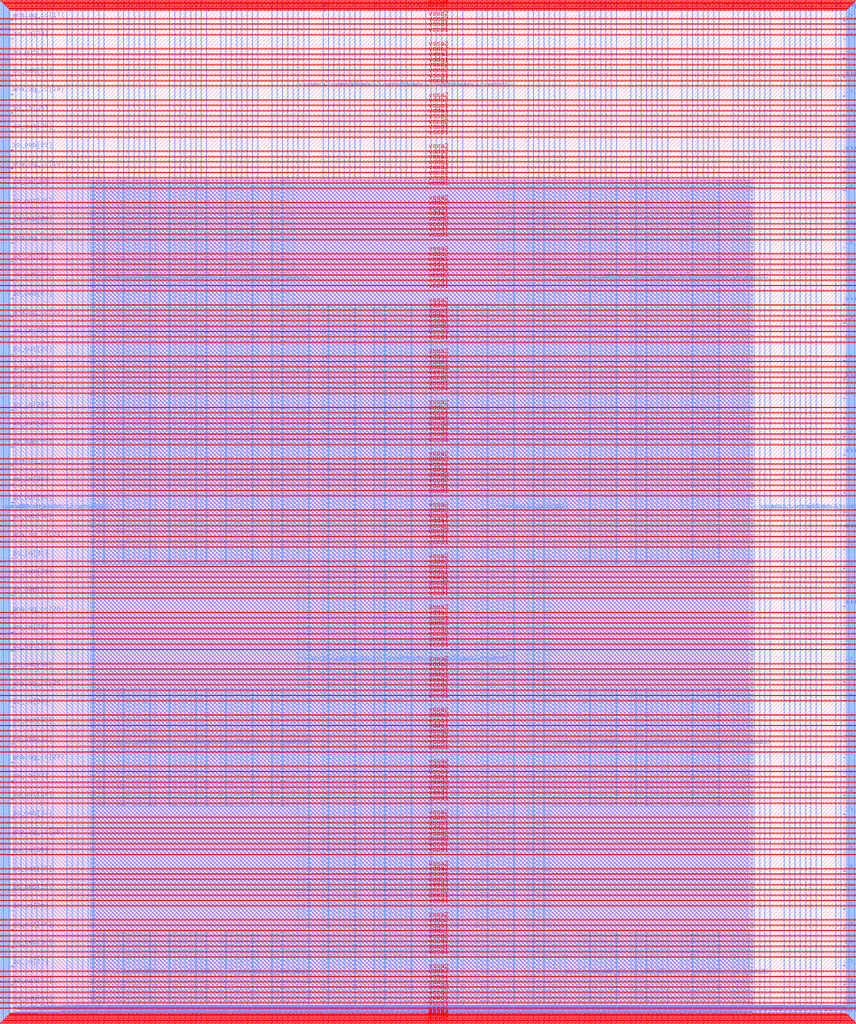
<source format=lef>
VERSION 5.7 ;
  NOWIREEXTENSIONATPIN ON ;
  DIVIDERCHAR "/" ;
  BUSBITCHARS "[]" ;
MACRO user_project_wrapper
  CLASS BLOCK ;
  FOREIGN user_project_wrapper ;
  ORIGIN 0.000 0.000 ;
  SIZE 2920.000 BY 3520.000 ;
  PIN analog_io[0]
    DIRECTION INOUT ;
    USE SIGNAL ;
    PORT
      LAYER met3 ;
        RECT 2917.600 1426.380 2924.800 1427.580 ;
    END
  END analog_io[0]
  PIN analog_io[10]
    DIRECTION INOUT ;
    USE SIGNAL ;
    PORT
      LAYER met2 ;
        RECT 2230.490 3517.600 2231.050 3524.800 ;
    END
  END analog_io[10]
  PIN analog_io[11]
    DIRECTION INOUT ;
    USE SIGNAL ;
    PORT
      LAYER met2 ;
        RECT 1905.730 3517.600 1906.290 3524.800 ;
    END
  END analog_io[11]
  PIN analog_io[12]
    DIRECTION INOUT ;
    USE SIGNAL ;
    PORT
      LAYER met2 ;
        RECT 1581.430 3517.600 1581.990 3524.800 ;
    END
  END analog_io[12]
  PIN analog_io[13]
    DIRECTION INOUT ;
    USE SIGNAL ;
    PORT
      LAYER met2 ;
        RECT 1257.130 3517.600 1257.690 3524.800 ;
    END
  END analog_io[13]
  PIN analog_io[14]
    DIRECTION INOUT ;
    USE SIGNAL ;
    PORT
      LAYER met2 ;
        RECT 932.370 3517.600 932.930 3524.800 ;
    END
  END analog_io[14]
  PIN analog_io[15]
    DIRECTION INOUT ;
    USE SIGNAL ;
    PORT
      LAYER met2 ;
        RECT 608.070 3517.600 608.630 3524.800 ;
    END
  END analog_io[15]
  PIN analog_io[16]
    DIRECTION INOUT ;
    USE SIGNAL ;
    PORT
      LAYER met2 ;
        RECT 283.770 3517.600 284.330 3524.800 ;
    END
  END analog_io[16]
  PIN analog_io[17]
    DIRECTION INOUT ;
    USE SIGNAL ;
    PORT
      LAYER met3 ;
        RECT -4.800 3486.100 2.400 3487.300 ;
    END
  END analog_io[17]
  PIN analog_io[18]
    DIRECTION INOUT ;
    USE SIGNAL ;
    PORT
      LAYER met3 ;
        RECT -4.800 3224.980 2.400 3226.180 ;
    END
  END analog_io[18]
  PIN analog_io[19]
    DIRECTION INOUT ;
    USE SIGNAL ;
    PORT
      LAYER met3 ;
        RECT -4.800 2964.540 2.400 2965.740 ;
    END
  END analog_io[19]
  PIN analog_io[1]
    DIRECTION INOUT ;
    USE SIGNAL ;
    PORT
      LAYER met3 ;
        RECT 2917.600 1692.260 2924.800 1693.460 ;
    END
  END analog_io[1]
  PIN analog_io[20]
    DIRECTION INOUT ;
    USE SIGNAL ;
    PORT
      LAYER met3 ;
        RECT -4.800 2703.420 2.400 2704.620 ;
    END
  END analog_io[20]
  PIN analog_io[21]
    DIRECTION INOUT ;
    USE SIGNAL ;
    PORT
      LAYER met3 ;
        RECT -4.800 2442.980 2.400 2444.180 ;
    END
  END analog_io[21]
  PIN analog_io[22]
    DIRECTION INOUT ;
    USE SIGNAL ;
    PORT
      LAYER met3 ;
        RECT -4.800 2182.540 2.400 2183.740 ;
    END
  END analog_io[22]
  PIN analog_io[23]
    DIRECTION INOUT ;
    USE SIGNAL ;
    PORT
      LAYER met3 ;
        RECT -4.800 1921.420 2.400 1922.620 ;
    END
  END analog_io[23]
  PIN analog_io[24]
    DIRECTION INOUT ;
    USE SIGNAL ;
    PORT
      LAYER met3 ;
        RECT -4.800 1660.980 2.400 1662.180 ;
    END
  END analog_io[24]
  PIN analog_io[25]
    DIRECTION INOUT ;
    USE SIGNAL ;
    PORT
      LAYER met3 ;
        RECT -4.800 1399.860 2.400 1401.060 ;
    END
  END analog_io[25]
  PIN analog_io[26]
    DIRECTION INOUT ;
    USE SIGNAL ;
    PORT
      LAYER met3 ;
        RECT -4.800 1139.420 2.400 1140.620 ;
    END
  END analog_io[26]
  PIN analog_io[27]
    DIRECTION INOUT ;
    USE SIGNAL ;
    PORT
      LAYER met3 ;
        RECT -4.800 878.980 2.400 880.180 ;
    END
  END analog_io[27]
  PIN analog_io[28]
    DIRECTION INOUT ;
    USE SIGNAL ;
    PORT
      LAYER met3 ;
        RECT -4.800 617.860 2.400 619.060 ;
    END
  END analog_io[28]
  PIN analog_io[2]
    DIRECTION INOUT ;
    USE SIGNAL ;
    PORT
      LAYER met3 ;
        RECT 2917.600 1958.140 2924.800 1959.340 ;
    END
  END analog_io[2]
  PIN analog_io[3]
    DIRECTION INOUT ;
    USE SIGNAL ;
    PORT
      LAYER met3 ;
        RECT 2917.600 2223.340 2924.800 2224.540 ;
    END
  END analog_io[3]
  PIN analog_io[4]
    DIRECTION INOUT ;
    USE SIGNAL ;
    PORT
      LAYER met3 ;
        RECT 2917.600 2489.220 2924.800 2490.420 ;
    END
  END analog_io[4]
  PIN analog_io[5]
    DIRECTION INOUT ;
    USE SIGNAL ;
    PORT
      LAYER met3 ;
        RECT 2917.600 2755.100 2924.800 2756.300 ;
    END
  END analog_io[5]
  PIN analog_io[6]
    DIRECTION INOUT ;
    USE SIGNAL ;
    PORT
      LAYER met3 ;
        RECT 2917.600 3020.300 2924.800 3021.500 ;
    END
  END analog_io[6]
  PIN analog_io[7]
    DIRECTION INOUT ;
    USE SIGNAL ;
    PORT
      LAYER met3 ;
        RECT 2917.600 3286.180 2924.800 3287.380 ;
    END
  END analog_io[7]
  PIN analog_io[8]
    DIRECTION INOUT ;
    USE SIGNAL ;
    PORT
      LAYER met2 ;
        RECT 2879.090 3517.600 2879.650 3524.800 ;
    END
  END analog_io[8]
  PIN analog_io[9]
    DIRECTION INOUT ;
    USE SIGNAL ;
    PORT
      LAYER met2 ;
        RECT 2554.790 3517.600 2555.350 3524.800 ;
    END
  END analog_io[9]
  PIN io_in[0]
    DIRECTION INPUT ;
    USE SIGNAL ;
    PORT
      LAYER met3 ;
        RECT 2917.600 32.380 2924.800 33.580 ;
    END
  END io_in[0]
  PIN io_in[10]
    DIRECTION INPUT ;
    USE SIGNAL ;
    PORT
      LAYER met3 ;
        RECT 2917.600 2289.980 2924.800 2291.180 ;
    END
  END io_in[10]
  PIN io_in[11]
    DIRECTION INPUT ;
    USE SIGNAL ;
    PORT
      LAYER met3 ;
        RECT 2917.600 2555.860 2924.800 2557.060 ;
    END
  END io_in[11]
  PIN io_in[12]
    DIRECTION INPUT ;
    USE SIGNAL ;
    PORT
      LAYER met3 ;
        RECT 2917.600 2821.060 2924.800 2822.260 ;
    END
  END io_in[12]
  PIN io_in[13]
    DIRECTION INPUT ;
    USE SIGNAL ;
    PORT
      LAYER met3 ;
        RECT 2917.600 3086.940 2924.800 3088.140 ;
    END
  END io_in[13]
  PIN io_in[14]
    DIRECTION INPUT ;
    USE SIGNAL ;
    PORT
      LAYER met3 ;
        RECT 2917.600 3352.820 2924.800 3354.020 ;
    END
  END io_in[14]
  PIN io_in[15]
    DIRECTION INPUT ;
    USE SIGNAL ;
    PORT
      LAYER met2 ;
        RECT 2798.130 3517.600 2798.690 3524.800 ;
    END
  END io_in[15]
  PIN io_in[16]
    DIRECTION INPUT ;
    USE SIGNAL ;
    PORT
      LAYER met2 ;
        RECT 2473.830 3517.600 2474.390 3524.800 ;
    END
  END io_in[16]
  PIN io_in[17]
    DIRECTION INPUT ;
    USE SIGNAL ;
    PORT
      LAYER met2 ;
        RECT 2149.070 3517.600 2149.630 3524.800 ;
    END
  END io_in[17]
  PIN io_in[18]
    DIRECTION INPUT ;
    USE SIGNAL ;
    PORT
      LAYER met2 ;
        RECT 1824.770 3517.600 1825.330 3524.800 ;
    END
  END io_in[18]
  PIN io_in[19]
    DIRECTION INPUT ;
    USE SIGNAL ;
    PORT
      LAYER met2 ;
        RECT 1500.470 3517.600 1501.030 3524.800 ;
    END
  END io_in[19]
  PIN io_in[1]
    DIRECTION INPUT ;
    USE SIGNAL ;
    PORT
      LAYER met3 ;
        RECT 2917.600 230.940 2924.800 232.140 ;
    END
  END io_in[1]
  PIN io_in[20]
    DIRECTION INPUT ;
    USE SIGNAL ;
    PORT
      LAYER met2 ;
        RECT 1175.710 3517.600 1176.270 3524.800 ;
    END
  END io_in[20]
  PIN io_in[21]
    DIRECTION INPUT ;
    USE SIGNAL ;
    PORT
      LAYER met2 ;
        RECT 851.410 3517.600 851.970 3524.800 ;
    END
  END io_in[21]
  PIN io_in[22]
    DIRECTION INPUT ;
    USE SIGNAL ;
    PORT
      LAYER met2 ;
        RECT 527.110 3517.600 527.670 3524.800 ;
    END
  END io_in[22]
  PIN io_in[23]
    DIRECTION INPUT ;
    USE SIGNAL ;
    PORT
      LAYER met2 ;
        RECT 202.350 3517.600 202.910 3524.800 ;
    END
  END io_in[23]
  PIN io_in[24]
    DIRECTION INPUT ;
    USE SIGNAL ;
    PORT
      LAYER met3 ;
        RECT -4.800 3420.820 2.400 3422.020 ;
    END
  END io_in[24]
  PIN io_in[25]
    DIRECTION INPUT ;
    USE SIGNAL ;
    PORT
      LAYER met3 ;
        RECT -4.800 3159.700 2.400 3160.900 ;
    END
  END io_in[25]
  PIN io_in[26]
    DIRECTION INPUT ;
    USE SIGNAL ;
    PORT
      LAYER met3 ;
        RECT -4.800 2899.260 2.400 2900.460 ;
    END
  END io_in[26]
  PIN io_in[27]
    DIRECTION INPUT ;
    USE SIGNAL ;
    PORT
      LAYER met3 ;
        RECT -4.800 2638.820 2.400 2640.020 ;
    END
  END io_in[27]
  PIN io_in[28]
    DIRECTION INPUT ;
    USE SIGNAL ;
    PORT
      LAYER met3 ;
        RECT -4.800 2377.700 2.400 2378.900 ;
    END
  END io_in[28]
  PIN io_in[29]
    DIRECTION INPUT ;
    USE SIGNAL ;
    PORT
      LAYER met3 ;
        RECT -4.800 2117.260 2.400 2118.460 ;
    END
  END io_in[29]
  PIN io_in[2]
    DIRECTION INPUT ;
    USE SIGNAL ;
    PORT
      LAYER met3 ;
        RECT 2917.600 430.180 2924.800 431.380 ;
    END
  END io_in[2]
  PIN io_in[30]
    DIRECTION INPUT ;
    USE SIGNAL ;
    PORT
      LAYER met3 ;
        RECT -4.800 1856.140 2.400 1857.340 ;
    END
  END io_in[30]
  PIN io_in[31]
    DIRECTION INPUT ;
    USE SIGNAL ;
    PORT
      LAYER met3 ;
        RECT -4.800 1595.700 2.400 1596.900 ;
    END
  END io_in[31]
  PIN io_in[32]
    DIRECTION INPUT ;
    USE SIGNAL ;
    PORT
      LAYER met3 ;
        RECT -4.800 1335.260 2.400 1336.460 ;
    END
  END io_in[32]
  PIN io_in[33]
    DIRECTION INPUT ;
    USE SIGNAL ;
    PORT
      LAYER met3 ;
        RECT -4.800 1074.140 2.400 1075.340 ;
    END
  END io_in[33]
  PIN io_in[34]
    DIRECTION INPUT ;
    USE SIGNAL ;
    PORT
      LAYER met3 ;
        RECT -4.800 813.700 2.400 814.900 ;
    END
  END io_in[34]
  PIN io_in[35]
    DIRECTION INPUT ;
    USE SIGNAL ;
    PORT
      LAYER met3 ;
        RECT -4.800 552.580 2.400 553.780 ;
    END
  END io_in[35]
  PIN io_in[36]
    DIRECTION INPUT ;
    USE SIGNAL ;
    PORT
      LAYER met3 ;
        RECT -4.800 357.420 2.400 358.620 ;
    END
  END io_in[36]
  PIN io_in[37]
    DIRECTION INPUT ;
    USE SIGNAL ;
    PORT
      LAYER met3 ;
        RECT -4.800 161.580 2.400 162.780 ;
    END
  END io_in[37]
  PIN io_in[3]
    DIRECTION INPUT ;
    USE SIGNAL ;
    PORT
      LAYER met3 ;
        RECT 2917.600 629.420 2924.800 630.620 ;
    END
  END io_in[3]
  PIN io_in[4]
    DIRECTION INPUT ;
    USE SIGNAL ;
    PORT
      LAYER met3 ;
        RECT 2917.600 828.660 2924.800 829.860 ;
    END
  END io_in[4]
  PIN io_in[5]
    DIRECTION INPUT ;
    USE SIGNAL ;
    PORT
      LAYER met3 ;
        RECT 2917.600 1027.900 2924.800 1029.100 ;
    END
  END io_in[5]
  PIN io_in[6]
    DIRECTION INPUT ;
    USE SIGNAL ;
    PORT
      LAYER met3 ;
        RECT 2917.600 1227.140 2924.800 1228.340 ;
    END
  END io_in[6]
  PIN io_in[7]
    DIRECTION INPUT ;
    USE SIGNAL ;
    PORT
      LAYER met3 ;
        RECT 2917.600 1493.020 2924.800 1494.220 ;
    END
  END io_in[7]
  PIN io_in[8]
    DIRECTION INPUT ;
    USE SIGNAL ;
    PORT
      LAYER met3 ;
        RECT 2917.600 1758.900 2924.800 1760.100 ;
    END
  END io_in[8]
  PIN io_in[9]
    DIRECTION INPUT ;
    USE SIGNAL ;
    PORT
      LAYER met3 ;
        RECT 2917.600 2024.100 2924.800 2025.300 ;
    END
  END io_in[9]
  PIN io_oeb[0]
    DIRECTION OUTPUT TRISTATE ;
    USE SIGNAL ;
    PORT
      LAYER met3 ;
        RECT 2917.600 164.980 2924.800 166.180 ;
    END
  END io_oeb[0]
  PIN io_oeb[10]
    DIRECTION OUTPUT TRISTATE ;
    USE SIGNAL ;
    PORT
      LAYER met3 ;
        RECT 2917.600 2422.580 2924.800 2423.780 ;
    END
  END io_oeb[10]
  PIN io_oeb[11]
    DIRECTION OUTPUT TRISTATE ;
    USE SIGNAL ;
    PORT
      LAYER met3 ;
        RECT 2917.600 2688.460 2924.800 2689.660 ;
    END
  END io_oeb[11]
  PIN io_oeb[12]
    DIRECTION OUTPUT TRISTATE ;
    USE SIGNAL ;
    PORT
      LAYER met3 ;
        RECT 2917.600 2954.340 2924.800 2955.540 ;
    END
  END io_oeb[12]
  PIN io_oeb[13]
    DIRECTION OUTPUT TRISTATE ;
    USE SIGNAL ;
    PORT
      LAYER met3 ;
        RECT 2917.600 3219.540 2924.800 3220.740 ;
    END
  END io_oeb[13]
  PIN io_oeb[14]
    DIRECTION OUTPUT TRISTATE ;
    USE SIGNAL ;
    PORT
      LAYER met3 ;
        RECT 2917.600 3485.420 2924.800 3486.620 ;
    END
  END io_oeb[14]
  PIN io_oeb[15]
    DIRECTION OUTPUT TRISTATE ;
    USE SIGNAL ;
    PORT
      LAYER met2 ;
        RECT 2635.750 3517.600 2636.310 3524.800 ;
    END
  END io_oeb[15]
  PIN io_oeb[16]
    DIRECTION OUTPUT TRISTATE ;
    USE SIGNAL ;
    PORT
      LAYER met2 ;
        RECT 2311.450 3517.600 2312.010 3524.800 ;
    END
  END io_oeb[16]
  PIN io_oeb[17]
    DIRECTION OUTPUT TRISTATE ;
    USE SIGNAL ;
    PORT
      LAYER met2 ;
        RECT 1987.150 3517.600 1987.710 3524.800 ;
    END
  END io_oeb[17]
  PIN io_oeb[18]
    DIRECTION OUTPUT TRISTATE ;
    USE SIGNAL ;
    PORT
      LAYER met2 ;
        RECT 1662.390 3517.600 1662.950 3524.800 ;
    END
  END io_oeb[18]
  PIN io_oeb[19]
    DIRECTION OUTPUT TRISTATE ;
    USE SIGNAL ;
    PORT
      LAYER met2 ;
        RECT 1338.090 3517.600 1338.650 3524.800 ;
    END
  END io_oeb[19]
  PIN io_oeb[1]
    DIRECTION OUTPUT TRISTATE ;
    USE SIGNAL ;
    PORT
      LAYER met3 ;
        RECT 2917.600 364.220 2924.800 365.420 ;
    END
  END io_oeb[1]
  PIN io_oeb[20]
    DIRECTION OUTPUT TRISTATE ;
    USE SIGNAL ;
    PORT
      LAYER met2 ;
        RECT 1013.790 3517.600 1014.350 3524.800 ;
    END
  END io_oeb[20]
  PIN io_oeb[21]
    DIRECTION OUTPUT TRISTATE ;
    USE SIGNAL ;
    PORT
      LAYER met2 ;
        RECT 689.030 3517.600 689.590 3524.800 ;
    END
  END io_oeb[21]
  PIN io_oeb[22]
    DIRECTION OUTPUT TRISTATE ;
    USE SIGNAL ;
    PORT
      LAYER met2 ;
        RECT 364.730 3517.600 365.290 3524.800 ;
    END
  END io_oeb[22]
  PIN io_oeb[23]
    DIRECTION OUTPUT TRISTATE ;
    USE SIGNAL ;
    PORT
      LAYER met2 ;
        RECT 40.430 3517.600 40.990 3524.800 ;
    END
  END io_oeb[23]
  PIN io_oeb[24]
    DIRECTION OUTPUT TRISTATE ;
    USE SIGNAL ;
    PORT
      LAYER met3 ;
        RECT -4.800 3290.260 2.400 3291.460 ;
    END
  END io_oeb[24]
  PIN io_oeb[25]
    DIRECTION OUTPUT TRISTATE ;
    USE SIGNAL ;
    PORT
      LAYER met3 ;
        RECT -4.800 3029.820 2.400 3031.020 ;
    END
  END io_oeb[25]
  PIN io_oeb[26]
    DIRECTION OUTPUT TRISTATE ;
    USE SIGNAL ;
    PORT
      LAYER met3 ;
        RECT -4.800 2768.700 2.400 2769.900 ;
    END
  END io_oeb[26]
  PIN io_oeb[27]
    DIRECTION OUTPUT TRISTATE ;
    USE SIGNAL ;
    PORT
      LAYER met3 ;
        RECT -4.800 2508.260 2.400 2509.460 ;
    END
  END io_oeb[27]
  PIN io_oeb[28]
    DIRECTION OUTPUT TRISTATE ;
    USE SIGNAL ;
    PORT
      LAYER met3 ;
        RECT -4.800 2247.140 2.400 2248.340 ;
    END
  END io_oeb[28]
  PIN io_oeb[29]
    DIRECTION OUTPUT TRISTATE ;
    USE SIGNAL ;
    PORT
      LAYER met3 ;
        RECT -4.800 1986.700 2.400 1987.900 ;
    END
  END io_oeb[29]
  PIN io_oeb[2]
    DIRECTION OUTPUT TRISTATE ;
    USE SIGNAL ;
    PORT
      LAYER met3 ;
        RECT 2917.600 563.460 2924.800 564.660 ;
    END
  END io_oeb[2]
  PIN io_oeb[30]
    DIRECTION OUTPUT TRISTATE ;
    USE SIGNAL ;
    PORT
      LAYER met3 ;
        RECT -4.800 1726.260 2.400 1727.460 ;
    END
  END io_oeb[30]
  PIN io_oeb[31]
    DIRECTION OUTPUT TRISTATE ;
    USE SIGNAL ;
    PORT
      LAYER met3 ;
        RECT -4.800 1465.140 2.400 1466.340 ;
    END
  END io_oeb[31]
  PIN io_oeb[32]
    DIRECTION OUTPUT TRISTATE ;
    USE SIGNAL ;
    PORT
      LAYER met3 ;
        RECT -4.800 1204.700 2.400 1205.900 ;
    END
  END io_oeb[32]
  PIN io_oeb[33]
    DIRECTION OUTPUT TRISTATE ;
    USE SIGNAL ;
    PORT
      LAYER met3 ;
        RECT -4.800 943.580 2.400 944.780 ;
    END
  END io_oeb[33]
  PIN io_oeb[34]
    DIRECTION OUTPUT TRISTATE ;
    USE SIGNAL ;
    PORT
      LAYER met3 ;
        RECT -4.800 683.140 2.400 684.340 ;
    END
  END io_oeb[34]
  PIN io_oeb[35]
    DIRECTION OUTPUT TRISTATE ;
    USE SIGNAL ;
    PORT
      LAYER met3 ;
        RECT -4.800 422.700 2.400 423.900 ;
    END
  END io_oeb[35]
  PIN io_oeb[36]
    DIRECTION OUTPUT TRISTATE ;
    USE SIGNAL ;
    PORT
      LAYER met3 ;
        RECT -4.800 226.860 2.400 228.060 ;
    END
  END io_oeb[36]
  PIN io_oeb[37]
    DIRECTION OUTPUT TRISTATE ;
    USE SIGNAL ;
    PORT
      LAYER met3 ;
        RECT -4.800 31.700 2.400 32.900 ;
    END
  END io_oeb[37]
  PIN io_oeb[3]
    DIRECTION OUTPUT TRISTATE ;
    USE SIGNAL ;
    PORT
      LAYER met3 ;
        RECT 2917.600 762.700 2924.800 763.900 ;
    END
  END io_oeb[3]
  PIN io_oeb[4]
    DIRECTION OUTPUT TRISTATE ;
    USE SIGNAL ;
    PORT
      LAYER met3 ;
        RECT 2917.600 961.940 2924.800 963.140 ;
    END
  END io_oeb[4]
  PIN io_oeb[5]
    DIRECTION OUTPUT TRISTATE ;
    USE SIGNAL ;
    PORT
      LAYER met3 ;
        RECT 2917.600 1161.180 2924.800 1162.380 ;
    END
  END io_oeb[5]
  PIN io_oeb[6]
    DIRECTION OUTPUT TRISTATE ;
    USE SIGNAL ;
    PORT
      LAYER met3 ;
        RECT 2917.600 1360.420 2924.800 1361.620 ;
    END
  END io_oeb[6]
  PIN io_oeb[7]
    DIRECTION OUTPUT TRISTATE ;
    USE SIGNAL ;
    PORT
      LAYER met3 ;
        RECT 2917.600 1625.620 2924.800 1626.820 ;
    END
  END io_oeb[7]
  PIN io_oeb[8]
    DIRECTION OUTPUT TRISTATE ;
    USE SIGNAL ;
    PORT
      LAYER met3 ;
        RECT 2917.600 1891.500 2924.800 1892.700 ;
    END
  END io_oeb[8]
  PIN io_oeb[9]
    DIRECTION OUTPUT TRISTATE ;
    USE SIGNAL ;
    PORT
      LAYER met3 ;
        RECT 2917.600 2157.380 2924.800 2158.580 ;
    END
  END io_oeb[9]
  PIN io_out[0]
    DIRECTION OUTPUT TRISTATE ;
    USE SIGNAL ;
    PORT
      LAYER met3 ;
        RECT 2917.600 98.340 2924.800 99.540 ;
    END
  END io_out[0]
  PIN io_out[10]
    DIRECTION OUTPUT TRISTATE ;
    USE SIGNAL ;
    PORT
      LAYER met3 ;
        RECT 2917.600 2356.620 2924.800 2357.820 ;
    END
  END io_out[10]
  PIN io_out[11]
    DIRECTION OUTPUT TRISTATE ;
    USE SIGNAL ;
    PORT
      LAYER met3 ;
        RECT 2917.600 2621.820 2924.800 2623.020 ;
    END
  END io_out[11]
  PIN io_out[12]
    DIRECTION OUTPUT TRISTATE ;
    USE SIGNAL ;
    PORT
      LAYER met3 ;
        RECT 2917.600 2887.700 2924.800 2888.900 ;
    END
  END io_out[12]
  PIN io_out[13]
    DIRECTION OUTPUT TRISTATE ;
    USE SIGNAL ;
    PORT
      LAYER met3 ;
        RECT 2917.600 3153.580 2924.800 3154.780 ;
    END
  END io_out[13]
  PIN io_out[14]
    DIRECTION OUTPUT TRISTATE ;
    USE SIGNAL ;
    PORT
      LAYER met3 ;
        RECT 2917.600 3418.780 2924.800 3419.980 ;
    END
  END io_out[14]
  PIN io_out[15]
    DIRECTION OUTPUT TRISTATE ;
    USE SIGNAL ;
    PORT
      LAYER met2 ;
        RECT 2717.170 3517.600 2717.730 3524.800 ;
    END
  END io_out[15]
  PIN io_out[16]
    DIRECTION OUTPUT TRISTATE ;
    USE SIGNAL ;
    PORT
      LAYER met2 ;
        RECT 2392.410 3517.600 2392.970 3524.800 ;
    END
  END io_out[16]
  PIN io_out[17]
    DIRECTION OUTPUT TRISTATE ;
    USE SIGNAL ;
    PORT
      LAYER met2 ;
        RECT 2068.110 3517.600 2068.670 3524.800 ;
    END
  END io_out[17]
  PIN io_out[18]
    DIRECTION OUTPUT TRISTATE ;
    USE SIGNAL ;
    PORT
      LAYER met2 ;
        RECT 1743.810 3517.600 1744.370 3524.800 ;
    END
  END io_out[18]
  PIN io_out[19]
    DIRECTION OUTPUT TRISTATE ;
    USE SIGNAL ;
    PORT
      LAYER met2 ;
        RECT 1419.050 3517.600 1419.610 3524.800 ;
    END
  END io_out[19]
  PIN io_out[1]
    DIRECTION OUTPUT TRISTATE ;
    USE SIGNAL ;
    PORT
      LAYER met3 ;
        RECT 2917.600 297.580 2924.800 298.780 ;
    END
  END io_out[1]
  PIN io_out[20]
    DIRECTION OUTPUT TRISTATE ;
    USE SIGNAL ;
    PORT
      LAYER met2 ;
        RECT 1094.750 3517.600 1095.310 3524.800 ;
    END
  END io_out[20]
  PIN io_out[21]
    DIRECTION OUTPUT TRISTATE ;
    USE SIGNAL ;
    PORT
      LAYER met2 ;
        RECT 770.450 3517.600 771.010 3524.800 ;
    END
  END io_out[21]
  PIN io_out[22]
    DIRECTION OUTPUT TRISTATE ;
    USE SIGNAL ;
    PORT
      LAYER met2 ;
        RECT 445.690 3517.600 446.250 3524.800 ;
    END
  END io_out[22]
  PIN io_out[23]
    DIRECTION OUTPUT TRISTATE ;
    USE SIGNAL ;
    PORT
      LAYER met2 ;
        RECT 121.390 3517.600 121.950 3524.800 ;
    END
  END io_out[23]
  PIN io_out[24]
    DIRECTION OUTPUT TRISTATE ;
    USE SIGNAL ;
    PORT
      LAYER met3 ;
        RECT -4.800 3355.540 2.400 3356.740 ;
    END
  END io_out[24]
  PIN io_out[25]
    DIRECTION OUTPUT TRISTATE ;
    USE SIGNAL ;
    PORT
      LAYER met3 ;
        RECT -4.800 3095.100 2.400 3096.300 ;
    END
  END io_out[25]
  PIN io_out[26]
    DIRECTION OUTPUT TRISTATE ;
    USE SIGNAL ;
    PORT
      LAYER met3 ;
        RECT -4.800 2833.980 2.400 2835.180 ;
    END
  END io_out[26]
  PIN io_out[27]
    DIRECTION OUTPUT TRISTATE ;
    USE SIGNAL ;
    PORT
      LAYER met3 ;
        RECT -4.800 2573.540 2.400 2574.740 ;
    END
  END io_out[27]
  PIN io_out[28]
    DIRECTION OUTPUT TRISTATE ;
    USE SIGNAL ;
    PORT
      LAYER met3 ;
        RECT -4.800 2312.420 2.400 2313.620 ;
    END
  END io_out[28]
  PIN io_out[29]
    DIRECTION OUTPUT TRISTATE ;
    USE SIGNAL ;
    PORT
      LAYER met3 ;
        RECT -4.800 2051.980 2.400 2053.180 ;
    END
  END io_out[29]
  PIN io_out[2]
    DIRECTION OUTPUT TRISTATE ;
    USE SIGNAL ;
    PORT
      LAYER met3 ;
        RECT 2917.600 496.820 2924.800 498.020 ;
    END
  END io_out[2]
  PIN io_out[30]
    DIRECTION OUTPUT TRISTATE ;
    USE SIGNAL ;
    PORT
      LAYER met3 ;
        RECT -4.800 1791.540 2.400 1792.740 ;
    END
  END io_out[30]
  PIN io_out[31]
    DIRECTION OUTPUT TRISTATE ;
    USE SIGNAL ;
    PORT
      LAYER met3 ;
        RECT -4.800 1530.420 2.400 1531.620 ;
    END
  END io_out[31]
  PIN io_out[32]
    DIRECTION OUTPUT TRISTATE ;
    USE SIGNAL ;
    PORT
      LAYER met3 ;
        RECT -4.800 1269.980 2.400 1271.180 ;
    END
  END io_out[32]
  PIN io_out[33]
    DIRECTION OUTPUT TRISTATE ;
    USE SIGNAL ;
    PORT
      LAYER met3 ;
        RECT -4.800 1008.860 2.400 1010.060 ;
    END
  END io_out[33]
  PIN io_out[34]
    DIRECTION OUTPUT TRISTATE ;
    USE SIGNAL ;
    PORT
      LAYER met3 ;
        RECT -4.800 748.420 2.400 749.620 ;
    END
  END io_out[34]
  PIN io_out[35]
    DIRECTION OUTPUT TRISTATE ;
    USE SIGNAL ;
    PORT
      LAYER met3 ;
        RECT -4.800 487.300 2.400 488.500 ;
    END
  END io_out[35]
  PIN io_out[36]
    DIRECTION OUTPUT TRISTATE ;
    USE SIGNAL ;
    PORT
      LAYER met3 ;
        RECT -4.800 292.140 2.400 293.340 ;
    END
  END io_out[36]
  PIN io_out[37]
    DIRECTION OUTPUT TRISTATE ;
    USE SIGNAL ;
    PORT
      LAYER met3 ;
        RECT -4.800 96.300 2.400 97.500 ;
    END
  END io_out[37]
  PIN io_out[3]
    DIRECTION OUTPUT TRISTATE ;
    USE SIGNAL ;
    PORT
      LAYER met3 ;
        RECT 2917.600 696.060 2924.800 697.260 ;
    END
  END io_out[3]
  PIN io_out[4]
    DIRECTION OUTPUT TRISTATE ;
    USE SIGNAL ;
    PORT
      LAYER met3 ;
        RECT 2917.600 895.300 2924.800 896.500 ;
    END
  END io_out[4]
  PIN io_out[5]
    DIRECTION OUTPUT TRISTATE ;
    USE SIGNAL ;
    PORT
      LAYER met3 ;
        RECT 2917.600 1094.540 2924.800 1095.740 ;
    END
  END io_out[5]
  PIN io_out[6]
    DIRECTION OUTPUT TRISTATE ;
    USE SIGNAL ;
    PORT
      LAYER met3 ;
        RECT 2917.600 1293.780 2924.800 1294.980 ;
    END
  END io_out[6]
  PIN io_out[7]
    DIRECTION OUTPUT TRISTATE ;
    USE SIGNAL ;
    PORT
      LAYER met3 ;
        RECT 2917.600 1559.660 2924.800 1560.860 ;
    END
  END io_out[7]
  PIN io_out[8]
    DIRECTION OUTPUT TRISTATE ;
    USE SIGNAL ;
    PORT
      LAYER met3 ;
        RECT 2917.600 1824.860 2924.800 1826.060 ;
    END
  END io_out[8]
  PIN io_out[9]
    DIRECTION OUTPUT TRISTATE ;
    USE SIGNAL ;
    PORT
      LAYER met3 ;
        RECT 2917.600 2090.740 2924.800 2091.940 ;
    END
  END io_out[9]
  PIN la_data_in[0]
    DIRECTION INPUT ;
    USE SIGNAL ;
    PORT
      LAYER met2 ;
        RECT 629.230 -4.800 629.790 2.400 ;
    END
  END la_data_in[0]
  PIN la_data_in[100]
    DIRECTION INPUT ;
    USE SIGNAL ;
    PORT
      LAYER met2 ;
        RECT 2402.530 -4.800 2403.090 2.400 ;
    END
  END la_data_in[100]
  PIN la_data_in[101]
    DIRECTION INPUT ;
    USE SIGNAL ;
    PORT
      LAYER met2 ;
        RECT 2420.010 -4.800 2420.570 2.400 ;
    END
  END la_data_in[101]
  PIN la_data_in[102]
    DIRECTION INPUT ;
    USE SIGNAL ;
    PORT
      LAYER met2 ;
        RECT 2437.950 -4.800 2438.510 2.400 ;
    END
  END la_data_in[102]
  PIN la_data_in[103]
    DIRECTION INPUT ;
    USE SIGNAL ;
    PORT
      LAYER met2 ;
        RECT 2455.430 -4.800 2455.990 2.400 ;
    END
  END la_data_in[103]
  PIN la_data_in[104]
    DIRECTION INPUT ;
    USE SIGNAL ;
    PORT
      LAYER met2 ;
        RECT 2473.370 -4.800 2473.930 2.400 ;
    END
  END la_data_in[104]
  PIN la_data_in[105]
    DIRECTION INPUT ;
    USE SIGNAL ;
    PORT
      LAYER met2 ;
        RECT 2490.850 -4.800 2491.410 2.400 ;
    END
  END la_data_in[105]
  PIN la_data_in[106]
    DIRECTION INPUT ;
    USE SIGNAL ;
    PORT
      LAYER met2 ;
        RECT 2508.790 -4.800 2509.350 2.400 ;
    END
  END la_data_in[106]
  PIN la_data_in[107]
    DIRECTION INPUT ;
    USE SIGNAL ;
    PORT
      LAYER met2 ;
        RECT 2526.730 -4.800 2527.290 2.400 ;
    END
  END la_data_in[107]
  PIN la_data_in[108]
    DIRECTION INPUT ;
    USE SIGNAL ;
    PORT
      LAYER met2 ;
        RECT 2544.210 -4.800 2544.770 2.400 ;
    END
  END la_data_in[108]
  PIN la_data_in[109]
    DIRECTION INPUT ;
    USE SIGNAL ;
    PORT
      LAYER met2 ;
        RECT 2562.150 -4.800 2562.710 2.400 ;
    END
  END la_data_in[109]
  PIN la_data_in[10]
    DIRECTION INPUT ;
    USE SIGNAL ;
    PORT
      LAYER met2 ;
        RECT 806.330 -4.800 806.890 2.400 ;
    END
  END la_data_in[10]
  PIN la_data_in[110]
    DIRECTION INPUT ;
    USE SIGNAL ;
    PORT
      LAYER met2 ;
        RECT 2579.630 -4.800 2580.190 2.400 ;
    END
  END la_data_in[110]
  PIN la_data_in[111]
    DIRECTION INPUT ;
    USE SIGNAL ;
    PORT
      LAYER met2 ;
        RECT 2597.570 -4.800 2598.130 2.400 ;
    END
  END la_data_in[111]
  PIN la_data_in[112]
    DIRECTION INPUT ;
    USE SIGNAL ;
    PORT
      LAYER met2 ;
        RECT 2615.050 -4.800 2615.610 2.400 ;
    END
  END la_data_in[112]
  PIN la_data_in[113]
    DIRECTION INPUT ;
    USE SIGNAL ;
    PORT
      LAYER met2 ;
        RECT 2632.990 -4.800 2633.550 2.400 ;
    END
  END la_data_in[113]
  PIN la_data_in[114]
    DIRECTION INPUT ;
    USE SIGNAL ;
    PORT
      LAYER met2 ;
        RECT 2650.470 -4.800 2651.030 2.400 ;
    END
  END la_data_in[114]
  PIN la_data_in[115]
    DIRECTION INPUT ;
    USE SIGNAL ;
    PORT
      LAYER met2 ;
        RECT 2668.410 -4.800 2668.970 2.400 ;
    END
  END la_data_in[115]
  PIN la_data_in[116]
    DIRECTION INPUT ;
    USE SIGNAL ;
    PORT
      LAYER met2 ;
        RECT 2685.890 -4.800 2686.450 2.400 ;
    END
  END la_data_in[116]
  PIN la_data_in[117]
    DIRECTION INPUT ;
    USE SIGNAL ;
    PORT
      LAYER met2 ;
        RECT 2703.830 -4.800 2704.390 2.400 ;
    END
  END la_data_in[117]
  PIN la_data_in[118]
    DIRECTION INPUT ;
    USE SIGNAL ;
    PORT
      LAYER met2 ;
        RECT 2721.770 -4.800 2722.330 2.400 ;
    END
  END la_data_in[118]
  PIN la_data_in[119]
    DIRECTION INPUT ;
    USE SIGNAL ;
    PORT
      LAYER met2 ;
        RECT 2739.250 -4.800 2739.810 2.400 ;
    END
  END la_data_in[119]
  PIN la_data_in[11]
    DIRECTION INPUT ;
    USE SIGNAL ;
    PORT
      LAYER met2 ;
        RECT 824.270 -4.800 824.830 2.400 ;
    END
  END la_data_in[11]
  PIN la_data_in[120]
    DIRECTION INPUT ;
    USE SIGNAL ;
    PORT
      LAYER met2 ;
        RECT 2757.190 -4.800 2757.750 2.400 ;
    END
  END la_data_in[120]
  PIN la_data_in[121]
    DIRECTION INPUT ;
    USE SIGNAL ;
    PORT
      LAYER met2 ;
        RECT 2774.670 -4.800 2775.230 2.400 ;
    END
  END la_data_in[121]
  PIN la_data_in[122]
    DIRECTION INPUT ;
    USE SIGNAL ;
    PORT
      LAYER met2 ;
        RECT 2792.610 -4.800 2793.170 2.400 ;
    END
  END la_data_in[122]
  PIN la_data_in[123]
    DIRECTION INPUT ;
    USE SIGNAL ;
    PORT
      LAYER met2 ;
        RECT 2810.090 -4.800 2810.650 2.400 ;
    END
  END la_data_in[123]
  PIN la_data_in[124]
    DIRECTION INPUT ;
    USE SIGNAL ;
    PORT
      LAYER met2 ;
        RECT 2828.030 -4.800 2828.590 2.400 ;
    END
  END la_data_in[124]
  PIN la_data_in[125]
    DIRECTION INPUT ;
    USE SIGNAL ;
    PORT
      LAYER met2 ;
        RECT 2845.510 -4.800 2846.070 2.400 ;
    END
  END la_data_in[125]
  PIN la_data_in[126]
    DIRECTION INPUT ;
    USE SIGNAL ;
    PORT
      LAYER met2 ;
        RECT 2863.450 -4.800 2864.010 2.400 ;
    END
  END la_data_in[126]
  PIN la_data_in[127]
    DIRECTION INPUT ;
    USE SIGNAL ;
    PORT
      LAYER met2 ;
        RECT 2881.390 -4.800 2881.950 2.400 ;
    END
  END la_data_in[127]
  PIN la_data_in[12]
    DIRECTION INPUT ;
    USE SIGNAL ;
    PORT
      LAYER met2 ;
        RECT 841.750 -4.800 842.310 2.400 ;
    END
  END la_data_in[12]
  PIN la_data_in[13]
    DIRECTION INPUT ;
    USE SIGNAL ;
    PORT
      LAYER met2 ;
        RECT 859.690 -4.800 860.250 2.400 ;
    END
  END la_data_in[13]
  PIN la_data_in[14]
    DIRECTION INPUT ;
    USE SIGNAL ;
    PORT
      LAYER met2 ;
        RECT 877.170 -4.800 877.730 2.400 ;
    END
  END la_data_in[14]
  PIN la_data_in[15]
    DIRECTION INPUT ;
    USE SIGNAL ;
    PORT
      LAYER met2 ;
        RECT 895.110 -4.800 895.670 2.400 ;
    END
  END la_data_in[15]
  PIN la_data_in[16]
    DIRECTION INPUT ;
    USE SIGNAL ;
    PORT
      LAYER met2 ;
        RECT 912.590 -4.800 913.150 2.400 ;
    END
  END la_data_in[16]
  PIN la_data_in[17]
    DIRECTION INPUT ;
    USE SIGNAL ;
    PORT
      LAYER met2 ;
        RECT 930.530 -4.800 931.090 2.400 ;
    END
  END la_data_in[17]
  PIN la_data_in[18]
    DIRECTION INPUT ;
    USE SIGNAL ;
    PORT
      LAYER met2 ;
        RECT 948.470 -4.800 949.030 2.400 ;
    END
  END la_data_in[18]
  PIN la_data_in[19]
    DIRECTION INPUT ;
    USE SIGNAL ;
    PORT
      LAYER met2 ;
        RECT 965.950 -4.800 966.510 2.400 ;
    END
  END la_data_in[19]
  PIN la_data_in[1]
    DIRECTION INPUT ;
    USE SIGNAL ;
    PORT
      LAYER met2 ;
        RECT 646.710 -4.800 647.270 2.400 ;
    END
  END la_data_in[1]
  PIN la_data_in[20]
    DIRECTION INPUT ;
    USE SIGNAL ;
    PORT
      LAYER met2 ;
        RECT 983.890 -4.800 984.450 2.400 ;
    END
  END la_data_in[20]
  PIN la_data_in[21]
    DIRECTION INPUT ;
    USE SIGNAL ;
    PORT
      LAYER met2 ;
        RECT 1001.370 -4.800 1001.930 2.400 ;
    END
  END la_data_in[21]
  PIN la_data_in[22]
    DIRECTION INPUT ;
    USE SIGNAL ;
    PORT
      LAYER met2 ;
        RECT 1019.310 -4.800 1019.870 2.400 ;
    END
  END la_data_in[22]
  PIN la_data_in[23]
    DIRECTION INPUT ;
    USE SIGNAL ;
    PORT
      LAYER met2 ;
        RECT 1036.790 -4.800 1037.350 2.400 ;
    END
  END la_data_in[23]
  PIN la_data_in[24]
    DIRECTION INPUT ;
    USE SIGNAL ;
    PORT
      LAYER met2 ;
        RECT 1054.730 -4.800 1055.290 2.400 ;
    END
  END la_data_in[24]
  PIN la_data_in[25]
    DIRECTION INPUT ;
    USE SIGNAL ;
    PORT
      LAYER met2 ;
        RECT 1072.210 -4.800 1072.770 2.400 ;
    END
  END la_data_in[25]
  PIN la_data_in[26]
    DIRECTION INPUT ;
    USE SIGNAL ;
    PORT
      LAYER met2 ;
        RECT 1090.150 -4.800 1090.710 2.400 ;
    END
  END la_data_in[26]
  PIN la_data_in[27]
    DIRECTION INPUT ;
    USE SIGNAL ;
    PORT
      LAYER met2 ;
        RECT 1107.630 -4.800 1108.190 2.400 ;
    END
  END la_data_in[27]
  PIN la_data_in[28]
    DIRECTION INPUT ;
    USE SIGNAL ;
    PORT
      LAYER met2 ;
        RECT 1125.570 -4.800 1126.130 2.400 ;
    END
  END la_data_in[28]
  PIN la_data_in[29]
    DIRECTION INPUT ;
    USE SIGNAL ;
    PORT
      LAYER met2 ;
        RECT 1143.510 -4.800 1144.070 2.400 ;
    END
  END la_data_in[29]
  PIN la_data_in[2]
    DIRECTION INPUT ;
    USE SIGNAL ;
    PORT
      LAYER met2 ;
        RECT 664.650 -4.800 665.210 2.400 ;
    END
  END la_data_in[2]
  PIN la_data_in[30]
    DIRECTION INPUT ;
    USE SIGNAL ;
    PORT
      LAYER met2 ;
        RECT 1160.990 -4.800 1161.550 2.400 ;
    END
  END la_data_in[30]
  PIN la_data_in[31]
    DIRECTION INPUT ;
    USE SIGNAL ;
    PORT
      LAYER met2 ;
        RECT 1178.930 -4.800 1179.490 2.400 ;
    END
  END la_data_in[31]
  PIN la_data_in[32]
    DIRECTION INPUT ;
    USE SIGNAL ;
    PORT
      LAYER met2 ;
        RECT 1196.410 -4.800 1196.970 2.400 ;
    END
  END la_data_in[32]
  PIN la_data_in[33]
    DIRECTION INPUT ;
    USE SIGNAL ;
    PORT
      LAYER met2 ;
        RECT 1214.350 -4.800 1214.910 2.400 ;
    END
  END la_data_in[33]
  PIN la_data_in[34]
    DIRECTION INPUT ;
    USE SIGNAL ;
    PORT
      LAYER met2 ;
        RECT 1231.830 -4.800 1232.390 2.400 ;
    END
  END la_data_in[34]
  PIN la_data_in[35]
    DIRECTION INPUT ;
    USE SIGNAL ;
    PORT
      LAYER met2 ;
        RECT 1249.770 -4.800 1250.330 2.400 ;
    END
  END la_data_in[35]
  PIN la_data_in[36]
    DIRECTION INPUT ;
    USE SIGNAL ;
    PORT
      LAYER met2 ;
        RECT 1267.250 -4.800 1267.810 2.400 ;
    END
  END la_data_in[36]
  PIN la_data_in[37]
    DIRECTION INPUT ;
    USE SIGNAL ;
    PORT
      LAYER met2 ;
        RECT 1285.190 -4.800 1285.750 2.400 ;
    END
  END la_data_in[37]
  PIN la_data_in[38]
    DIRECTION INPUT ;
    USE SIGNAL ;
    PORT
      LAYER met2 ;
        RECT 1303.130 -4.800 1303.690 2.400 ;
    END
  END la_data_in[38]
  PIN la_data_in[39]
    DIRECTION INPUT ;
    USE SIGNAL ;
    PORT
      LAYER met2 ;
        RECT 1320.610 -4.800 1321.170 2.400 ;
    END
  END la_data_in[39]
  PIN la_data_in[3]
    DIRECTION INPUT ;
    USE SIGNAL ;
    PORT
      LAYER met2 ;
        RECT 682.130 -4.800 682.690 2.400 ;
    END
  END la_data_in[3]
  PIN la_data_in[40]
    DIRECTION INPUT ;
    USE SIGNAL ;
    PORT
      LAYER met2 ;
        RECT 1338.550 -4.800 1339.110 2.400 ;
    END
  END la_data_in[40]
  PIN la_data_in[41]
    DIRECTION INPUT ;
    USE SIGNAL ;
    PORT
      LAYER met2 ;
        RECT 1356.030 -4.800 1356.590 2.400 ;
    END
  END la_data_in[41]
  PIN la_data_in[42]
    DIRECTION INPUT ;
    USE SIGNAL ;
    PORT
      LAYER met2 ;
        RECT 1373.970 -4.800 1374.530 2.400 ;
    END
  END la_data_in[42]
  PIN la_data_in[43]
    DIRECTION INPUT ;
    USE SIGNAL ;
    PORT
      LAYER met2 ;
        RECT 1391.450 -4.800 1392.010 2.400 ;
    END
  END la_data_in[43]
  PIN la_data_in[44]
    DIRECTION INPUT ;
    USE SIGNAL ;
    PORT
      LAYER met2 ;
        RECT 1409.390 -4.800 1409.950 2.400 ;
    END
  END la_data_in[44]
  PIN la_data_in[45]
    DIRECTION INPUT ;
    USE SIGNAL ;
    PORT
      LAYER met2 ;
        RECT 1426.870 -4.800 1427.430 2.400 ;
    END
  END la_data_in[45]
  PIN la_data_in[46]
    DIRECTION INPUT ;
    USE SIGNAL ;
    PORT
      LAYER met2 ;
        RECT 1444.810 -4.800 1445.370 2.400 ;
    END
  END la_data_in[46]
  PIN la_data_in[47]
    DIRECTION INPUT ;
    USE SIGNAL ;
    PORT
      LAYER met2 ;
        RECT 1462.750 -4.800 1463.310 2.400 ;
    END
  END la_data_in[47]
  PIN la_data_in[48]
    DIRECTION INPUT ;
    USE SIGNAL ;
    PORT
      LAYER met2 ;
        RECT 1480.230 -4.800 1480.790 2.400 ;
    END
  END la_data_in[48]
  PIN la_data_in[49]
    DIRECTION INPUT ;
    USE SIGNAL ;
    PORT
      LAYER met2 ;
        RECT 1498.170 -4.800 1498.730 2.400 ;
    END
  END la_data_in[49]
  PIN la_data_in[4]
    DIRECTION INPUT ;
    USE SIGNAL ;
    PORT
      LAYER met2 ;
        RECT 700.070 -4.800 700.630 2.400 ;
    END
  END la_data_in[4]
  PIN la_data_in[50]
    DIRECTION INPUT ;
    USE SIGNAL ;
    PORT
      LAYER met2 ;
        RECT 1515.650 -4.800 1516.210 2.400 ;
    END
  END la_data_in[50]
  PIN la_data_in[51]
    DIRECTION INPUT ;
    USE SIGNAL ;
    PORT
      LAYER met2 ;
        RECT 1533.590 -4.800 1534.150 2.400 ;
    END
  END la_data_in[51]
  PIN la_data_in[52]
    DIRECTION INPUT ;
    USE SIGNAL ;
    PORT
      LAYER met2 ;
        RECT 1551.070 -4.800 1551.630 2.400 ;
    END
  END la_data_in[52]
  PIN la_data_in[53]
    DIRECTION INPUT ;
    USE SIGNAL ;
    PORT
      LAYER met2 ;
        RECT 1569.010 -4.800 1569.570 2.400 ;
    END
  END la_data_in[53]
  PIN la_data_in[54]
    DIRECTION INPUT ;
    USE SIGNAL ;
    PORT
      LAYER met2 ;
        RECT 1586.490 -4.800 1587.050 2.400 ;
    END
  END la_data_in[54]
  PIN la_data_in[55]
    DIRECTION INPUT ;
    USE SIGNAL ;
    PORT
      LAYER met2 ;
        RECT 1604.430 -4.800 1604.990 2.400 ;
    END
  END la_data_in[55]
  PIN la_data_in[56]
    DIRECTION INPUT ;
    USE SIGNAL ;
    PORT
      LAYER met2 ;
        RECT 1621.910 -4.800 1622.470 2.400 ;
    END
  END la_data_in[56]
  PIN la_data_in[57]
    DIRECTION INPUT ;
    USE SIGNAL ;
    PORT
      LAYER met2 ;
        RECT 1639.850 -4.800 1640.410 2.400 ;
    END
  END la_data_in[57]
  PIN la_data_in[58]
    DIRECTION INPUT ;
    USE SIGNAL ;
    PORT
      LAYER met2 ;
        RECT 1657.790 -4.800 1658.350 2.400 ;
    END
  END la_data_in[58]
  PIN la_data_in[59]
    DIRECTION INPUT ;
    USE SIGNAL ;
    PORT
      LAYER met2 ;
        RECT 1675.270 -4.800 1675.830 2.400 ;
    END
  END la_data_in[59]
  PIN la_data_in[5]
    DIRECTION INPUT ;
    USE SIGNAL ;
    PORT
      LAYER met2 ;
        RECT 717.550 -4.800 718.110 2.400 ;
    END
  END la_data_in[5]
  PIN la_data_in[60]
    DIRECTION INPUT ;
    USE SIGNAL ;
    PORT
      LAYER met2 ;
        RECT 1693.210 -4.800 1693.770 2.400 ;
    END
  END la_data_in[60]
  PIN la_data_in[61]
    DIRECTION INPUT ;
    USE SIGNAL ;
    PORT
      LAYER met2 ;
        RECT 1710.690 -4.800 1711.250 2.400 ;
    END
  END la_data_in[61]
  PIN la_data_in[62]
    DIRECTION INPUT ;
    USE SIGNAL ;
    PORT
      LAYER met2 ;
        RECT 1728.630 -4.800 1729.190 2.400 ;
    END
  END la_data_in[62]
  PIN la_data_in[63]
    DIRECTION INPUT ;
    USE SIGNAL ;
    PORT
      LAYER met2 ;
        RECT 1746.110 -4.800 1746.670 2.400 ;
    END
  END la_data_in[63]
  PIN la_data_in[64]
    DIRECTION INPUT ;
    USE SIGNAL ;
    PORT
      LAYER met2 ;
        RECT 1764.050 -4.800 1764.610 2.400 ;
    END
  END la_data_in[64]
  PIN la_data_in[65]
    DIRECTION INPUT ;
    USE SIGNAL ;
    PORT
      LAYER met2 ;
        RECT 1781.530 -4.800 1782.090 2.400 ;
    END
  END la_data_in[65]
  PIN la_data_in[66]
    DIRECTION INPUT ;
    USE SIGNAL ;
    PORT
      LAYER met2 ;
        RECT 1799.470 -4.800 1800.030 2.400 ;
    END
  END la_data_in[66]
  PIN la_data_in[67]
    DIRECTION INPUT ;
    USE SIGNAL ;
    PORT
      LAYER met2 ;
        RECT 1817.410 -4.800 1817.970 2.400 ;
    END
  END la_data_in[67]
  PIN la_data_in[68]
    DIRECTION INPUT ;
    USE SIGNAL ;
    PORT
      LAYER met2 ;
        RECT 1834.890 -4.800 1835.450 2.400 ;
    END
  END la_data_in[68]
  PIN la_data_in[69]
    DIRECTION INPUT ;
    USE SIGNAL ;
    PORT
      LAYER met2 ;
        RECT 1852.830 -4.800 1853.390 2.400 ;
    END
  END la_data_in[69]
  PIN la_data_in[6]
    DIRECTION INPUT ;
    USE SIGNAL ;
    PORT
      LAYER met2 ;
        RECT 735.490 -4.800 736.050 2.400 ;
    END
  END la_data_in[6]
  PIN la_data_in[70]
    DIRECTION INPUT ;
    USE SIGNAL ;
    PORT
      LAYER met2 ;
        RECT 1870.310 -4.800 1870.870 2.400 ;
    END
  END la_data_in[70]
  PIN la_data_in[71]
    DIRECTION INPUT ;
    USE SIGNAL ;
    PORT
      LAYER met2 ;
        RECT 1888.250 -4.800 1888.810 2.400 ;
    END
  END la_data_in[71]
  PIN la_data_in[72]
    DIRECTION INPUT ;
    USE SIGNAL ;
    PORT
      LAYER met2 ;
        RECT 1905.730 -4.800 1906.290 2.400 ;
    END
  END la_data_in[72]
  PIN la_data_in[73]
    DIRECTION INPUT ;
    USE SIGNAL ;
    PORT
      LAYER met2 ;
        RECT 1923.670 -4.800 1924.230 2.400 ;
    END
  END la_data_in[73]
  PIN la_data_in[74]
    DIRECTION INPUT ;
    USE SIGNAL ;
    PORT
      LAYER met2 ;
        RECT 1941.150 -4.800 1941.710 2.400 ;
    END
  END la_data_in[74]
  PIN la_data_in[75]
    DIRECTION INPUT ;
    USE SIGNAL ;
    PORT
      LAYER met2 ;
        RECT 1959.090 -4.800 1959.650 2.400 ;
    END
  END la_data_in[75]
  PIN la_data_in[76]
    DIRECTION INPUT ;
    USE SIGNAL ;
    PORT
      LAYER met2 ;
        RECT 1976.570 -4.800 1977.130 2.400 ;
    END
  END la_data_in[76]
  PIN la_data_in[77]
    DIRECTION INPUT ;
    USE SIGNAL ;
    PORT
      LAYER met2 ;
        RECT 1994.510 -4.800 1995.070 2.400 ;
    END
  END la_data_in[77]
  PIN la_data_in[78]
    DIRECTION INPUT ;
    USE SIGNAL ;
    PORT
      LAYER met2 ;
        RECT 2012.450 -4.800 2013.010 2.400 ;
    END
  END la_data_in[78]
  PIN la_data_in[79]
    DIRECTION INPUT ;
    USE SIGNAL ;
    PORT
      LAYER met2 ;
        RECT 2029.930 -4.800 2030.490 2.400 ;
    END
  END la_data_in[79]
  PIN la_data_in[7]
    DIRECTION INPUT ;
    USE SIGNAL ;
    PORT
      LAYER met2 ;
        RECT 752.970 -4.800 753.530 2.400 ;
    END
  END la_data_in[7]
  PIN la_data_in[80]
    DIRECTION INPUT ;
    USE SIGNAL ;
    PORT
      LAYER met2 ;
        RECT 2047.870 -4.800 2048.430 2.400 ;
    END
  END la_data_in[80]
  PIN la_data_in[81]
    DIRECTION INPUT ;
    USE SIGNAL ;
    PORT
      LAYER met2 ;
        RECT 2065.350 -4.800 2065.910 2.400 ;
    END
  END la_data_in[81]
  PIN la_data_in[82]
    DIRECTION INPUT ;
    USE SIGNAL ;
    PORT
      LAYER met2 ;
        RECT 2083.290 -4.800 2083.850 2.400 ;
    END
  END la_data_in[82]
  PIN la_data_in[83]
    DIRECTION INPUT ;
    USE SIGNAL ;
    PORT
      LAYER met2 ;
        RECT 2100.770 -4.800 2101.330 2.400 ;
    END
  END la_data_in[83]
  PIN la_data_in[84]
    DIRECTION INPUT ;
    USE SIGNAL ;
    PORT
      LAYER met2 ;
        RECT 2118.710 -4.800 2119.270 2.400 ;
    END
  END la_data_in[84]
  PIN la_data_in[85]
    DIRECTION INPUT ;
    USE SIGNAL ;
    PORT
      LAYER met2 ;
        RECT 2136.190 -4.800 2136.750 2.400 ;
    END
  END la_data_in[85]
  PIN la_data_in[86]
    DIRECTION INPUT ;
    USE SIGNAL ;
    PORT
      LAYER met2 ;
        RECT 2154.130 -4.800 2154.690 2.400 ;
    END
  END la_data_in[86]
  PIN la_data_in[87]
    DIRECTION INPUT ;
    USE SIGNAL ;
    PORT
      LAYER met2 ;
        RECT 2172.070 -4.800 2172.630 2.400 ;
    END
  END la_data_in[87]
  PIN la_data_in[88]
    DIRECTION INPUT ;
    USE SIGNAL ;
    PORT
      LAYER met2 ;
        RECT 2189.550 -4.800 2190.110 2.400 ;
    END
  END la_data_in[88]
  PIN la_data_in[89]
    DIRECTION INPUT ;
    USE SIGNAL ;
    PORT
      LAYER met2 ;
        RECT 2207.490 -4.800 2208.050 2.400 ;
    END
  END la_data_in[89]
  PIN la_data_in[8]
    DIRECTION INPUT ;
    USE SIGNAL ;
    PORT
      LAYER met2 ;
        RECT 770.910 -4.800 771.470 2.400 ;
    END
  END la_data_in[8]
  PIN la_data_in[90]
    DIRECTION INPUT ;
    USE SIGNAL ;
    PORT
      LAYER met2 ;
        RECT 2224.970 -4.800 2225.530 2.400 ;
    END
  END la_data_in[90]
  PIN la_data_in[91]
    DIRECTION INPUT ;
    USE SIGNAL ;
    PORT
      LAYER met2 ;
        RECT 2242.910 -4.800 2243.470 2.400 ;
    END
  END la_data_in[91]
  PIN la_data_in[92]
    DIRECTION INPUT ;
    USE SIGNAL ;
    PORT
      LAYER met2 ;
        RECT 2260.390 -4.800 2260.950 2.400 ;
    END
  END la_data_in[92]
  PIN la_data_in[93]
    DIRECTION INPUT ;
    USE SIGNAL ;
    PORT
      LAYER met2 ;
        RECT 2278.330 -4.800 2278.890 2.400 ;
    END
  END la_data_in[93]
  PIN la_data_in[94]
    DIRECTION INPUT ;
    USE SIGNAL ;
    PORT
      LAYER met2 ;
        RECT 2295.810 -4.800 2296.370 2.400 ;
    END
  END la_data_in[94]
  PIN la_data_in[95]
    DIRECTION INPUT ;
    USE SIGNAL ;
    PORT
      LAYER met2 ;
        RECT 2313.750 -4.800 2314.310 2.400 ;
    END
  END la_data_in[95]
  PIN la_data_in[96]
    DIRECTION INPUT ;
    USE SIGNAL ;
    PORT
      LAYER met2 ;
        RECT 2331.230 -4.800 2331.790 2.400 ;
    END
  END la_data_in[96]
  PIN la_data_in[97]
    DIRECTION INPUT ;
    USE SIGNAL ;
    PORT
      LAYER met2 ;
        RECT 2349.170 -4.800 2349.730 2.400 ;
    END
  END la_data_in[97]
  PIN la_data_in[98]
    DIRECTION INPUT ;
    USE SIGNAL ;
    PORT
      LAYER met2 ;
        RECT 2367.110 -4.800 2367.670 2.400 ;
    END
  END la_data_in[98]
  PIN la_data_in[99]
    DIRECTION INPUT ;
    USE SIGNAL ;
    PORT
      LAYER met2 ;
        RECT 2384.590 -4.800 2385.150 2.400 ;
    END
  END la_data_in[99]
  PIN la_data_in[9]
    DIRECTION INPUT ;
    USE SIGNAL ;
    PORT
      LAYER met2 ;
        RECT 788.850 -4.800 789.410 2.400 ;
    END
  END la_data_in[9]
  PIN la_data_out[0]
    DIRECTION OUTPUT TRISTATE ;
    USE SIGNAL ;
    PORT
      LAYER met2 ;
        RECT 634.750 -4.800 635.310 2.400 ;
    END
  END la_data_out[0]
  PIN la_data_out[100]
    DIRECTION OUTPUT TRISTATE ;
    USE SIGNAL ;
    PORT
      LAYER met2 ;
        RECT 2408.510 -4.800 2409.070 2.400 ;
    END
  END la_data_out[100]
  PIN la_data_out[101]
    DIRECTION OUTPUT TRISTATE ;
    USE SIGNAL ;
    PORT
      LAYER met2 ;
        RECT 2425.990 -4.800 2426.550 2.400 ;
    END
  END la_data_out[101]
  PIN la_data_out[102]
    DIRECTION OUTPUT TRISTATE ;
    USE SIGNAL ;
    PORT
      LAYER met2 ;
        RECT 2443.930 -4.800 2444.490 2.400 ;
    END
  END la_data_out[102]
  PIN la_data_out[103]
    DIRECTION OUTPUT TRISTATE ;
    USE SIGNAL ;
    PORT
      LAYER met2 ;
        RECT 2461.410 -4.800 2461.970 2.400 ;
    END
  END la_data_out[103]
  PIN la_data_out[104]
    DIRECTION OUTPUT TRISTATE ;
    USE SIGNAL ;
    PORT
      LAYER met2 ;
        RECT 2479.350 -4.800 2479.910 2.400 ;
    END
  END la_data_out[104]
  PIN la_data_out[105]
    DIRECTION OUTPUT TRISTATE ;
    USE SIGNAL ;
    PORT
      LAYER met2 ;
        RECT 2496.830 -4.800 2497.390 2.400 ;
    END
  END la_data_out[105]
  PIN la_data_out[106]
    DIRECTION OUTPUT TRISTATE ;
    USE SIGNAL ;
    PORT
      LAYER met2 ;
        RECT 2514.770 -4.800 2515.330 2.400 ;
    END
  END la_data_out[106]
  PIN la_data_out[107]
    DIRECTION OUTPUT TRISTATE ;
    USE SIGNAL ;
    PORT
      LAYER met2 ;
        RECT 2532.250 -4.800 2532.810 2.400 ;
    END
  END la_data_out[107]
  PIN la_data_out[108]
    DIRECTION OUTPUT TRISTATE ;
    USE SIGNAL ;
    PORT
      LAYER met2 ;
        RECT 2550.190 -4.800 2550.750 2.400 ;
    END
  END la_data_out[108]
  PIN la_data_out[109]
    DIRECTION OUTPUT TRISTATE ;
    USE SIGNAL ;
    PORT
      LAYER met2 ;
        RECT 2567.670 -4.800 2568.230 2.400 ;
    END
  END la_data_out[109]
  PIN la_data_out[10]
    DIRECTION OUTPUT TRISTATE ;
    USE SIGNAL ;
    PORT
      LAYER met2 ;
        RECT 812.310 -4.800 812.870 2.400 ;
    END
  END la_data_out[10]
  PIN la_data_out[110]
    DIRECTION OUTPUT TRISTATE ;
    USE SIGNAL ;
    PORT
      LAYER met2 ;
        RECT 2585.610 -4.800 2586.170 2.400 ;
    END
  END la_data_out[110]
  PIN la_data_out[111]
    DIRECTION OUTPUT TRISTATE ;
    USE SIGNAL ;
    PORT
      LAYER met2 ;
        RECT 2603.550 -4.800 2604.110 2.400 ;
    END
  END la_data_out[111]
  PIN la_data_out[112]
    DIRECTION OUTPUT TRISTATE ;
    USE SIGNAL ;
    PORT
      LAYER met2 ;
        RECT 2621.030 -4.800 2621.590 2.400 ;
    END
  END la_data_out[112]
  PIN la_data_out[113]
    DIRECTION OUTPUT TRISTATE ;
    USE SIGNAL ;
    PORT
      LAYER met2 ;
        RECT 2638.970 -4.800 2639.530 2.400 ;
    END
  END la_data_out[113]
  PIN la_data_out[114]
    DIRECTION OUTPUT TRISTATE ;
    USE SIGNAL ;
    PORT
      LAYER met2 ;
        RECT 2656.450 -4.800 2657.010 2.400 ;
    END
  END la_data_out[114]
  PIN la_data_out[115]
    DIRECTION OUTPUT TRISTATE ;
    USE SIGNAL ;
    PORT
      LAYER met2 ;
        RECT 2674.390 -4.800 2674.950 2.400 ;
    END
  END la_data_out[115]
  PIN la_data_out[116]
    DIRECTION OUTPUT TRISTATE ;
    USE SIGNAL ;
    PORT
      LAYER met2 ;
        RECT 2691.870 -4.800 2692.430 2.400 ;
    END
  END la_data_out[116]
  PIN la_data_out[117]
    DIRECTION OUTPUT TRISTATE ;
    USE SIGNAL ;
    PORT
      LAYER met2 ;
        RECT 2709.810 -4.800 2710.370 2.400 ;
    END
  END la_data_out[117]
  PIN la_data_out[118]
    DIRECTION OUTPUT TRISTATE ;
    USE SIGNAL ;
    PORT
      LAYER met2 ;
        RECT 2727.290 -4.800 2727.850 2.400 ;
    END
  END la_data_out[118]
  PIN la_data_out[119]
    DIRECTION OUTPUT TRISTATE ;
    USE SIGNAL ;
    PORT
      LAYER met2 ;
        RECT 2745.230 -4.800 2745.790 2.400 ;
    END
  END la_data_out[119]
  PIN la_data_out[11]
    DIRECTION OUTPUT TRISTATE ;
    USE SIGNAL ;
    PORT
      LAYER met2 ;
        RECT 830.250 -4.800 830.810 2.400 ;
    END
  END la_data_out[11]
  PIN la_data_out[120]
    DIRECTION OUTPUT TRISTATE ;
    USE SIGNAL ;
    PORT
      LAYER met2 ;
        RECT 2763.170 -4.800 2763.730 2.400 ;
    END
  END la_data_out[120]
  PIN la_data_out[121]
    DIRECTION OUTPUT TRISTATE ;
    USE SIGNAL ;
    PORT
      LAYER met2 ;
        RECT 2780.650 -4.800 2781.210 2.400 ;
    END
  END la_data_out[121]
  PIN la_data_out[122]
    DIRECTION OUTPUT TRISTATE ;
    USE SIGNAL ;
    PORT
      LAYER met2 ;
        RECT 2798.590 -4.800 2799.150 2.400 ;
    END
  END la_data_out[122]
  PIN la_data_out[123]
    DIRECTION OUTPUT TRISTATE ;
    USE SIGNAL ;
    PORT
      LAYER met2 ;
        RECT 2816.070 -4.800 2816.630 2.400 ;
    END
  END la_data_out[123]
  PIN la_data_out[124]
    DIRECTION OUTPUT TRISTATE ;
    USE SIGNAL ;
    PORT
      LAYER met2 ;
        RECT 2834.010 -4.800 2834.570 2.400 ;
    END
  END la_data_out[124]
  PIN la_data_out[125]
    DIRECTION OUTPUT TRISTATE ;
    USE SIGNAL ;
    PORT
      LAYER met2 ;
        RECT 2851.490 -4.800 2852.050 2.400 ;
    END
  END la_data_out[125]
  PIN la_data_out[126]
    DIRECTION OUTPUT TRISTATE ;
    USE SIGNAL ;
    PORT
      LAYER met2 ;
        RECT 2869.430 -4.800 2869.990 2.400 ;
    END
  END la_data_out[126]
  PIN la_data_out[127]
    DIRECTION OUTPUT TRISTATE ;
    USE SIGNAL ;
    PORT
      LAYER met2 ;
        RECT 2886.910 -4.800 2887.470 2.400 ;
    END
  END la_data_out[127]
  PIN la_data_out[12]
    DIRECTION OUTPUT TRISTATE ;
    USE SIGNAL ;
    PORT
      LAYER met2 ;
        RECT 847.730 -4.800 848.290 2.400 ;
    END
  END la_data_out[12]
  PIN la_data_out[13]
    DIRECTION OUTPUT TRISTATE ;
    USE SIGNAL ;
    PORT
      LAYER met2 ;
        RECT 865.670 -4.800 866.230 2.400 ;
    END
  END la_data_out[13]
  PIN la_data_out[14]
    DIRECTION OUTPUT TRISTATE ;
    USE SIGNAL ;
    PORT
      LAYER met2 ;
        RECT 883.150 -4.800 883.710 2.400 ;
    END
  END la_data_out[14]
  PIN la_data_out[15]
    DIRECTION OUTPUT TRISTATE ;
    USE SIGNAL ;
    PORT
      LAYER met2 ;
        RECT 901.090 -4.800 901.650 2.400 ;
    END
  END la_data_out[15]
  PIN la_data_out[16]
    DIRECTION OUTPUT TRISTATE ;
    USE SIGNAL ;
    PORT
      LAYER met2 ;
        RECT 918.570 -4.800 919.130 2.400 ;
    END
  END la_data_out[16]
  PIN la_data_out[17]
    DIRECTION OUTPUT TRISTATE ;
    USE SIGNAL ;
    PORT
      LAYER met2 ;
        RECT 936.510 -4.800 937.070 2.400 ;
    END
  END la_data_out[17]
  PIN la_data_out[18]
    DIRECTION OUTPUT TRISTATE ;
    USE SIGNAL ;
    PORT
      LAYER met2 ;
        RECT 953.990 -4.800 954.550 2.400 ;
    END
  END la_data_out[18]
  PIN la_data_out[19]
    DIRECTION OUTPUT TRISTATE ;
    USE SIGNAL ;
    PORT
      LAYER met2 ;
        RECT 971.930 -4.800 972.490 2.400 ;
    END
  END la_data_out[19]
  PIN la_data_out[1]
    DIRECTION OUTPUT TRISTATE ;
    USE SIGNAL ;
    PORT
      LAYER met2 ;
        RECT 652.690 -4.800 653.250 2.400 ;
    END
  END la_data_out[1]
  PIN la_data_out[20]
    DIRECTION OUTPUT TRISTATE ;
    USE SIGNAL ;
    PORT
      LAYER met2 ;
        RECT 989.410 -4.800 989.970 2.400 ;
    END
  END la_data_out[20]
  PIN la_data_out[21]
    DIRECTION OUTPUT TRISTATE ;
    USE SIGNAL ;
    PORT
      LAYER met2 ;
        RECT 1007.350 -4.800 1007.910 2.400 ;
    END
  END la_data_out[21]
  PIN la_data_out[22]
    DIRECTION OUTPUT TRISTATE ;
    USE SIGNAL ;
    PORT
      LAYER met2 ;
        RECT 1025.290 -4.800 1025.850 2.400 ;
    END
  END la_data_out[22]
  PIN la_data_out[23]
    DIRECTION OUTPUT TRISTATE ;
    USE SIGNAL ;
    PORT
      LAYER met2 ;
        RECT 1042.770 -4.800 1043.330 2.400 ;
    END
  END la_data_out[23]
  PIN la_data_out[24]
    DIRECTION OUTPUT TRISTATE ;
    USE SIGNAL ;
    PORT
      LAYER met2 ;
        RECT 1060.710 -4.800 1061.270 2.400 ;
    END
  END la_data_out[24]
  PIN la_data_out[25]
    DIRECTION OUTPUT TRISTATE ;
    USE SIGNAL ;
    PORT
      LAYER met2 ;
        RECT 1078.190 -4.800 1078.750 2.400 ;
    END
  END la_data_out[25]
  PIN la_data_out[26]
    DIRECTION OUTPUT TRISTATE ;
    USE SIGNAL ;
    PORT
      LAYER met2 ;
        RECT 1096.130 -4.800 1096.690 2.400 ;
    END
  END la_data_out[26]
  PIN la_data_out[27]
    DIRECTION OUTPUT TRISTATE ;
    USE SIGNAL ;
    PORT
      LAYER met2 ;
        RECT 1113.610 -4.800 1114.170 2.400 ;
    END
  END la_data_out[27]
  PIN la_data_out[28]
    DIRECTION OUTPUT TRISTATE ;
    USE SIGNAL ;
    PORT
      LAYER met2 ;
        RECT 1131.550 -4.800 1132.110 2.400 ;
    END
  END la_data_out[28]
  PIN la_data_out[29]
    DIRECTION OUTPUT TRISTATE ;
    USE SIGNAL ;
    PORT
      LAYER met2 ;
        RECT 1149.030 -4.800 1149.590 2.400 ;
    END
  END la_data_out[29]
  PIN la_data_out[2]
    DIRECTION OUTPUT TRISTATE ;
    USE SIGNAL ;
    PORT
      LAYER met2 ;
        RECT 670.630 -4.800 671.190 2.400 ;
    END
  END la_data_out[2]
  PIN la_data_out[30]
    DIRECTION OUTPUT TRISTATE ;
    USE SIGNAL ;
    PORT
      LAYER met2 ;
        RECT 1166.970 -4.800 1167.530 2.400 ;
    END
  END la_data_out[30]
  PIN la_data_out[31]
    DIRECTION OUTPUT TRISTATE ;
    USE SIGNAL ;
    PORT
      LAYER met2 ;
        RECT 1184.910 -4.800 1185.470 2.400 ;
    END
  END la_data_out[31]
  PIN la_data_out[32]
    DIRECTION OUTPUT TRISTATE ;
    USE SIGNAL ;
    PORT
      LAYER met2 ;
        RECT 1202.390 -4.800 1202.950 2.400 ;
    END
  END la_data_out[32]
  PIN la_data_out[33]
    DIRECTION OUTPUT TRISTATE ;
    USE SIGNAL ;
    PORT
      LAYER met2 ;
        RECT 1220.330 -4.800 1220.890 2.400 ;
    END
  END la_data_out[33]
  PIN la_data_out[34]
    DIRECTION OUTPUT TRISTATE ;
    USE SIGNAL ;
    PORT
      LAYER met2 ;
        RECT 1237.810 -4.800 1238.370 2.400 ;
    END
  END la_data_out[34]
  PIN la_data_out[35]
    DIRECTION OUTPUT TRISTATE ;
    USE SIGNAL ;
    PORT
      LAYER met2 ;
        RECT 1255.750 -4.800 1256.310 2.400 ;
    END
  END la_data_out[35]
  PIN la_data_out[36]
    DIRECTION OUTPUT TRISTATE ;
    USE SIGNAL ;
    PORT
      LAYER met2 ;
        RECT 1273.230 -4.800 1273.790 2.400 ;
    END
  END la_data_out[36]
  PIN la_data_out[37]
    DIRECTION OUTPUT TRISTATE ;
    USE SIGNAL ;
    PORT
      LAYER met2 ;
        RECT 1291.170 -4.800 1291.730 2.400 ;
    END
  END la_data_out[37]
  PIN la_data_out[38]
    DIRECTION OUTPUT TRISTATE ;
    USE SIGNAL ;
    PORT
      LAYER met2 ;
        RECT 1308.650 -4.800 1309.210 2.400 ;
    END
  END la_data_out[38]
  PIN la_data_out[39]
    DIRECTION OUTPUT TRISTATE ;
    USE SIGNAL ;
    PORT
      LAYER met2 ;
        RECT 1326.590 -4.800 1327.150 2.400 ;
    END
  END la_data_out[39]
  PIN la_data_out[3]
    DIRECTION OUTPUT TRISTATE ;
    USE SIGNAL ;
    PORT
      LAYER met2 ;
        RECT 688.110 -4.800 688.670 2.400 ;
    END
  END la_data_out[3]
  PIN la_data_out[40]
    DIRECTION OUTPUT TRISTATE ;
    USE SIGNAL ;
    PORT
      LAYER met2 ;
        RECT 1344.070 -4.800 1344.630 2.400 ;
    END
  END la_data_out[40]
  PIN la_data_out[41]
    DIRECTION OUTPUT TRISTATE ;
    USE SIGNAL ;
    PORT
      LAYER met2 ;
        RECT 1362.010 -4.800 1362.570 2.400 ;
    END
  END la_data_out[41]
  PIN la_data_out[42]
    DIRECTION OUTPUT TRISTATE ;
    USE SIGNAL ;
    PORT
      LAYER met2 ;
        RECT 1379.950 -4.800 1380.510 2.400 ;
    END
  END la_data_out[42]
  PIN la_data_out[43]
    DIRECTION OUTPUT TRISTATE ;
    USE SIGNAL ;
    PORT
      LAYER met2 ;
        RECT 1397.430 -4.800 1397.990 2.400 ;
    END
  END la_data_out[43]
  PIN la_data_out[44]
    DIRECTION OUTPUT TRISTATE ;
    USE SIGNAL ;
    PORT
      LAYER met2 ;
        RECT 1415.370 -4.800 1415.930 2.400 ;
    END
  END la_data_out[44]
  PIN la_data_out[45]
    DIRECTION OUTPUT TRISTATE ;
    USE SIGNAL ;
    PORT
      LAYER met2 ;
        RECT 1432.850 -4.800 1433.410 2.400 ;
    END
  END la_data_out[45]
  PIN la_data_out[46]
    DIRECTION OUTPUT TRISTATE ;
    USE SIGNAL ;
    PORT
      LAYER met2 ;
        RECT 1450.790 -4.800 1451.350 2.400 ;
    END
  END la_data_out[46]
  PIN la_data_out[47]
    DIRECTION OUTPUT TRISTATE ;
    USE SIGNAL ;
    PORT
      LAYER met2 ;
        RECT 1468.270 -4.800 1468.830 2.400 ;
    END
  END la_data_out[47]
  PIN la_data_out[48]
    DIRECTION OUTPUT TRISTATE ;
    USE SIGNAL ;
    PORT
      LAYER met2 ;
        RECT 1486.210 -4.800 1486.770 2.400 ;
    END
  END la_data_out[48]
  PIN la_data_out[49]
    DIRECTION OUTPUT TRISTATE ;
    USE SIGNAL ;
    PORT
      LAYER met2 ;
        RECT 1503.690 -4.800 1504.250 2.400 ;
    END
  END la_data_out[49]
  PIN la_data_out[4]
    DIRECTION OUTPUT TRISTATE ;
    USE SIGNAL ;
    PORT
      LAYER met2 ;
        RECT 706.050 -4.800 706.610 2.400 ;
    END
  END la_data_out[4]
  PIN la_data_out[50]
    DIRECTION OUTPUT TRISTATE ;
    USE SIGNAL ;
    PORT
      LAYER met2 ;
        RECT 1521.630 -4.800 1522.190 2.400 ;
    END
  END la_data_out[50]
  PIN la_data_out[51]
    DIRECTION OUTPUT TRISTATE ;
    USE SIGNAL ;
    PORT
      LAYER met2 ;
        RECT 1539.570 -4.800 1540.130 2.400 ;
    END
  END la_data_out[51]
  PIN la_data_out[52]
    DIRECTION OUTPUT TRISTATE ;
    USE SIGNAL ;
    PORT
      LAYER met2 ;
        RECT 1557.050 -4.800 1557.610 2.400 ;
    END
  END la_data_out[52]
  PIN la_data_out[53]
    DIRECTION OUTPUT TRISTATE ;
    USE SIGNAL ;
    PORT
      LAYER met2 ;
        RECT 1574.990 -4.800 1575.550 2.400 ;
    END
  END la_data_out[53]
  PIN la_data_out[54]
    DIRECTION OUTPUT TRISTATE ;
    USE SIGNAL ;
    PORT
      LAYER met2 ;
        RECT 1592.470 -4.800 1593.030 2.400 ;
    END
  END la_data_out[54]
  PIN la_data_out[55]
    DIRECTION OUTPUT TRISTATE ;
    USE SIGNAL ;
    PORT
      LAYER met2 ;
        RECT 1610.410 -4.800 1610.970 2.400 ;
    END
  END la_data_out[55]
  PIN la_data_out[56]
    DIRECTION OUTPUT TRISTATE ;
    USE SIGNAL ;
    PORT
      LAYER met2 ;
        RECT 1627.890 -4.800 1628.450 2.400 ;
    END
  END la_data_out[56]
  PIN la_data_out[57]
    DIRECTION OUTPUT TRISTATE ;
    USE SIGNAL ;
    PORT
      LAYER met2 ;
        RECT 1645.830 -4.800 1646.390 2.400 ;
    END
  END la_data_out[57]
  PIN la_data_out[58]
    DIRECTION OUTPUT TRISTATE ;
    USE SIGNAL ;
    PORT
      LAYER met2 ;
        RECT 1663.310 -4.800 1663.870 2.400 ;
    END
  END la_data_out[58]
  PIN la_data_out[59]
    DIRECTION OUTPUT TRISTATE ;
    USE SIGNAL ;
    PORT
      LAYER met2 ;
        RECT 1681.250 -4.800 1681.810 2.400 ;
    END
  END la_data_out[59]
  PIN la_data_out[5]
    DIRECTION OUTPUT TRISTATE ;
    USE SIGNAL ;
    PORT
      LAYER met2 ;
        RECT 723.530 -4.800 724.090 2.400 ;
    END
  END la_data_out[5]
  PIN la_data_out[60]
    DIRECTION OUTPUT TRISTATE ;
    USE SIGNAL ;
    PORT
      LAYER met2 ;
        RECT 1699.190 -4.800 1699.750 2.400 ;
    END
  END la_data_out[60]
  PIN la_data_out[61]
    DIRECTION OUTPUT TRISTATE ;
    USE SIGNAL ;
    PORT
      LAYER met2 ;
        RECT 1716.670 -4.800 1717.230 2.400 ;
    END
  END la_data_out[61]
  PIN la_data_out[62]
    DIRECTION OUTPUT TRISTATE ;
    USE SIGNAL ;
    PORT
      LAYER met2 ;
        RECT 1734.610 -4.800 1735.170 2.400 ;
    END
  END la_data_out[62]
  PIN la_data_out[63]
    DIRECTION OUTPUT TRISTATE ;
    USE SIGNAL ;
    PORT
      LAYER met2 ;
        RECT 1752.090 -4.800 1752.650 2.400 ;
    END
  END la_data_out[63]
  PIN la_data_out[64]
    DIRECTION OUTPUT TRISTATE ;
    USE SIGNAL ;
    PORT
      LAYER met2 ;
        RECT 1770.030 -4.800 1770.590 2.400 ;
    END
  END la_data_out[64]
  PIN la_data_out[65]
    DIRECTION OUTPUT TRISTATE ;
    USE SIGNAL ;
    PORT
      LAYER met2 ;
        RECT 1787.510 -4.800 1788.070 2.400 ;
    END
  END la_data_out[65]
  PIN la_data_out[66]
    DIRECTION OUTPUT TRISTATE ;
    USE SIGNAL ;
    PORT
      LAYER met2 ;
        RECT 1805.450 -4.800 1806.010 2.400 ;
    END
  END la_data_out[66]
  PIN la_data_out[67]
    DIRECTION OUTPUT TRISTATE ;
    USE SIGNAL ;
    PORT
      LAYER met2 ;
        RECT 1822.930 -4.800 1823.490 2.400 ;
    END
  END la_data_out[67]
  PIN la_data_out[68]
    DIRECTION OUTPUT TRISTATE ;
    USE SIGNAL ;
    PORT
      LAYER met2 ;
        RECT 1840.870 -4.800 1841.430 2.400 ;
    END
  END la_data_out[68]
  PIN la_data_out[69]
    DIRECTION OUTPUT TRISTATE ;
    USE SIGNAL ;
    PORT
      LAYER met2 ;
        RECT 1858.350 -4.800 1858.910 2.400 ;
    END
  END la_data_out[69]
  PIN la_data_out[6]
    DIRECTION OUTPUT TRISTATE ;
    USE SIGNAL ;
    PORT
      LAYER met2 ;
        RECT 741.470 -4.800 742.030 2.400 ;
    END
  END la_data_out[6]
  PIN la_data_out[70]
    DIRECTION OUTPUT TRISTATE ;
    USE SIGNAL ;
    PORT
      LAYER met2 ;
        RECT 1876.290 -4.800 1876.850 2.400 ;
    END
  END la_data_out[70]
  PIN la_data_out[71]
    DIRECTION OUTPUT TRISTATE ;
    USE SIGNAL ;
    PORT
      LAYER met2 ;
        RECT 1894.230 -4.800 1894.790 2.400 ;
    END
  END la_data_out[71]
  PIN la_data_out[72]
    DIRECTION OUTPUT TRISTATE ;
    USE SIGNAL ;
    PORT
      LAYER met2 ;
        RECT 1911.710 -4.800 1912.270 2.400 ;
    END
  END la_data_out[72]
  PIN la_data_out[73]
    DIRECTION OUTPUT TRISTATE ;
    USE SIGNAL ;
    PORT
      LAYER met2 ;
        RECT 1929.650 -4.800 1930.210 2.400 ;
    END
  END la_data_out[73]
  PIN la_data_out[74]
    DIRECTION OUTPUT TRISTATE ;
    USE SIGNAL ;
    PORT
      LAYER met2 ;
        RECT 1947.130 -4.800 1947.690 2.400 ;
    END
  END la_data_out[74]
  PIN la_data_out[75]
    DIRECTION OUTPUT TRISTATE ;
    USE SIGNAL ;
    PORT
      LAYER met2 ;
        RECT 1965.070 -4.800 1965.630 2.400 ;
    END
  END la_data_out[75]
  PIN la_data_out[76]
    DIRECTION OUTPUT TRISTATE ;
    USE SIGNAL ;
    PORT
      LAYER met2 ;
        RECT 1982.550 -4.800 1983.110 2.400 ;
    END
  END la_data_out[76]
  PIN la_data_out[77]
    DIRECTION OUTPUT TRISTATE ;
    USE SIGNAL ;
    PORT
      LAYER met2 ;
        RECT 2000.490 -4.800 2001.050 2.400 ;
    END
  END la_data_out[77]
  PIN la_data_out[78]
    DIRECTION OUTPUT TRISTATE ;
    USE SIGNAL ;
    PORT
      LAYER met2 ;
        RECT 2017.970 -4.800 2018.530 2.400 ;
    END
  END la_data_out[78]
  PIN la_data_out[79]
    DIRECTION OUTPUT TRISTATE ;
    USE SIGNAL ;
    PORT
      LAYER met2 ;
        RECT 2035.910 -4.800 2036.470 2.400 ;
    END
  END la_data_out[79]
  PIN la_data_out[7]
    DIRECTION OUTPUT TRISTATE ;
    USE SIGNAL ;
    PORT
      LAYER met2 ;
        RECT 758.950 -4.800 759.510 2.400 ;
    END
  END la_data_out[7]
  PIN la_data_out[80]
    DIRECTION OUTPUT TRISTATE ;
    USE SIGNAL ;
    PORT
      LAYER met2 ;
        RECT 2053.850 -4.800 2054.410 2.400 ;
    END
  END la_data_out[80]
  PIN la_data_out[81]
    DIRECTION OUTPUT TRISTATE ;
    USE SIGNAL ;
    PORT
      LAYER met2 ;
        RECT 2071.330 -4.800 2071.890 2.400 ;
    END
  END la_data_out[81]
  PIN la_data_out[82]
    DIRECTION OUTPUT TRISTATE ;
    USE SIGNAL ;
    PORT
      LAYER met2 ;
        RECT 2089.270 -4.800 2089.830 2.400 ;
    END
  END la_data_out[82]
  PIN la_data_out[83]
    DIRECTION OUTPUT TRISTATE ;
    USE SIGNAL ;
    PORT
      LAYER met2 ;
        RECT 2106.750 -4.800 2107.310 2.400 ;
    END
  END la_data_out[83]
  PIN la_data_out[84]
    DIRECTION OUTPUT TRISTATE ;
    USE SIGNAL ;
    PORT
      LAYER met2 ;
        RECT 2124.690 -4.800 2125.250 2.400 ;
    END
  END la_data_out[84]
  PIN la_data_out[85]
    DIRECTION OUTPUT TRISTATE ;
    USE SIGNAL ;
    PORT
      LAYER met2 ;
        RECT 2142.170 -4.800 2142.730 2.400 ;
    END
  END la_data_out[85]
  PIN la_data_out[86]
    DIRECTION OUTPUT TRISTATE ;
    USE SIGNAL ;
    PORT
      LAYER met2 ;
        RECT 2160.110 -4.800 2160.670 2.400 ;
    END
  END la_data_out[86]
  PIN la_data_out[87]
    DIRECTION OUTPUT TRISTATE ;
    USE SIGNAL ;
    PORT
      LAYER met2 ;
        RECT 2177.590 -4.800 2178.150 2.400 ;
    END
  END la_data_out[87]
  PIN la_data_out[88]
    DIRECTION OUTPUT TRISTATE ;
    USE SIGNAL ;
    PORT
      LAYER met2 ;
        RECT 2195.530 -4.800 2196.090 2.400 ;
    END
  END la_data_out[88]
  PIN la_data_out[89]
    DIRECTION OUTPUT TRISTATE ;
    USE SIGNAL ;
    PORT
      LAYER met2 ;
        RECT 2213.010 -4.800 2213.570 2.400 ;
    END
  END la_data_out[89]
  PIN la_data_out[8]
    DIRECTION OUTPUT TRISTATE ;
    USE SIGNAL ;
    PORT
      LAYER met2 ;
        RECT 776.890 -4.800 777.450 2.400 ;
    END
  END la_data_out[8]
  PIN la_data_out[90]
    DIRECTION OUTPUT TRISTATE ;
    USE SIGNAL ;
    PORT
      LAYER met2 ;
        RECT 2230.950 -4.800 2231.510 2.400 ;
    END
  END la_data_out[90]
  PIN la_data_out[91]
    DIRECTION OUTPUT TRISTATE ;
    USE SIGNAL ;
    PORT
      LAYER met2 ;
        RECT 2248.890 -4.800 2249.450 2.400 ;
    END
  END la_data_out[91]
  PIN la_data_out[92]
    DIRECTION OUTPUT TRISTATE ;
    USE SIGNAL ;
    PORT
      LAYER met2 ;
        RECT 2266.370 -4.800 2266.930 2.400 ;
    END
  END la_data_out[92]
  PIN la_data_out[93]
    DIRECTION OUTPUT TRISTATE ;
    USE SIGNAL ;
    PORT
      LAYER met2 ;
        RECT 2284.310 -4.800 2284.870 2.400 ;
    END
  END la_data_out[93]
  PIN la_data_out[94]
    DIRECTION OUTPUT TRISTATE ;
    USE SIGNAL ;
    PORT
      LAYER met2 ;
        RECT 2301.790 -4.800 2302.350 2.400 ;
    END
  END la_data_out[94]
  PIN la_data_out[95]
    DIRECTION OUTPUT TRISTATE ;
    USE SIGNAL ;
    PORT
      LAYER met2 ;
        RECT 2319.730 -4.800 2320.290 2.400 ;
    END
  END la_data_out[95]
  PIN la_data_out[96]
    DIRECTION OUTPUT TRISTATE ;
    USE SIGNAL ;
    PORT
      LAYER met2 ;
        RECT 2337.210 -4.800 2337.770 2.400 ;
    END
  END la_data_out[96]
  PIN la_data_out[97]
    DIRECTION OUTPUT TRISTATE ;
    USE SIGNAL ;
    PORT
      LAYER met2 ;
        RECT 2355.150 -4.800 2355.710 2.400 ;
    END
  END la_data_out[97]
  PIN la_data_out[98]
    DIRECTION OUTPUT TRISTATE ;
    USE SIGNAL ;
    PORT
      LAYER met2 ;
        RECT 2372.630 -4.800 2373.190 2.400 ;
    END
  END la_data_out[98]
  PIN la_data_out[99]
    DIRECTION OUTPUT TRISTATE ;
    USE SIGNAL ;
    PORT
      LAYER met2 ;
        RECT 2390.570 -4.800 2391.130 2.400 ;
    END
  END la_data_out[99]
  PIN la_data_out[9]
    DIRECTION OUTPUT TRISTATE ;
    USE SIGNAL ;
    PORT
      LAYER met2 ;
        RECT 794.370 -4.800 794.930 2.400 ;
    END
  END la_data_out[9]
  PIN la_oenb[0]
    DIRECTION INPUT ;
    USE SIGNAL ;
    PORT
      LAYER met2 ;
        RECT 640.730 -4.800 641.290 2.400 ;
    END
  END la_oenb[0]
  PIN la_oenb[100]
    DIRECTION INPUT ;
    USE SIGNAL ;
    PORT
      LAYER met2 ;
        RECT 2414.030 -4.800 2414.590 2.400 ;
    END
  END la_oenb[100]
  PIN la_oenb[101]
    DIRECTION INPUT ;
    USE SIGNAL ;
    PORT
      LAYER met2 ;
        RECT 2431.970 -4.800 2432.530 2.400 ;
    END
  END la_oenb[101]
  PIN la_oenb[102]
    DIRECTION INPUT ;
    USE SIGNAL ;
    PORT
      LAYER met2 ;
        RECT 2449.450 -4.800 2450.010 2.400 ;
    END
  END la_oenb[102]
  PIN la_oenb[103]
    DIRECTION INPUT ;
    USE SIGNAL ;
    PORT
      LAYER met2 ;
        RECT 2467.390 -4.800 2467.950 2.400 ;
    END
  END la_oenb[103]
  PIN la_oenb[104]
    DIRECTION INPUT ;
    USE SIGNAL ;
    PORT
      LAYER met2 ;
        RECT 2485.330 -4.800 2485.890 2.400 ;
    END
  END la_oenb[104]
  PIN la_oenb[105]
    DIRECTION INPUT ;
    USE SIGNAL ;
    PORT
      LAYER met2 ;
        RECT 2502.810 -4.800 2503.370 2.400 ;
    END
  END la_oenb[105]
  PIN la_oenb[106]
    DIRECTION INPUT ;
    USE SIGNAL ;
    PORT
      LAYER met2 ;
        RECT 2520.750 -4.800 2521.310 2.400 ;
    END
  END la_oenb[106]
  PIN la_oenb[107]
    DIRECTION INPUT ;
    USE SIGNAL ;
    PORT
      LAYER met2 ;
        RECT 2538.230 -4.800 2538.790 2.400 ;
    END
  END la_oenb[107]
  PIN la_oenb[108]
    DIRECTION INPUT ;
    USE SIGNAL ;
    PORT
      LAYER met2 ;
        RECT 2556.170 -4.800 2556.730 2.400 ;
    END
  END la_oenb[108]
  PIN la_oenb[109]
    DIRECTION INPUT ;
    USE SIGNAL ;
    PORT
      LAYER met2 ;
        RECT 2573.650 -4.800 2574.210 2.400 ;
    END
  END la_oenb[109]
  PIN la_oenb[10]
    DIRECTION INPUT ;
    USE SIGNAL ;
    PORT
      LAYER met2 ;
        RECT 818.290 -4.800 818.850 2.400 ;
    END
  END la_oenb[10]
  PIN la_oenb[110]
    DIRECTION INPUT ;
    USE SIGNAL ;
    PORT
      LAYER met2 ;
        RECT 2591.590 -4.800 2592.150 2.400 ;
    END
  END la_oenb[110]
  PIN la_oenb[111]
    DIRECTION INPUT ;
    USE SIGNAL ;
    PORT
      LAYER met2 ;
        RECT 2609.070 -4.800 2609.630 2.400 ;
    END
  END la_oenb[111]
  PIN la_oenb[112]
    DIRECTION INPUT ;
    USE SIGNAL ;
    PORT
      LAYER met2 ;
        RECT 2627.010 -4.800 2627.570 2.400 ;
    END
  END la_oenb[112]
  PIN la_oenb[113]
    DIRECTION INPUT ;
    USE SIGNAL ;
    PORT
      LAYER met2 ;
        RECT 2644.950 -4.800 2645.510 2.400 ;
    END
  END la_oenb[113]
  PIN la_oenb[114]
    DIRECTION INPUT ;
    USE SIGNAL ;
    PORT
      LAYER met2 ;
        RECT 2662.430 -4.800 2662.990 2.400 ;
    END
  END la_oenb[114]
  PIN la_oenb[115]
    DIRECTION INPUT ;
    USE SIGNAL ;
    PORT
      LAYER met2 ;
        RECT 2680.370 -4.800 2680.930 2.400 ;
    END
  END la_oenb[115]
  PIN la_oenb[116]
    DIRECTION INPUT ;
    USE SIGNAL ;
    PORT
      LAYER met2 ;
        RECT 2697.850 -4.800 2698.410 2.400 ;
    END
  END la_oenb[116]
  PIN la_oenb[117]
    DIRECTION INPUT ;
    USE SIGNAL ;
    PORT
      LAYER met2 ;
        RECT 2715.790 -4.800 2716.350 2.400 ;
    END
  END la_oenb[117]
  PIN la_oenb[118]
    DIRECTION INPUT ;
    USE SIGNAL ;
    PORT
      LAYER met2 ;
        RECT 2733.270 -4.800 2733.830 2.400 ;
    END
  END la_oenb[118]
  PIN la_oenb[119]
    DIRECTION INPUT ;
    USE SIGNAL ;
    PORT
      LAYER met2 ;
        RECT 2751.210 -4.800 2751.770 2.400 ;
    END
  END la_oenb[119]
  PIN la_oenb[11]
    DIRECTION INPUT ;
    USE SIGNAL ;
    PORT
      LAYER met2 ;
        RECT 835.770 -4.800 836.330 2.400 ;
    END
  END la_oenb[11]
  PIN la_oenb[120]
    DIRECTION INPUT ;
    USE SIGNAL ;
    PORT
      LAYER met2 ;
        RECT 2768.690 -4.800 2769.250 2.400 ;
    END
  END la_oenb[120]
  PIN la_oenb[121]
    DIRECTION INPUT ;
    USE SIGNAL ;
    PORT
      LAYER met2 ;
        RECT 2786.630 -4.800 2787.190 2.400 ;
    END
  END la_oenb[121]
  PIN la_oenb[122]
    DIRECTION INPUT ;
    USE SIGNAL ;
    PORT
      LAYER met2 ;
        RECT 2804.110 -4.800 2804.670 2.400 ;
    END
  END la_oenb[122]
  PIN la_oenb[123]
    DIRECTION INPUT ;
    USE SIGNAL ;
    PORT
      LAYER met2 ;
        RECT 2822.050 -4.800 2822.610 2.400 ;
    END
  END la_oenb[123]
  PIN la_oenb[124]
    DIRECTION INPUT ;
    USE SIGNAL ;
    PORT
      LAYER met2 ;
        RECT 2839.990 -4.800 2840.550 2.400 ;
    END
  END la_oenb[124]
  PIN la_oenb[125]
    DIRECTION INPUT ;
    USE SIGNAL ;
    PORT
      LAYER met2 ;
        RECT 2857.470 -4.800 2858.030 2.400 ;
    END
  END la_oenb[125]
  PIN la_oenb[126]
    DIRECTION INPUT ;
    USE SIGNAL ;
    PORT
      LAYER met2 ;
        RECT 2875.410 -4.800 2875.970 2.400 ;
    END
  END la_oenb[126]
  PIN la_oenb[127]
    DIRECTION INPUT ;
    USE SIGNAL ;
    PORT
      LAYER met2 ;
        RECT 2892.890 -4.800 2893.450 2.400 ;
    END
  END la_oenb[127]
  PIN la_oenb[12]
    DIRECTION INPUT ;
    USE SIGNAL ;
    PORT
      LAYER met2 ;
        RECT 853.710 -4.800 854.270 2.400 ;
    END
  END la_oenb[12]
  PIN la_oenb[13]
    DIRECTION INPUT ;
    USE SIGNAL ;
    PORT
      LAYER met2 ;
        RECT 871.190 -4.800 871.750 2.400 ;
    END
  END la_oenb[13]
  PIN la_oenb[14]
    DIRECTION INPUT ;
    USE SIGNAL ;
    PORT
      LAYER met2 ;
        RECT 889.130 -4.800 889.690 2.400 ;
    END
  END la_oenb[14]
  PIN la_oenb[15]
    DIRECTION INPUT ;
    USE SIGNAL ;
    PORT
      LAYER met2 ;
        RECT 907.070 -4.800 907.630 2.400 ;
    END
  END la_oenb[15]
  PIN la_oenb[16]
    DIRECTION INPUT ;
    USE SIGNAL ;
    PORT
      LAYER met2 ;
        RECT 924.550 -4.800 925.110 2.400 ;
    END
  END la_oenb[16]
  PIN la_oenb[17]
    DIRECTION INPUT ;
    USE SIGNAL ;
    PORT
      LAYER met2 ;
        RECT 942.490 -4.800 943.050 2.400 ;
    END
  END la_oenb[17]
  PIN la_oenb[18]
    DIRECTION INPUT ;
    USE SIGNAL ;
    PORT
      LAYER met2 ;
        RECT 959.970 -4.800 960.530 2.400 ;
    END
  END la_oenb[18]
  PIN la_oenb[19]
    DIRECTION INPUT ;
    USE SIGNAL ;
    PORT
      LAYER met2 ;
        RECT 977.910 -4.800 978.470 2.400 ;
    END
  END la_oenb[19]
  PIN la_oenb[1]
    DIRECTION INPUT ;
    USE SIGNAL ;
    PORT
      LAYER met2 ;
        RECT 658.670 -4.800 659.230 2.400 ;
    END
  END la_oenb[1]
  PIN la_oenb[20]
    DIRECTION INPUT ;
    USE SIGNAL ;
    PORT
      LAYER met2 ;
        RECT 995.390 -4.800 995.950 2.400 ;
    END
  END la_oenb[20]
  PIN la_oenb[21]
    DIRECTION INPUT ;
    USE SIGNAL ;
    PORT
      LAYER met2 ;
        RECT 1013.330 -4.800 1013.890 2.400 ;
    END
  END la_oenb[21]
  PIN la_oenb[22]
    DIRECTION INPUT ;
    USE SIGNAL ;
    PORT
      LAYER met2 ;
        RECT 1030.810 -4.800 1031.370 2.400 ;
    END
  END la_oenb[22]
  PIN la_oenb[23]
    DIRECTION INPUT ;
    USE SIGNAL ;
    PORT
      LAYER met2 ;
        RECT 1048.750 -4.800 1049.310 2.400 ;
    END
  END la_oenb[23]
  PIN la_oenb[24]
    DIRECTION INPUT ;
    USE SIGNAL ;
    PORT
      LAYER met2 ;
        RECT 1066.690 -4.800 1067.250 2.400 ;
    END
  END la_oenb[24]
  PIN la_oenb[25]
    DIRECTION INPUT ;
    USE SIGNAL ;
    PORT
      LAYER met2 ;
        RECT 1084.170 -4.800 1084.730 2.400 ;
    END
  END la_oenb[25]
  PIN la_oenb[26]
    DIRECTION INPUT ;
    USE SIGNAL ;
    PORT
      LAYER met2 ;
        RECT 1102.110 -4.800 1102.670 2.400 ;
    END
  END la_oenb[26]
  PIN la_oenb[27]
    DIRECTION INPUT ;
    USE SIGNAL ;
    PORT
      LAYER met2 ;
        RECT 1119.590 -4.800 1120.150 2.400 ;
    END
  END la_oenb[27]
  PIN la_oenb[28]
    DIRECTION INPUT ;
    USE SIGNAL ;
    PORT
      LAYER met2 ;
        RECT 1137.530 -4.800 1138.090 2.400 ;
    END
  END la_oenb[28]
  PIN la_oenb[29]
    DIRECTION INPUT ;
    USE SIGNAL ;
    PORT
      LAYER met2 ;
        RECT 1155.010 -4.800 1155.570 2.400 ;
    END
  END la_oenb[29]
  PIN la_oenb[2]
    DIRECTION INPUT ;
    USE SIGNAL ;
    PORT
      LAYER met2 ;
        RECT 676.150 -4.800 676.710 2.400 ;
    END
  END la_oenb[2]
  PIN la_oenb[30]
    DIRECTION INPUT ;
    USE SIGNAL ;
    PORT
      LAYER met2 ;
        RECT 1172.950 -4.800 1173.510 2.400 ;
    END
  END la_oenb[30]
  PIN la_oenb[31]
    DIRECTION INPUT ;
    USE SIGNAL ;
    PORT
      LAYER met2 ;
        RECT 1190.430 -4.800 1190.990 2.400 ;
    END
  END la_oenb[31]
  PIN la_oenb[32]
    DIRECTION INPUT ;
    USE SIGNAL ;
    PORT
      LAYER met2 ;
        RECT 1208.370 -4.800 1208.930 2.400 ;
    END
  END la_oenb[32]
  PIN la_oenb[33]
    DIRECTION INPUT ;
    USE SIGNAL ;
    PORT
      LAYER met2 ;
        RECT 1225.850 -4.800 1226.410 2.400 ;
    END
  END la_oenb[33]
  PIN la_oenb[34]
    DIRECTION INPUT ;
    USE SIGNAL ;
    PORT
      LAYER met2 ;
        RECT 1243.790 -4.800 1244.350 2.400 ;
    END
  END la_oenb[34]
  PIN la_oenb[35]
    DIRECTION INPUT ;
    USE SIGNAL ;
    PORT
      LAYER met2 ;
        RECT 1261.730 -4.800 1262.290 2.400 ;
    END
  END la_oenb[35]
  PIN la_oenb[36]
    DIRECTION INPUT ;
    USE SIGNAL ;
    PORT
      LAYER met2 ;
        RECT 1279.210 -4.800 1279.770 2.400 ;
    END
  END la_oenb[36]
  PIN la_oenb[37]
    DIRECTION INPUT ;
    USE SIGNAL ;
    PORT
      LAYER met2 ;
        RECT 1297.150 -4.800 1297.710 2.400 ;
    END
  END la_oenb[37]
  PIN la_oenb[38]
    DIRECTION INPUT ;
    USE SIGNAL ;
    PORT
      LAYER met2 ;
        RECT 1314.630 -4.800 1315.190 2.400 ;
    END
  END la_oenb[38]
  PIN la_oenb[39]
    DIRECTION INPUT ;
    USE SIGNAL ;
    PORT
      LAYER met2 ;
        RECT 1332.570 -4.800 1333.130 2.400 ;
    END
  END la_oenb[39]
  PIN la_oenb[3]
    DIRECTION INPUT ;
    USE SIGNAL ;
    PORT
      LAYER met2 ;
        RECT 694.090 -4.800 694.650 2.400 ;
    END
  END la_oenb[3]
  PIN la_oenb[40]
    DIRECTION INPUT ;
    USE SIGNAL ;
    PORT
      LAYER met2 ;
        RECT 1350.050 -4.800 1350.610 2.400 ;
    END
  END la_oenb[40]
  PIN la_oenb[41]
    DIRECTION INPUT ;
    USE SIGNAL ;
    PORT
      LAYER met2 ;
        RECT 1367.990 -4.800 1368.550 2.400 ;
    END
  END la_oenb[41]
  PIN la_oenb[42]
    DIRECTION INPUT ;
    USE SIGNAL ;
    PORT
      LAYER met2 ;
        RECT 1385.470 -4.800 1386.030 2.400 ;
    END
  END la_oenb[42]
  PIN la_oenb[43]
    DIRECTION INPUT ;
    USE SIGNAL ;
    PORT
      LAYER met2 ;
        RECT 1403.410 -4.800 1403.970 2.400 ;
    END
  END la_oenb[43]
  PIN la_oenb[44]
    DIRECTION INPUT ;
    USE SIGNAL ;
    PORT
      LAYER met2 ;
        RECT 1421.350 -4.800 1421.910 2.400 ;
    END
  END la_oenb[44]
  PIN la_oenb[45]
    DIRECTION INPUT ;
    USE SIGNAL ;
    PORT
      LAYER met2 ;
        RECT 1438.830 -4.800 1439.390 2.400 ;
    END
  END la_oenb[45]
  PIN la_oenb[46]
    DIRECTION INPUT ;
    USE SIGNAL ;
    PORT
      LAYER met2 ;
        RECT 1456.770 -4.800 1457.330 2.400 ;
    END
  END la_oenb[46]
  PIN la_oenb[47]
    DIRECTION INPUT ;
    USE SIGNAL ;
    PORT
      LAYER met2 ;
        RECT 1474.250 -4.800 1474.810 2.400 ;
    END
  END la_oenb[47]
  PIN la_oenb[48]
    DIRECTION INPUT ;
    USE SIGNAL ;
    PORT
      LAYER met2 ;
        RECT 1492.190 -4.800 1492.750 2.400 ;
    END
  END la_oenb[48]
  PIN la_oenb[49]
    DIRECTION INPUT ;
    USE SIGNAL ;
    PORT
      LAYER met2 ;
        RECT 1509.670 -4.800 1510.230 2.400 ;
    END
  END la_oenb[49]
  PIN la_oenb[4]
    DIRECTION INPUT ;
    USE SIGNAL ;
    PORT
      LAYER met2 ;
        RECT 712.030 -4.800 712.590 2.400 ;
    END
  END la_oenb[4]
  PIN la_oenb[50]
    DIRECTION INPUT ;
    USE SIGNAL ;
    PORT
      LAYER met2 ;
        RECT 1527.610 -4.800 1528.170 2.400 ;
    END
  END la_oenb[50]
  PIN la_oenb[51]
    DIRECTION INPUT ;
    USE SIGNAL ;
    PORT
      LAYER met2 ;
        RECT 1545.090 -4.800 1545.650 2.400 ;
    END
  END la_oenb[51]
  PIN la_oenb[52]
    DIRECTION INPUT ;
    USE SIGNAL ;
    PORT
      LAYER met2 ;
        RECT 1563.030 -4.800 1563.590 2.400 ;
    END
  END la_oenb[52]
  PIN la_oenb[53]
    DIRECTION INPUT ;
    USE SIGNAL ;
    PORT
      LAYER met2 ;
        RECT 1580.970 -4.800 1581.530 2.400 ;
    END
  END la_oenb[53]
  PIN la_oenb[54]
    DIRECTION INPUT ;
    USE SIGNAL ;
    PORT
      LAYER met2 ;
        RECT 1598.450 -4.800 1599.010 2.400 ;
    END
  END la_oenb[54]
  PIN la_oenb[55]
    DIRECTION INPUT ;
    USE SIGNAL ;
    PORT
      LAYER met2 ;
        RECT 1616.390 -4.800 1616.950 2.400 ;
    END
  END la_oenb[55]
  PIN la_oenb[56]
    DIRECTION INPUT ;
    USE SIGNAL ;
    PORT
      LAYER met2 ;
        RECT 1633.870 -4.800 1634.430 2.400 ;
    END
  END la_oenb[56]
  PIN la_oenb[57]
    DIRECTION INPUT ;
    USE SIGNAL ;
    PORT
      LAYER met2 ;
        RECT 1651.810 -4.800 1652.370 2.400 ;
    END
  END la_oenb[57]
  PIN la_oenb[58]
    DIRECTION INPUT ;
    USE SIGNAL ;
    PORT
      LAYER met2 ;
        RECT 1669.290 -4.800 1669.850 2.400 ;
    END
  END la_oenb[58]
  PIN la_oenb[59]
    DIRECTION INPUT ;
    USE SIGNAL ;
    PORT
      LAYER met2 ;
        RECT 1687.230 -4.800 1687.790 2.400 ;
    END
  END la_oenb[59]
  PIN la_oenb[5]
    DIRECTION INPUT ;
    USE SIGNAL ;
    PORT
      LAYER met2 ;
        RECT 729.510 -4.800 730.070 2.400 ;
    END
  END la_oenb[5]
  PIN la_oenb[60]
    DIRECTION INPUT ;
    USE SIGNAL ;
    PORT
      LAYER met2 ;
        RECT 1704.710 -4.800 1705.270 2.400 ;
    END
  END la_oenb[60]
  PIN la_oenb[61]
    DIRECTION INPUT ;
    USE SIGNAL ;
    PORT
      LAYER met2 ;
        RECT 1722.650 -4.800 1723.210 2.400 ;
    END
  END la_oenb[61]
  PIN la_oenb[62]
    DIRECTION INPUT ;
    USE SIGNAL ;
    PORT
      LAYER met2 ;
        RECT 1740.130 -4.800 1740.690 2.400 ;
    END
  END la_oenb[62]
  PIN la_oenb[63]
    DIRECTION INPUT ;
    USE SIGNAL ;
    PORT
      LAYER met2 ;
        RECT 1758.070 -4.800 1758.630 2.400 ;
    END
  END la_oenb[63]
  PIN la_oenb[64]
    DIRECTION INPUT ;
    USE SIGNAL ;
    PORT
      LAYER met2 ;
        RECT 1776.010 -4.800 1776.570 2.400 ;
    END
  END la_oenb[64]
  PIN la_oenb[65]
    DIRECTION INPUT ;
    USE SIGNAL ;
    PORT
      LAYER met2 ;
        RECT 1793.490 -4.800 1794.050 2.400 ;
    END
  END la_oenb[65]
  PIN la_oenb[66]
    DIRECTION INPUT ;
    USE SIGNAL ;
    PORT
      LAYER met2 ;
        RECT 1811.430 -4.800 1811.990 2.400 ;
    END
  END la_oenb[66]
  PIN la_oenb[67]
    DIRECTION INPUT ;
    USE SIGNAL ;
    PORT
      LAYER met2 ;
        RECT 1828.910 -4.800 1829.470 2.400 ;
    END
  END la_oenb[67]
  PIN la_oenb[68]
    DIRECTION INPUT ;
    USE SIGNAL ;
    PORT
      LAYER met2 ;
        RECT 1846.850 -4.800 1847.410 2.400 ;
    END
  END la_oenb[68]
  PIN la_oenb[69]
    DIRECTION INPUT ;
    USE SIGNAL ;
    PORT
      LAYER met2 ;
        RECT 1864.330 -4.800 1864.890 2.400 ;
    END
  END la_oenb[69]
  PIN la_oenb[6]
    DIRECTION INPUT ;
    USE SIGNAL ;
    PORT
      LAYER met2 ;
        RECT 747.450 -4.800 748.010 2.400 ;
    END
  END la_oenb[6]
  PIN la_oenb[70]
    DIRECTION INPUT ;
    USE SIGNAL ;
    PORT
      LAYER met2 ;
        RECT 1882.270 -4.800 1882.830 2.400 ;
    END
  END la_oenb[70]
  PIN la_oenb[71]
    DIRECTION INPUT ;
    USE SIGNAL ;
    PORT
      LAYER met2 ;
        RECT 1899.750 -4.800 1900.310 2.400 ;
    END
  END la_oenb[71]
  PIN la_oenb[72]
    DIRECTION INPUT ;
    USE SIGNAL ;
    PORT
      LAYER met2 ;
        RECT 1917.690 -4.800 1918.250 2.400 ;
    END
  END la_oenb[72]
  PIN la_oenb[73]
    DIRECTION INPUT ;
    USE SIGNAL ;
    PORT
      LAYER met2 ;
        RECT 1935.630 -4.800 1936.190 2.400 ;
    END
  END la_oenb[73]
  PIN la_oenb[74]
    DIRECTION INPUT ;
    USE SIGNAL ;
    PORT
      LAYER met2 ;
        RECT 1953.110 -4.800 1953.670 2.400 ;
    END
  END la_oenb[74]
  PIN la_oenb[75]
    DIRECTION INPUT ;
    USE SIGNAL ;
    PORT
      LAYER met2 ;
        RECT 1971.050 -4.800 1971.610 2.400 ;
    END
  END la_oenb[75]
  PIN la_oenb[76]
    DIRECTION INPUT ;
    USE SIGNAL ;
    PORT
      LAYER met2 ;
        RECT 1988.530 -4.800 1989.090 2.400 ;
    END
  END la_oenb[76]
  PIN la_oenb[77]
    DIRECTION INPUT ;
    USE SIGNAL ;
    PORT
      LAYER met2 ;
        RECT 2006.470 -4.800 2007.030 2.400 ;
    END
  END la_oenb[77]
  PIN la_oenb[78]
    DIRECTION INPUT ;
    USE SIGNAL ;
    PORT
      LAYER met2 ;
        RECT 2023.950 -4.800 2024.510 2.400 ;
    END
  END la_oenb[78]
  PIN la_oenb[79]
    DIRECTION INPUT ;
    USE SIGNAL ;
    PORT
      LAYER met2 ;
        RECT 2041.890 -4.800 2042.450 2.400 ;
    END
  END la_oenb[79]
  PIN la_oenb[7]
    DIRECTION INPUT ;
    USE SIGNAL ;
    PORT
      LAYER met2 ;
        RECT 764.930 -4.800 765.490 2.400 ;
    END
  END la_oenb[7]
  PIN la_oenb[80]
    DIRECTION INPUT ;
    USE SIGNAL ;
    PORT
      LAYER met2 ;
        RECT 2059.370 -4.800 2059.930 2.400 ;
    END
  END la_oenb[80]
  PIN la_oenb[81]
    DIRECTION INPUT ;
    USE SIGNAL ;
    PORT
      LAYER met2 ;
        RECT 2077.310 -4.800 2077.870 2.400 ;
    END
  END la_oenb[81]
  PIN la_oenb[82]
    DIRECTION INPUT ;
    USE SIGNAL ;
    PORT
      LAYER met2 ;
        RECT 2094.790 -4.800 2095.350 2.400 ;
    END
  END la_oenb[82]
  PIN la_oenb[83]
    DIRECTION INPUT ;
    USE SIGNAL ;
    PORT
      LAYER met2 ;
        RECT 2112.730 -4.800 2113.290 2.400 ;
    END
  END la_oenb[83]
  PIN la_oenb[84]
    DIRECTION INPUT ;
    USE SIGNAL ;
    PORT
      LAYER met2 ;
        RECT 2130.670 -4.800 2131.230 2.400 ;
    END
  END la_oenb[84]
  PIN la_oenb[85]
    DIRECTION INPUT ;
    USE SIGNAL ;
    PORT
      LAYER met2 ;
        RECT 2148.150 -4.800 2148.710 2.400 ;
    END
  END la_oenb[85]
  PIN la_oenb[86]
    DIRECTION INPUT ;
    USE SIGNAL ;
    PORT
      LAYER met2 ;
        RECT 2166.090 -4.800 2166.650 2.400 ;
    END
  END la_oenb[86]
  PIN la_oenb[87]
    DIRECTION INPUT ;
    USE SIGNAL ;
    PORT
      LAYER met2 ;
        RECT 2183.570 -4.800 2184.130 2.400 ;
    END
  END la_oenb[87]
  PIN la_oenb[88]
    DIRECTION INPUT ;
    USE SIGNAL ;
    PORT
      LAYER met2 ;
        RECT 2201.510 -4.800 2202.070 2.400 ;
    END
  END la_oenb[88]
  PIN la_oenb[89]
    DIRECTION INPUT ;
    USE SIGNAL ;
    PORT
      LAYER met2 ;
        RECT 2218.990 -4.800 2219.550 2.400 ;
    END
  END la_oenb[89]
  PIN la_oenb[8]
    DIRECTION INPUT ;
    USE SIGNAL ;
    PORT
      LAYER met2 ;
        RECT 782.870 -4.800 783.430 2.400 ;
    END
  END la_oenb[8]
  PIN la_oenb[90]
    DIRECTION INPUT ;
    USE SIGNAL ;
    PORT
      LAYER met2 ;
        RECT 2236.930 -4.800 2237.490 2.400 ;
    END
  END la_oenb[90]
  PIN la_oenb[91]
    DIRECTION INPUT ;
    USE SIGNAL ;
    PORT
      LAYER met2 ;
        RECT 2254.410 -4.800 2254.970 2.400 ;
    END
  END la_oenb[91]
  PIN la_oenb[92]
    DIRECTION INPUT ;
    USE SIGNAL ;
    PORT
      LAYER met2 ;
        RECT 2272.350 -4.800 2272.910 2.400 ;
    END
  END la_oenb[92]
  PIN la_oenb[93]
    DIRECTION INPUT ;
    USE SIGNAL ;
    PORT
      LAYER met2 ;
        RECT 2290.290 -4.800 2290.850 2.400 ;
    END
  END la_oenb[93]
  PIN la_oenb[94]
    DIRECTION INPUT ;
    USE SIGNAL ;
    PORT
      LAYER met2 ;
        RECT 2307.770 -4.800 2308.330 2.400 ;
    END
  END la_oenb[94]
  PIN la_oenb[95]
    DIRECTION INPUT ;
    USE SIGNAL ;
    PORT
      LAYER met2 ;
        RECT 2325.710 -4.800 2326.270 2.400 ;
    END
  END la_oenb[95]
  PIN la_oenb[96]
    DIRECTION INPUT ;
    USE SIGNAL ;
    PORT
      LAYER met2 ;
        RECT 2343.190 -4.800 2343.750 2.400 ;
    END
  END la_oenb[96]
  PIN la_oenb[97]
    DIRECTION INPUT ;
    USE SIGNAL ;
    PORT
      LAYER met2 ;
        RECT 2361.130 -4.800 2361.690 2.400 ;
    END
  END la_oenb[97]
  PIN la_oenb[98]
    DIRECTION INPUT ;
    USE SIGNAL ;
    PORT
      LAYER met2 ;
        RECT 2378.610 -4.800 2379.170 2.400 ;
    END
  END la_oenb[98]
  PIN la_oenb[99]
    DIRECTION INPUT ;
    USE SIGNAL ;
    PORT
      LAYER met2 ;
        RECT 2396.550 -4.800 2397.110 2.400 ;
    END
  END la_oenb[99]
  PIN la_oenb[9]
    DIRECTION INPUT ;
    USE SIGNAL ;
    PORT
      LAYER met2 ;
        RECT 800.350 -4.800 800.910 2.400 ;
    END
  END la_oenb[9]
  PIN user_clock2
    DIRECTION INPUT ;
    USE SIGNAL ;
    PORT
      LAYER met2 ;
        RECT 2898.870 -4.800 2899.430 2.400 ;
    END
  END user_clock2
  PIN user_irq[0]
    DIRECTION OUTPUT TRISTATE ;
    USE SIGNAL ;
    PORT
      LAYER met2 ;
        RECT 2904.850 -4.800 2905.410 2.400 ;
    END
  END user_irq[0]
  PIN user_irq[1]
    DIRECTION OUTPUT TRISTATE ;
    USE SIGNAL ;
    PORT
      LAYER met2 ;
        RECT 2910.830 -4.800 2911.390 2.400 ;
    END
  END user_irq[1]
  PIN user_irq[2]
    DIRECTION OUTPUT TRISTATE ;
    USE SIGNAL ;
    PORT
      LAYER met2 ;
        RECT 2916.810 -4.800 2917.370 2.400 ;
    END
  END user_irq[2]
  PIN vccd1
    DIRECTION INOUT ;
    USE POWER ;
    PORT
      LAYER met4 ;
        RECT -10.030 -4.670 -6.930 3524.350 ;
    END
    PORT
      LAYER met5 ;
        RECT -10.030 -4.670 2929.650 -1.570 ;
    END
    PORT
      LAYER met5 ;
        RECT -10.030 3521.250 2929.650 3524.350 ;
    END
    PORT
      LAYER met4 ;
        RECT 2926.550 -4.670 2929.650 3524.350 ;
    END
    PORT
      LAYER met4 ;
        RECT 8.970 -38.270 12.070 3557.950 ;
    END
    PORT
      LAYER met4 ;
        RECT 188.970 -38.270 192.070 3557.950 ;
    END
    PORT
      LAYER met4 ;
        RECT 368.970 -38.270 372.070 290.320 ;
    END
    PORT
      LAYER met4 ;
        RECT 368.970 726.220 372.070 1140.320 ;
    END
    PORT
      LAYER met4 ;
        RECT 368.970 1576.220 372.070 3557.950 ;
    END
    PORT
      LAYER met4 ;
        RECT 548.970 -38.270 552.070 289.700 ;
    END
    PORT
      LAYER met4 ;
        RECT 548.970 726.220 552.070 1139.700 ;
    END
    PORT
      LAYER met4 ;
        RECT 548.970 1576.220 552.070 3557.950 ;
    END
    PORT
      LAYER met4 ;
        RECT 728.970 -38.270 732.070 289.700 ;
    END
    PORT
      LAYER met4 ;
        RECT 728.970 726.840 732.070 1139.700 ;
    END
    PORT
      LAYER met4 ;
        RECT 728.970 1576.840 732.070 3557.950 ;
    END
    PORT
      LAYER met4 ;
        RECT 908.970 -38.270 912.070 290.320 ;
    END
    PORT
      LAYER met4 ;
        RECT 908.970 726.220 912.070 1140.320 ;
    END
    PORT
      LAYER met4 ;
        RECT 908.970 1576.220 912.070 3557.950 ;
    END
    PORT
      LAYER met4 ;
        RECT 1088.970 -38.270 1092.070 2489.700 ;
    END
    PORT
      LAYER met4 ;
        RECT 1088.970 2926.220 1092.070 3557.950 ;
    END
    PORT
      LAYER met4 ;
        RECT 1268.970 -38.270 1272.070 2489.700 ;
    END
    PORT
      LAYER met4 ;
        RECT 1268.970 2926.220 1272.070 3557.950 ;
    END
    PORT
      LAYER met4 ;
        RECT 1448.970 -38.270 1452.070 2490.320 ;
    END
    PORT
      LAYER met4 ;
        RECT 1448.970 2926.220 1452.070 3557.950 ;
    END
    PORT
      LAYER met4 ;
        RECT 1628.970 -38.270 1632.070 2490.320 ;
    END
    PORT
      LAYER met4 ;
        RECT 1628.970 2926.220 1632.070 3557.950 ;
    END
    PORT
      LAYER met4 ;
        RECT 1808.970 -38.270 1812.070 3557.950 ;
    END
    PORT
      LAYER met4 ;
        RECT 1988.970 -38.270 1992.070 289.700 ;
    END
    PORT
      LAYER met4 ;
        RECT 1988.970 726.220 1992.070 1139.700 ;
    END
    PORT
      LAYER met4 ;
        RECT 1988.970 1576.220 1992.070 3557.950 ;
    END
    PORT
      LAYER met4 ;
        RECT 2168.970 -38.270 2172.070 289.700 ;
    END
    PORT
      LAYER met4 ;
        RECT 2168.970 726.220 2172.070 1139.700 ;
    END
    PORT
      LAYER met4 ;
        RECT 2168.970 1576.220 2172.070 3557.950 ;
    END
    PORT
      LAYER met4 ;
        RECT 2348.970 -38.270 2352.070 290.320 ;
    END
    PORT
      LAYER met4 ;
        RECT 2348.970 726.220 2352.070 1140.320 ;
    END
    PORT
      LAYER met4 ;
        RECT 2348.970 1576.220 2352.070 3557.950 ;
    END
    PORT
      LAYER met4 ;
        RECT 2528.970 -38.270 2532.070 290.320 ;
    END
    PORT
      LAYER met4 ;
        RECT 2528.970 726.220 2532.070 1140.320 ;
    END
    PORT
      LAYER met4 ;
        RECT 2528.970 1576.220 2532.070 3557.950 ;
    END
    PORT
      LAYER met4 ;
        RECT 2708.970 -38.270 2712.070 3557.950 ;
    END
    PORT
      LAYER met4 ;
        RECT 2888.970 -38.270 2892.070 3557.950 ;
    END
    PORT
      LAYER met5 ;
        RECT -43.630 14.330 2963.250 17.430 ;
    END
    PORT
      LAYER met5 ;
        RECT -43.630 194.330 2963.250 197.430 ;
    END
    PORT
      LAYER met5 ;
        RECT -43.630 374.330 2963.250 377.430 ;
    END
    PORT
      LAYER met5 ;
        RECT -43.630 554.330 2963.250 557.430 ;
    END
    PORT
      LAYER met5 ;
        RECT -43.630 734.330 2963.250 737.430 ;
    END
    PORT
      LAYER met5 ;
        RECT -43.630 914.330 2963.250 917.430 ;
    END
    PORT
      LAYER met5 ;
        RECT -43.630 1094.330 2963.250 1097.430 ;
    END
    PORT
      LAYER met5 ;
        RECT -43.630 1274.330 2963.250 1277.430 ;
    END
    PORT
      LAYER met5 ;
        RECT -43.630 1454.330 2963.250 1457.430 ;
    END
    PORT
      LAYER met5 ;
        RECT -43.630 1634.330 2963.250 1637.430 ;
    END
    PORT
      LAYER met5 ;
        RECT -43.630 1814.330 2963.250 1817.430 ;
    END
    PORT
      LAYER met5 ;
        RECT -43.630 1994.330 2963.250 1997.430 ;
    END
    PORT
      LAYER met5 ;
        RECT -43.630 2174.330 2963.250 2177.430 ;
    END
    PORT
      LAYER met5 ;
        RECT -43.630 2354.330 2963.250 2357.430 ;
    END
    PORT
      LAYER met5 ;
        RECT -43.630 2534.330 2963.250 2537.430 ;
    END
    PORT
      LAYER met5 ;
        RECT -43.630 2714.330 2963.250 2717.430 ;
    END
    PORT
      LAYER met5 ;
        RECT -43.630 2894.330 2963.250 2897.430 ;
    END
    PORT
      LAYER met5 ;
        RECT -43.630 3074.330 2963.250 3077.430 ;
    END
    PORT
      LAYER met5 ;
        RECT -43.630 3254.330 2963.250 3257.430 ;
    END
    PORT
      LAYER met5 ;
        RECT -43.630 3434.330 2963.250 3437.430 ;
    END
  END vccd1
  PIN vccd2
    DIRECTION INOUT ;
    USE POWER ;
    PORT
      LAYER met4 ;
        RECT -19.630 -14.270 -16.530 3533.950 ;
    END
    PORT
      LAYER met5 ;
        RECT -19.630 -14.270 2939.250 -11.170 ;
    END
    PORT
      LAYER met5 ;
        RECT -19.630 3530.850 2939.250 3533.950 ;
    END
    PORT
      LAYER met4 ;
        RECT 2936.150 -14.270 2939.250 3533.950 ;
    END
    PORT
      LAYER met4 ;
        RECT 46.170 -38.270 49.270 3557.950 ;
    END
    PORT
      LAYER met4 ;
        RECT 226.170 -38.270 229.270 3557.950 ;
    END
    PORT
      LAYER met4 ;
        RECT 406.170 -38.270 409.270 289.700 ;
    END
    PORT
      LAYER met4 ;
        RECT 406.170 726.220 409.270 1139.700 ;
    END
    PORT
      LAYER met4 ;
        RECT 406.170 1576.220 409.270 3557.950 ;
    END
    PORT
      LAYER met4 ;
        RECT 586.170 -38.270 589.270 290.320 ;
    END
    PORT
      LAYER met4 ;
        RECT 586.170 726.220 589.270 1140.320 ;
    END
    PORT
      LAYER met4 ;
        RECT 586.170 1576.220 589.270 3557.950 ;
    END
    PORT
      LAYER met4 ;
        RECT 766.170 -38.270 769.270 289.700 ;
    END
    PORT
      LAYER met4 ;
        RECT 766.170 726.840 769.270 1139.700 ;
    END
    PORT
      LAYER met4 ;
        RECT 766.170 1576.840 769.270 3557.950 ;
    END
    PORT
      LAYER met4 ;
        RECT 946.170 -38.270 949.270 290.320 ;
    END
    PORT
      LAYER met4 ;
        RECT 946.170 726.220 949.270 1140.320 ;
    END
    PORT
      LAYER met4 ;
        RECT 946.170 1576.220 949.270 3557.950 ;
    END
    PORT
      LAYER met4 ;
        RECT 1126.170 -38.270 1129.270 2489.700 ;
    END
    PORT
      LAYER met4 ;
        RECT 1126.170 2926.220 1129.270 3557.950 ;
    END
    PORT
      LAYER met4 ;
        RECT 1306.170 -38.270 1309.270 2490.320 ;
    END
    PORT
      LAYER met4 ;
        RECT 1306.170 2926.220 1309.270 3557.950 ;
    END
    PORT
      LAYER met4 ;
        RECT 1486.170 -38.270 1489.270 2490.320 ;
    END
    PORT
      LAYER met4 ;
        RECT 1486.170 2926.220 1489.270 3557.950 ;
    END
    PORT
      LAYER met4 ;
        RECT 1666.170 -38.270 1669.270 2490.320 ;
    END
    PORT
      LAYER met4 ;
        RECT 1666.170 2926.220 1669.270 3557.950 ;
    END
    PORT
      LAYER met4 ;
        RECT 1846.170 -38.270 1849.270 3557.950 ;
    END
    PORT
      LAYER met4 ;
        RECT 2026.170 -38.270 2029.270 289.700 ;
    END
    PORT
      LAYER met4 ;
        RECT 2026.170 726.220 2029.270 1139.700 ;
    END
    PORT
      LAYER met4 ;
        RECT 2026.170 1576.220 2029.270 3557.950 ;
    END
    PORT
      LAYER met4 ;
        RECT 2206.170 -38.270 2209.270 290.320 ;
    END
    PORT
      LAYER met4 ;
        RECT 2206.170 726.220 2209.270 1140.320 ;
    END
    PORT
      LAYER met4 ;
        RECT 2206.170 1576.220 2209.270 3557.950 ;
    END
    PORT
      LAYER met4 ;
        RECT 2386.170 -38.270 2389.270 290.320 ;
    END
    PORT
      LAYER met4 ;
        RECT 2386.170 726.220 2389.270 1140.320 ;
    END
    PORT
      LAYER met4 ;
        RECT 2386.170 1576.220 2389.270 3557.950 ;
    END
    PORT
      LAYER met4 ;
        RECT 2566.170 -38.270 2569.270 290.320 ;
    END
    PORT
      LAYER met4 ;
        RECT 2566.170 726.220 2569.270 1140.320 ;
    END
    PORT
      LAYER met4 ;
        RECT 2566.170 1576.220 2569.270 3557.950 ;
    END
    PORT
      LAYER met4 ;
        RECT 2746.170 -38.270 2749.270 3557.950 ;
    END
    PORT
      LAYER met5 ;
        RECT -43.630 51.530 2963.250 54.630 ;
    END
    PORT
      LAYER met5 ;
        RECT -43.630 231.530 2963.250 234.630 ;
    END
    PORT
      LAYER met5 ;
        RECT -43.630 411.530 2963.250 414.630 ;
    END
    PORT
      LAYER met5 ;
        RECT -43.630 591.530 2963.250 594.630 ;
    END
    PORT
      LAYER met5 ;
        RECT -43.630 771.530 2963.250 774.630 ;
    END
    PORT
      LAYER met5 ;
        RECT -43.630 951.530 2963.250 954.630 ;
    END
    PORT
      LAYER met5 ;
        RECT -43.630 1131.530 2963.250 1134.630 ;
    END
    PORT
      LAYER met5 ;
        RECT -43.630 1311.530 2963.250 1314.630 ;
    END
    PORT
      LAYER met5 ;
        RECT -43.630 1491.530 2963.250 1494.630 ;
    END
    PORT
      LAYER met5 ;
        RECT -43.630 1671.530 2963.250 1674.630 ;
    END
    PORT
      LAYER met5 ;
        RECT -43.630 1851.530 2963.250 1854.630 ;
    END
    PORT
      LAYER met5 ;
        RECT -43.630 2031.530 2963.250 2034.630 ;
    END
    PORT
      LAYER met5 ;
        RECT -43.630 2211.530 2963.250 2214.630 ;
    END
    PORT
      LAYER met5 ;
        RECT -43.630 2391.530 2963.250 2394.630 ;
    END
    PORT
      LAYER met5 ;
        RECT -43.630 2571.530 2963.250 2574.630 ;
    END
    PORT
      LAYER met5 ;
        RECT -43.630 2751.530 2963.250 2754.630 ;
    END
    PORT
      LAYER met5 ;
        RECT -43.630 2931.530 2963.250 2934.630 ;
    END
    PORT
      LAYER met5 ;
        RECT -43.630 3111.530 2963.250 3114.630 ;
    END
    PORT
      LAYER met5 ;
        RECT -43.630 3291.530 2963.250 3294.630 ;
    END
    PORT
      LAYER met5 ;
        RECT -43.630 3471.530 2963.250 3474.630 ;
    END
  END vccd2
  PIN vdda1
    DIRECTION INOUT ;
    USE POWER ;
    PORT
      LAYER met4 ;
        RECT -29.230 -23.870 -26.130 3543.550 ;
    END
    PORT
      LAYER met5 ;
        RECT -29.230 -23.870 2948.850 -20.770 ;
    END
    PORT
      LAYER met5 ;
        RECT -29.230 3540.450 2948.850 3543.550 ;
    END
    PORT
      LAYER met4 ;
        RECT 2945.750 -23.870 2948.850 3543.550 ;
    END
    PORT
      LAYER met4 ;
        RECT 83.370 -38.270 86.470 3557.950 ;
    END
    PORT
      LAYER met4 ;
        RECT 263.370 -38.270 266.470 3557.950 ;
    END
    PORT
      LAYER met4 ;
        RECT 443.370 -38.270 446.470 289.700 ;
    END
    PORT
      LAYER met4 ;
        RECT 443.370 726.840 446.470 1139.700 ;
    END
    PORT
      LAYER met4 ;
        RECT 443.370 1576.840 446.470 3557.950 ;
    END
    PORT
      LAYER met4 ;
        RECT 623.370 -38.270 626.470 290.320 ;
    END
    PORT
      LAYER met4 ;
        RECT 623.370 726.220 626.470 1140.320 ;
    END
    PORT
      LAYER met4 ;
        RECT 623.370 1576.220 626.470 3557.950 ;
    END
    PORT
      LAYER met4 ;
        RECT 803.370 -38.270 806.470 289.700 ;
    END
    PORT
      LAYER met4 ;
        RECT 803.370 726.840 806.470 1139.700 ;
    END
    PORT
      LAYER met4 ;
        RECT 803.370 1576.840 806.470 3557.950 ;
    END
    PORT
      LAYER met4 ;
        RECT 983.370 -38.270 986.470 290.320 ;
    END
    PORT
      LAYER met4 ;
        RECT 983.370 726.220 986.470 1140.320 ;
    END
    PORT
      LAYER met4 ;
        RECT 983.370 1576.220 986.470 3557.950 ;
    END
    PORT
      LAYER met4 ;
        RECT 1163.370 -38.270 1166.470 2490.320 ;
    END
    PORT
      LAYER met4 ;
        RECT 1163.370 2926.220 1166.470 3557.950 ;
    END
    PORT
      LAYER met4 ;
        RECT 1343.370 -38.270 1346.470 2490.320 ;
    END
    PORT
      LAYER met4 ;
        RECT 1343.370 2926.840 1346.470 3557.950 ;
    END
    PORT
      LAYER met4 ;
        RECT 1523.370 -38.270 1526.470 2490.320 ;
    END
    PORT
      LAYER met4 ;
        RECT 1523.370 2926.220 1526.470 3557.950 ;
    END
    PORT
      LAYER met4 ;
        RECT 1703.370 -38.270 1706.470 3557.950 ;
    END
    PORT
      LAYER met4 ;
        RECT 1883.370 -38.270 1886.470 3557.950 ;
    END
    PORT
      LAYER met4 ;
        RECT 2063.370 -38.270 2066.470 290.320 ;
    END
    PORT
      LAYER met4 ;
        RECT 2063.370 726.220 2066.470 1140.320 ;
    END
    PORT
      LAYER met4 ;
        RECT 2063.370 1576.220 2066.470 3557.950 ;
    END
    PORT
      LAYER met4 ;
        RECT 2243.370 -38.270 2246.470 290.320 ;
    END
    PORT
      LAYER met4 ;
        RECT 2243.370 726.840 2246.470 1140.320 ;
    END
    PORT
      LAYER met4 ;
        RECT 2243.370 1576.840 2246.470 3557.950 ;
    END
    PORT
      LAYER met4 ;
        RECT 2423.370 -38.270 2426.470 290.320 ;
    END
    PORT
      LAYER met4 ;
        RECT 2423.370 726.220 2426.470 1140.320 ;
    END
    PORT
      LAYER met4 ;
        RECT 2423.370 1576.220 2426.470 3557.950 ;
    END
    PORT
      LAYER met4 ;
        RECT 2603.370 -38.270 2606.470 3557.950 ;
    END
    PORT
      LAYER met4 ;
        RECT 2783.370 -38.270 2786.470 3557.950 ;
    END
    PORT
      LAYER met5 ;
        RECT -43.630 88.730 2963.250 91.830 ;
    END
    PORT
      LAYER met5 ;
        RECT -43.630 268.730 2963.250 271.830 ;
    END
    PORT
      LAYER met5 ;
        RECT -43.630 448.730 2963.250 451.830 ;
    END
    PORT
      LAYER met5 ;
        RECT -43.630 628.730 2963.250 631.830 ;
    END
    PORT
      LAYER met5 ;
        RECT -43.630 808.730 2963.250 811.830 ;
    END
    PORT
      LAYER met5 ;
        RECT -43.630 988.730 2963.250 991.830 ;
    END
    PORT
      LAYER met5 ;
        RECT -43.630 1168.730 2963.250 1171.830 ;
    END
    PORT
      LAYER met5 ;
        RECT -43.630 1348.730 2963.250 1351.830 ;
    END
    PORT
      LAYER met5 ;
        RECT -43.630 1528.730 2963.250 1531.830 ;
    END
    PORT
      LAYER met5 ;
        RECT -43.630 1708.730 2963.250 1711.830 ;
    END
    PORT
      LAYER met5 ;
        RECT -43.630 1888.730 2963.250 1891.830 ;
    END
    PORT
      LAYER met5 ;
        RECT -43.630 2068.730 2963.250 2071.830 ;
    END
    PORT
      LAYER met5 ;
        RECT -43.630 2248.730 2963.250 2251.830 ;
    END
    PORT
      LAYER met5 ;
        RECT -43.630 2428.730 2963.250 2431.830 ;
    END
    PORT
      LAYER met5 ;
        RECT -43.630 2608.730 2963.250 2611.830 ;
    END
    PORT
      LAYER met5 ;
        RECT -43.630 2788.730 2963.250 2791.830 ;
    END
    PORT
      LAYER met5 ;
        RECT -43.630 2968.730 2963.250 2971.830 ;
    END
    PORT
      LAYER met5 ;
        RECT -43.630 3148.730 2963.250 3151.830 ;
    END
    PORT
      LAYER met5 ;
        RECT -43.630 3328.730 2963.250 3331.830 ;
    END
  END vdda1
  PIN vdda2
    DIRECTION INOUT ;
    USE POWER ;
    PORT
      LAYER met4 ;
        RECT -38.830 -33.470 -35.730 3553.150 ;
    END
    PORT
      LAYER met5 ;
        RECT -38.830 -33.470 2958.450 -30.370 ;
    END
    PORT
      LAYER met5 ;
        RECT -38.830 3550.050 2958.450 3553.150 ;
    END
    PORT
      LAYER met4 ;
        RECT 2955.350 -33.470 2958.450 3553.150 ;
    END
    PORT
      LAYER met4 ;
        RECT 120.570 -38.270 123.670 3557.950 ;
    END
    PORT
      LAYER met4 ;
        RECT 300.570 -38.270 303.670 290.320 ;
    END
    PORT
      LAYER met4 ;
        RECT 300.570 726.220 303.670 1140.320 ;
    END
    PORT
      LAYER met4 ;
        RECT 300.570 1576.220 303.670 3557.950 ;
    END
    PORT
      LAYER met4 ;
        RECT 480.570 -38.270 483.670 289.700 ;
    END
    PORT
      LAYER met4 ;
        RECT 480.570 726.840 483.670 1139.700 ;
    END
    PORT
      LAYER met4 ;
        RECT 480.570 1576.840 483.670 3557.950 ;
    END
    PORT
      LAYER met4 ;
        RECT 660.570 -38.270 663.670 290.320 ;
    END
    PORT
      LAYER met4 ;
        RECT 660.570 726.220 663.670 1140.320 ;
    END
    PORT
      LAYER met4 ;
        RECT 660.570 1576.220 663.670 3557.950 ;
    END
    PORT
      LAYER met4 ;
        RECT 840.570 -38.270 843.670 290.320 ;
    END
    PORT
      LAYER met4 ;
        RECT 840.570 726.220 843.670 1140.320 ;
    END
    PORT
      LAYER met4 ;
        RECT 840.570 1576.220 843.670 3557.950 ;
    END
    PORT
      LAYER met4 ;
        RECT 1020.570 -38.270 1023.670 2490.320 ;
    END
    PORT
      LAYER met4 ;
        RECT 1020.570 2926.220 1023.670 3557.950 ;
    END
    PORT
      LAYER met4 ;
        RECT 1200.570 -38.270 1203.670 2489.700 ;
    END
    PORT
      LAYER met4 ;
        RECT 1200.570 2926.220 1203.670 3557.950 ;
    END
    PORT
      LAYER met4 ;
        RECT 1380.570 -38.270 1383.670 2490.320 ;
    END
    PORT
      LAYER met4 ;
        RECT 1380.570 2926.220 1383.670 3557.950 ;
    END
    PORT
      LAYER met4 ;
        RECT 1560.570 -38.270 1563.670 2490.320 ;
    END
    PORT
      LAYER met4 ;
        RECT 1560.570 2926.220 1563.670 3557.950 ;
    END
    PORT
      LAYER met4 ;
        RECT 1740.570 -38.270 1743.670 3557.950 ;
    END
    PORT
      LAYER met4 ;
        RECT 1920.570 -38.270 1923.670 290.320 ;
    END
    PORT
      LAYER met4 ;
        RECT 1920.570 726.220 1923.670 1140.320 ;
    END
    PORT
      LAYER met4 ;
        RECT 1920.570 1576.220 1923.670 3557.950 ;
    END
    PORT
      LAYER met4 ;
        RECT 2100.570 -38.270 2103.670 289.700 ;
    END
    PORT
      LAYER met4 ;
        RECT 2100.570 726.220 2103.670 1139.700 ;
    END
    PORT
      LAYER met4 ;
        RECT 2100.570 1576.220 2103.670 3557.950 ;
    END
    PORT
      LAYER met4 ;
        RECT 2280.570 -38.270 2283.670 290.320 ;
    END
    PORT
      LAYER met4 ;
        RECT 2280.570 726.220 2283.670 1140.320 ;
    END
    PORT
      LAYER met4 ;
        RECT 2280.570 1576.220 2283.670 3557.950 ;
    END
    PORT
      LAYER met4 ;
        RECT 2460.570 -38.270 2463.670 290.320 ;
    END
    PORT
      LAYER met4 ;
        RECT 2460.570 726.220 2463.670 1140.320 ;
    END
    PORT
      LAYER met4 ;
        RECT 2460.570 1576.220 2463.670 3557.950 ;
    END
    PORT
      LAYER met4 ;
        RECT 2640.570 -38.270 2643.670 3557.950 ;
    END
    PORT
      LAYER met4 ;
        RECT 2820.570 -38.270 2823.670 3557.950 ;
    END
    PORT
      LAYER met5 ;
        RECT -43.630 125.930 2963.250 129.030 ;
    END
    PORT
      LAYER met5 ;
        RECT -43.630 305.930 2963.250 309.030 ;
    END
    PORT
      LAYER met5 ;
        RECT -43.630 485.930 2963.250 489.030 ;
    END
    PORT
      LAYER met5 ;
        RECT -43.630 665.930 2963.250 669.030 ;
    END
    PORT
      LAYER met5 ;
        RECT -43.630 845.930 2963.250 849.030 ;
    END
    PORT
      LAYER met5 ;
        RECT -43.630 1025.930 2963.250 1029.030 ;
    END
    PORT
      LAYER met5 ;
        RECT -43.630 1205.930 2963.250 1209.030 ;
    END
    PORT
      LAYER met5 ;
        RECT -43.630 1385.930 2963.250 1389.030 ;
    END
    PORT
      LAYER met5 ;
        RECT -43.630 1565.930 2963.250 1569.030 ;
    END
    PORT
      LAYER met5 ;
        RECT -43.630 1745.930 2963.250 1749.030 ;
    END
    PORT
      LAYER met5 ;
        RECT -43.630 1925.930 2963.250 1929.030 ;
    END
    PORT
      LAYER met5 ;
        RECT -43.630 2105.930 2963.250 2109.030 ;
    END
    PORT
      LAYER met5 ;
        RECT -43.630 2285.930 2963.250 2289.030 ;
    END
    PORT
      LAYER met5 ;
        RECT -43.630 2465.930 2963.250 2469.030 ;
    END
    PORT
      LAYER met5 ;
        RECT -43.630 2645.930 2963.250 2649.030 ;
    END
    PORT
      LAYER met5 ;
        RECT -43.630 2825.930 2963.250 2829.030 ;
    END
    PORT
      LAYER met5 ;
        RECT -43.630 3005.930 2963.250 3009.030 ;
    END
    PORT
      LAYER met5 ;
        RECT -43.630 3185.930 2963.250 3189.030 ;
    END
    PORT
      LAYER met5 ;
        RECT -43.630 3365.930 2963.250 3369.030 ;
    END
  END vdda2
  PIN vssa1
    DIRECTION INOUT ;
    USE GROUND ;
    PORT
      LAYER met4 ;
        RECT -34.030 -28.670 -30.930 3548.350 ;
    END
    PORT
      LAYER met5 ;
        RECT -34.030 -28.670 2953.650 -25.570 ;
    END
    PORT
      LAYER met5 ;
        RECT -34.030 3545.250 2953.650 3548.350 ;
    END
    PORT
      LAYER met4 ;
        RECT 2950.550 -28.670 2953.650 3548.350 ;
    END
    PORT
      LAYER met4 ;
        RECT 101.970 -38.270 105.070 3557.950 ;
    END
    PORT
      LAYER met4 ;
        RECT 281.970 -38.270 285.070 3557.950 ;
    END
    PORT
      LAYER met4 ;
        RECT 461.970 -38.270 465.070 289.700 ;
    END
    PORT
      LAYER met4 ;
        RECT 461.970 726.220 465.070 1139.700 ;
    END
    PORT
      LAYER met4 ;
        RECT 461.970 1576.220 465.070 3557.950 ;
    END
    PORT
      LAYER met4 ;
        RECT 641.970 -38.270 645.070 289.700 ;
    END
    PORT
      LAYER met4 ;
        RECT 641.970 726.840 645.070 1139.700 ;
    END
    PORT
      LAYER met4 ;
        RECT 641.970 1576.840 645.070 3557.950 ;
    END
    PORT
      LAYER met4 ;
        RECT 821.970 -38.270 825.070 290.320 ;
    END
    PORT
      LAYER met4 ;
        RECT 821.970 726.220 825.070 1140.320 ;
    END
    PORT
      LAYER met4 ;
        RECT 821.970 1576.220 825.070 3557.950 ;
    END
    PORT
      LAYER met4 ;
        RECT 1001.970 -38.270 1005.070 2490.320 ;
    END
    PORT
      LAYER met4 ;
        RECT 1001.970 2926.220 1005.070 3557.950 ;
    END
    PORT
      LAYER met4 ;
        RECT 1181.970 -38.270 1185.070 2489.700 ;
    END
    PORT
      LAYER met4 ;
        RECT 1181.970 2926.220 1185.070 3557.950 ;
    END
    PORT
      LAYER met4 ;
        RECT 1361.970 -38.270 1365.070 2490.320 ;
    END
    PORT
      LAYER met4 ;
        RECT 1361.970 2926.220 1365.070 3557.950 ;
    END
    PORT
      LAYER met4 ;
        RECT 1541.970 -38.270 1545.070 2490.320 ;
    END
    PORT
      LAYER met4 ;
        RECT 1541.970 2926.220 1545.070 3557.950 ;
    END
    PORT
      LAYER met4 ;
        RECT 1721.970 -38.270 1725.070 3557.950 ;
    END
    PORT
      LAYER met4 ;
        RECT 1901.970 -38.270 1905.070 290.320 ;
    END
    PORT
      LAYER met4 ;
        RECT 1901.970 726.220 1905.070 1140.320 ;
    END
    PORT
      LAYER met4 ;
        RECT 1901.970 1576.220 1905.070 3557.950 ;
    END
    PORT
      LAYER met4 ;
        RECT 2081.970 -38.270 2085.070 289.700 ;
    END
    PORT
      LAYER met4 ;
        RECT 2081.970 726.220 2085.070 1139.700 ;
    END
    PORT
      LAYER met4 ;
        RECT 2081.970 1576.220 2085.070 3557.950 ;
    END
    PORT
      LAYER met4 ;
        RECT 2261.970 -38.270 2265.070 290.320 ;
    END
    PORT
      LAYER met4 ;
        RECT 2261.970 726.220 2265.070 1140.320 ;
    END
    PORT
      LAYER met4 ;
        RECT 2261.970 1576.220 2265.070 3557.950 ;
    END
    PORT
      LAYER met4 ;
        RECT 2441.970 -38.270 2445.070 290.320 ;
    END
    PORT
      LAYER met4 ;
        RECT 2441.970 726.220 2445.070 1140.320 ;
    END
    PORT
      LAYER met4 ;
        RECT 2441.970 1576.220 2445.070 3557.950 ;
    END
    PORT
      LAYER met4 ;
        RECT 2621.970 -38.270 2625.070 3557.950 ;
    END
    PORT
      LAYER met4 ;
        RECT 2801.970 -38.270 2805.070 3557.950 ;
    END
    PORT
      LAYER met5 ;
        RECT -43.630 107.330 2963.250 110.430 ;
    END
    PORT
      LAYER met5 ;
        RECT -43.630 287.330 2963.250 290.430 ;
    END
    PORT
      LAYER met5 ;
        RECT -43.630 467.330 2963.250 470.430 ;
    END
    PORT
      LAYER met5 ;
        RECT -43.630 647.330 2963.250 650.430 ;
    END
    PORT
      LAYER met5 ;
        RECT -43.630 827.330 2963.250 830.430 ;
    END
    PORT
      LAYER met5 ;
        RECT -43.630 1007.330 2963.250 1010.430 ;
    END
    PORT
      LAYER met5 ;
        RECT -43.630 1187.330 2963.250 1190.430 ;
    END
    PORT
      LAYER met5 ;
        RECT -43.630 1367.330 2963.250 1370.430 ;
    END
    PORT
      LAYER met5 ;
        RECT -43.630 1547.330 2963.250 1550.430 ;
    END
    PORT
      LAYER met5 ;
        RECT -43.630 1727.330 2963.250 1730.430 ;
    END
    PORT
      LAYER met5 ;
        RECT -43.630 1907.330 2963.250 1910.430 ;
    END
    PORT
      LAYER met5 ;
        RECT -43.630 2087.330 2963.250 2090.430 ;
    END
    PORT
      LAYER met5 ;
        RECT -43.630 2267.330 2963.250 2270.430 ;
    END
    PORT
      LAYER met5 ;
        RECT -43.630 2447.330 2963.250 2450.430 ;
    END
    PORT
      LAYER met5 ;
        RECT -43.630 2627.330 2963.250 2630.430 ;
    END
    PORT
      LAYER met5 ;
        RECT -43.630 2807.330 2963.250 2810.430 ;
    END
    PORT
      LAYER met5 ;
        RECT -43.630 2987.330 2963.250 2990.430 ;
    END
    PORT
      LAYER met5 ;
        RECT -43.630 3167.330 2963.250 3170.430 ;
    END
    PORT
      LAYER met5 ;
        RECT -43.630 3347.330 2963.250 3350.430 ;
    END
  END vssa1
  PIN vssa2
    DIRECTION INOUT ;
    USE GROUND ;
    PORT
      LAYER met4 ;
        RECT -43.630 -38.270 -40.530 3557.950 ;
    END
    PORT
      LAYER met5 ;
        RECT -43.630 -38.270 2963.250 -35.170 ;
    END
    PORT
      LAYER met5 ;
        RECT -43.630 3554.850 2963.250 3557.950 ;
    END
    PORT
      LAYER met4 ;
        RECT 2960.150 -38.270 2963.250 3557.950 ;
    END
    PORT
      LAYER met4 ;
        RECT 139.170 -38.270 142.270 3557.950 ;
    END
    PORT
      LAYER met4 ;
        RECT 319.170 -38.270 322.270 290.320 ;
    END
    PORT
      LAYER met4 ;
        RECT 319.170 726.220 322.270 1140.320 ;
    END
    PORT
      LAYER met4 ;
        RECT 319.170 1576.220 322.270 3557.950 ;
    END
    PORT
      LAYER met4 ;
        RECT 499.170 -38.270 502.270 290.320 ;
    END
    PORT
      LAYER met4 ;
        RECT 499.170 726.220 502.270 1140.320 ;
    END
    PORT
      LAYER met4 ;
        RECT 499.170 1576.220 502.270 3557.950 ;
    END
    PORT
      LAYER met4 ;
        RECT 679.170 -38.270 682.270 289.700 ;
    END
    PORT
      LAYER met4 ;
        RECT 679.170 726.840 682.270 1139.700 ;
    END
    PORT
      LAYER met4 ;
        RECT 679.170 1576.840 682.270 3557.950 ;
    END
    PORT
      LAYER met4 ;
        RECT 859.170 -38.270 862.270 290.320 ;
    END
    PORT
      LAYER met4 ;
        RECT 859.170 726.220 862.270 1140.320 ;
    END
    PORT
      LAYER met4 ;
        RECT 859.170 1576.220 862.270 3557.950 ;
    END
    PORT
      LAYER met4 ;
        RECT 1039.170 -38.270 1042.270 2490.320 ;
    END
    PORT
      LAYER met4 ;
        RECT 1039.170 2926.220 1042.270 3557.950 ;
    END
    PORT
      LAYER met4 ;
        RECT 1219.170 -38.270 1222.270 2489.700 ;
    END
    PORT
      LAYER met4 ;
        RECT 1219.170 2926.220 1222.270 3557.950 ;
    END
    PORT
      LAYER met4 ;
        RECT 1399.170 -38.270 1402.270 2490.320 ;
    END
    PORT
      LAYER met4 ;
        RECT 1399.170 2926.220 1402.270 3557.950 ;
    END
    PORT
      LAYER met4 ;
        RECT 1579.170 -38.270 1582.270 2490.320 ;
    END
    PORT
      LAYER met4 ;
        RECT 1579.170 2926.220 1582.270 3557.950 ;
    END
    PORT
      LAYER met4 ;
        RECT 1759.170 -38.270 1762.270 3557.950 ;
    END
    PORT
      LAYER met4 ;
        RECT 1939.170 -38.270 1942.270 290.320 ;
    END
    PORT
      LAYER met4 ;
        RECT 1939.170 726.220 1942.270 1140.320 ;
    END
    PORT
      LAYER met4 ;
        RECT 1939.170 1576.220 1942.270 3557.950 ;
    END
    PORT
      LAYER met4 ;
        RECT 2119.170 -38.270 2122.270 289.700 ;
    END
    PORT
      LAYER met4 ;
        RECT 2119.170 726.220 2122.270 1139.700 ;
    END
    PORT
      LAYER met4 ;
        RECT 2119.170 1576.220 2122.270 3557.950 ;
    END
    PORT
      LAYER met4 ;
        RECT 2299.170 -38.270 2302.270 290.320 ;
    END
    PORT
      LAYER met4 ;
        RECT 2299.170 726.220 2302.270 1140.320 ;
    END
    PORT
      LAYER met4 ;
        RECT 2299.170 1576.220 2302.270 3557.950 ;
    END
    PORT
      LAYER met4 ;
        RECT 2479.170 -38.270 2482.270 290.320 ;
    END
    PORT
      LAYER met4 ;
        RECT 2479.170 726.220 2482.270 1140.320 ;
    END
    PORT
      LAYER met4 ;
        RECT 2479.170 1576.220 2482.270 3557.950 ;
    END
    PORT
      LAYER met4 ;
        RECT 2659.170 -38.270 2662.270 3557.950 ;
    END
    PORT
      LAYER met4 ;
        RECT 2839.170 -38.270 2842.270 3557.950 ;
    END
    PORT
      LAYER met5 ;
        RECT -43.630 144.530 2963.250 147.630 ;
    END
    PORT
      LAYER met5 ;
        RECT -43.630 324.530 2963.250 327.630 ;
    END
    PORT
      LAYER met5 ;
        RECT -43.630 504.530 2963.250 507.630 ;
    END
    PORT
      LAYER met5 ;
        RECT -43.630 684.530 2963.250 687.630 ;
    END
    PORT
      LAYER met5 ;
        RECT -43.630 864.530 2963.250 867.630 ;
    END
    PORT
      LAYER met5 ;
        RECT -43.630 1044.530 2963.250 1047.630 ;
    END
    PORT
      LAYER met5 ;
        RECT -43.630 1224.530 2963.250 1227.630 ;
    END
    PORT
      LAYER met5 ;
        RECT -43.630 1404.530 2963.250 1407.630 ;
    END
    PORT
      LAYER met5 ;
        RECT -43.630 1584.530 2963.250 1587.630 ;
    END
    PORT
      LAYER met5 ;
        RECT -43.630 1764.530 2963.250 1767.630 ;
    END
    PORT
      LAYER met5 ;
        RECT -43.630 1944.530 2963.250 1947.630 ;
    END
    PORT
      LAYER met5 ;
        RECT -43.630 2124.530 2963.250 2127.630 ;
    END
    PORT
      LAYER met5 ;
        RECT -43.630 2304.530 2963.250 2307.630 ;
    END
    PORT
      LAYER met5 ;
        RECT -43.630 2484.530 2963.250 2487.630 ;
    END
    PORT
      LAYER met5 ;
        RECT -43.630 2664.530 2963.250 2667.630 ;
    END
    PORT
      LAYER met5 ;
        RECT -43.630 2844.530 2963.250 2847.630 ;
    END
    PORT
      LAYER met5 ;
        RECT -43.630 3024.530 2963.250 3027.630 ;
    END
    PORT
      LAYER met5 ;
        RECT -43.630 3204.530 2963.250 3207.630 ;
    END
    PORT
      LAYER met5 ;
        RECT -43.630 3384.530 2963.250 3387.630 ;
    END
  END vssa2
  PIN vssd1
    DIRECTION INOUT ;
    USE GROUND ;
    PORT
      LAYER met4 ;
        RECT -14.830 -9.470 -11.730 3529.150 ;
    END
    PORT
      LAYER met5 ;
        RECT -14.830 -9.470 2934.450 -6.370 ;
    END
    PORT
      LAYER met5 ;
        RECT -14.830 3526.050 2934.450 3529.150 ;
    END
    PORT
      LAYER met4 ;
        RECT 2931.350 -9.470 2934.450 3529.150 ;
    END
    PORT
      LAYER met4 ;
        RECT 27.570 -38.270 30.670 3557.950 ;
    END
    PORT
      LAYER met4 ;
        RECT 207.570 -38.270 210.670 3557.950 ;
    END
    PORT
      LAYER met4 ;
        RECT 387.570 -38.270 390.670 290.320 ;
    END
    PORT
      LAYER met4 ;
        RECT 387.570 726.220 390.670 1140.320 ;
    END
    PORT
      LAYER met4 ;
        RECT 387.570 1576.220 390.670 3557.950 ;
    END
    PORT
      LAYER met4 ;
        RECT 567.570 -38.270 570.670 289.700 ;
    END
    PORT
      LAYER met4 ;
        RECT 567.570 726.840 570.670 1139.700 ;
    END
    PORT
      LAYER met4 ;
        RECT 567.570 1576.840 570.670 3557.950 ;
    END
    PORT
      LAYER met4 ;
        RECT 747.570 -38.270 750.670 290.320 ;
    END
    PORT
      LAYER met4 ;
        RECT 747.570 726.220 750.670 1140.320 ;
    END
    PORT
      LAYER met4 ;
        RECT 747.570 1576.220 750.670 3557.950 ;
    END
    PORT
      LAYER met4 ;
        RECT 927.570 -38.270 930.670 290.320 ;
    END
    PORT
      LAYER met4 ;
        RECT 927.570 726.220 930.670 1140.320 ;
    END
    PORT
      LAYER met4 ;
        RECT 927.570 1576.220 930.670 3557.950 ;
    END
    PORT
      LAYER met4 ;
        RECT 1107.570 -38.270 1110.670 2489.700 ;
    END
    PORT
      LAYER met4 ;
        RECT 1107.570 2926.220 1110.670 3557.950 ;
    END
    PORT
      LAYER met4 ;
        RECT 1287.570 -38.270 1290.670 2489.700 ;
    END
    PORT
      LAYER met4 ;
        RECT 1287.570 2926.220 1290.670 3557.950 ;
    END
    PORT
      LAYER met4 ;
        RECT 1467.570 -38.270 1470.670 2489.700 ;
    END
    PORT
      LAYER met4 ;
        RECT 1467.570 2926.840 1470.670 3557.950 ;
    END
    PORT
      LAYER met4 ;
        RECT 1647.570 -38.270 1650.670 2490.320 ;
    END
    PORT
      LAYER met4 ;
        RECT 1647.570 2926.220 1650.670 3557.950 ;
    END
    PORT
      LAYER met4 ;
        RECT 1827.570 -38.270 1830.670 3557.950 ;
    END
    PORT
      LAYER met4 ;
        RECT 2007.570 -38.270 2010.670 289.700 ;
    END
    PORT
      LAYER met4 ;
        RECT 2007.570 726.220 2010.670 1139.700 ;
    END
    PORT
      LAYER met4 ;
        RECT 2007.570 1576.220 2010.670 3557.950 ;
    END
    PORT
      LAYER met4 ;
        RECT 2187.570 -38.270 2190.670 289.700 ;
    END
    PORT
      LAYER met4 ;
        RECT 2187.570 726.220 2190.670 1139.700 ;
    END
    PORT
      LAYER met4 ;
        RECT 2187.570 1576.220 2190.670 3557.950 ;
    END
    PORT
      LAYER met4 ;
        RECT 2367.570 -38.270 2370.670 289.700 ;
    END
    PORT
      LAYER met4 ;
        RECT 2367.570 726.840 2370.670 1139.700 ;
    END
    PORT
      LAYER met4 ;
        RECT 2367.570 1576.840 2370.670 3557.950 ;
    END
    PORT
      LAYER met4 ;
        RECT 2547.570 -38.270 2550.670 290.320 ;
    END
    PORT
      LAYER met4 ;
        RECT 2547.570 726.220 2550.670 1140.320 ;
    END
    PORT
      LAYER met4 ;
        RECT 2547.570 1576.220 2550.670 3557.950 ;
    END
    PORT
      LAYER met4 ;
        RECT 2727.570 -38.270 2730.670 3557.950 ;
    END
    PORT
      LAYER met4 ;
        RECT 2907.570 -38.270 2910.670 3557.950 ;
    END
    PORT
      LAYER met5 ;
        RECT -43.630 32.930 2963.250 36.030 ;
    END
    PORT
      LAYER met5 ;
        RECT -43.630 212.930 2963.250 216.030 ;
    END
    PORT
      LAYER met5 ;
        RECT -43.630 392.930 2963.250 396.030 ;
    END
    PORT
      LAYER met5 ;
        RECT -43.630 572.930 2963.250 576.030 ;
    END
    PORT
      LAYER met5 ;
        RECT -43.630 752.930 2963.250 756.030 ;
    END
    PORT
      LAYER met5 ;
        RECT -43.630 932.930 2963.250 936.030 ;
    END
    PORT
      LAYER met5 ;
        RECT -43.630 1112.930 2963.250 1116.030 ;
    END
    PORT
      LAYER met5 ;
        RECT -43.630 1292.930 2963.250 1296.030 ;
    END
    PORT
      LAYER met5 ;
        RECT -43.630 1472.930 2963.250 1476.030 ;
    END
    PORT
      LAYER met5 ;
        RECT -43.630 1652.930 2963.250 1656.030 ;
    END
    PORT
      LAYER met5 ;
        RECT -43.630 1832.930 2963.250 1836.030 ;
    END
    PORT
      LAYER met5 ;
        RECT -43.630 2012.930 2963.250 2016.030 ;
    END
    PORT
      LAYER met5 ;
        RECT -43.630 2192.930 2963.250 2196.030 ;
    END
    PORT
      LAYER met5 ;
        RECT -43.630 2372.930 2963.250 2376.030 ;
    END
    PORT
      LAYER met5 ;
        RECT -43.630 2552.930 2963.250 2556.030 ;
    END
    PORT
      LAYER met5 ;
        RECT -43.630 2732.930 2963.250 2736.030 ;
    END
    PORT
      LAYER met5 ;
        RECT -43.630 2912.930 2963.250 2916.030 ;
    END
    PORT
      LAYER met5 ;
        RECT -43.630 3092.930 2963.250 3096.030 ;
    END
    PORT
      LAYER met5 ;
        RECT -43.630 3272.930 2963.250 3276.030 ;
    END
    PORT
      LAYER met5 ;
        RECT -43.630 3452.930 2963.250 3456.030 ;
    END
  END vssd1
  PIN vssd2
    DIRECTION INOUT ;
    USE GROUND ;
    PORT
      LAYER met4 ;
        RECT -24.430 -19.070 -21.330 3538.750 ;
    END
    PORT
      LAYER met5 ;
        RECT -24.430 -19.070 2944.050 -15.970 ;
    END
    PORT
      LAYER met5 ;
        RECT -24.430 3535.650 2944.050 3538.750 ;
    END
    PORT
      LAYER met4 ;
        RECT 2940.950 -19.070 2944.050 3538.750 ;
    END
    PORT
      LAYER met4 ;
        RECT 64.770 -38.270 67.870 3557.950 ;
    END
    PORT
      LAYER met4 ;
        RECT 244.770 -38.270 247.870 3557.950 ;
    END
    PORT
      LAYER met4 ;
        RECT 424.770 -38.270 427.870 289.700 ;
    END
    PORT
      LAYER met4 ;
        RECT 424.770 726.220 427.870 1139.700 ;
    END
    PORT
      LAYER met4 ;
        RECT 424.770 1576.220 427.870 3557.950 ;
    END
    PORT
      LAYER met4 ;
        RECT 604.770 -38.270 607.870 289.700 ;
    END
    PORT
      LAYER met4 ;
        RECT 604.770 726.840 607.870 1139.700 ;
    END
    PORT
      LAYER met4 ;
        RECT 604.770 1576.840 607.870 3557.950 ;
    END
    PORT
      LAYER met4 ;
        RECT 784.770 -38.270 787.870 290.320 ;
    END
    PORT
      LAYER met4 ;
        RECT 784.770 726.220 787.870 1140.320 ;
    END
    PORT
      LAYER met4 ;
        RECT 784.770 1576.220 787.870 3557.950 ;
    END
    PORT
      LAYER met4 ;
        RECT 964.770 -38.270 967.870 290.320 ;
    END
    PORT
      LAYER met4 ;
        RECT 964.770 726.220 967.870 1140.320 ;
    END
    PORT
      LAYER met4 ;
        RECT 964.770 1576.220 967.870 3557.950 ;
    END
    PORT
      LAYER met4 ;
        RECT 1144.770 -38.270 1147.870 2490.320 ;
    END
    PORT
      LAYER met4 ;
        RECT 1144.770 2926.220 1147.870 3557.950 ;
    END
    PORT
      LAYER met4 ;
        RECT 1324.770 -38.270 1327.870 2490.320 ;
    END
    PORT
      LAYER met4 ;
        RECT 1324.770 2926.220 1327.870 3557.950 ;
    END
    PORT
      LAYER met4 ;
        RECT 1504.770 -38.270 1507.870 2489.700 ;
    END
    PORT
      LAYER met4 ;
        RECT 1504.770 2926.840 1507.870 3557.950 ;
    END
    PORT
      LAYER met4 ;
        RECT 1684.770 -38.270 1687.870 2490.320 ;
    END
    PORT
      LAYER met4 ;
        RECT 1684.770 2926.220 1687.870 3557.950 ;
    END
    PORT
      LAYER met4 ;
        RECT 1864.770 -38.270 1867.870 3557.950 ;
    END
    PORT
      LAYER met4 ;
        RECT 2044.770 -38.270 2047.870 290.320 ;
    END
    PORT
      LAYER met4 ;
        RECT 2044.770 726.220 2047.870 1140.320 ;
    END
    PORT
      LAYER met4 ;
        RECT 2044.770 1576.220 2047.870 3557.950 ;
    END
    PORT
      LAYER met4 ;
        RECT 2224.770 -38.270 2227.870 290.320 ;
    END
    PORT
      LAYER met4 ;
        RECT 2224.770 726.220 2227.870 1140.320 ;
    END
    PORT
      LAYER met4 ;
        RECT 2224.770 1576.220 2227.870 3557.950 ;
    END
    PORT
      LAYER met4 ;
        RECT 2404.770 -38.270 2407.870 289.700 ;
    END
    PORT
      LAYER met4 ;
        RECT 2404.770 726.840 2407.870 1139.700 ;
    END
    PORT
      LAYER met4 ;
        RECT 2404.770 1576.840 2407.870 3557.950 ;
    END
    PORT
      LAYER met4 ;
        RECT 2584.770 -38.270 2587.870 290.320 ;
    END
    PORT
      LAYER met4 ;
        RECT 2584.770 726.220 2587.870 1140.320 ;
    END
    PORT
      LAYER met4 ;
        RECT 2584.770 1576.220 2587.870 3557.950 ;
    END
    PORT
      LAYER met4 ;
        RECT 2764.770 -38.270 2767.870 3557.950 ;
    END
    PORT
      LAYER met5 ;
        RECT -43.630 70.130 2963.250 73.230 ;
    END
    PORT
      LAYER met5 ;
        RECT -43.630 250.130 2963.250 253.230 ;
    END
    PORT
      LAYER met5 ;
        RECT -43.630 430.130 2963.250 433.230 ;
    END
    PORT
      LAYER met5 ;
        RECT -43.630 610.130 2963.250 613.230 ;
    END
    PORT
      LAYER met5 ;
        RECT -43.630 790.130 2963.250 793.230 ;
    END
    PORT
      LAYER met5 ;
        RECT -43.630 970.130 2963.250 973.230 ;
    END
    PORT
      LAYER met5 ;
        RECT -43.630 1150.130 2963.250 1153.230 ;
    END
    PORT
      LAYER met5 ;
        RECT -43.630 1330.130 2963.250 1333.230 ;
    END
    PORT
      LAYER met5 ;
        RECT -43.630 1510.130 2963.250 1513.230 ;
    END
    PORT
      LAYER met5 ;
        RECT -43.630 1690.130 2963.250 1693.230 ;
    END
    PORT
      LAYER met5 ;
        RECT -43.630 1870.130 2963.250 1873.230 ;
    END
    PORT
      LAYER met5 ;
        RECT -43.630 2050.130 2963.250 2053.230 ;
    END
    PORT
      LAYER met5 ;
        RECT -43.630 2230.130 2963.250 2233.230 ;
    END
    PORT
      LAYER met5 ;
        RECT -43.630 2410.130 2963.250 2413.230 ;
    END
    PORT
      LAYER met5 ;
        RECT -43.630 2590.130 2963.250 2593.230 ;
    END
    PORT
      LAYER met5 ;
        RECT -43.630 2770.130 2963.250 2773.230 ;
    END
    PORT
      LAYER met5 ;
        RECT -43.630 2950.130 2963.250 2953.230 ;
    END
    PORT
      LAYER met5 ;
        RECT -43.630 3130.130 2963.250 3133.230 ;
    END
    PORT
      LAYER met5 ;
        RECT -43.630 3310.130 2963.250 3313.230 ;
    END
    PORT
      LAYER met5 ;
        RECT -43.630 3490.130 2963.250 3493.230 ;
    END
  END vssd2
  PIN wb_clk_i
    DIRECTION INPUT ;
    USE SIGNAL ;
    PORT
      LAYER met2 ;
        RECT 2.710 -4.800 3.270 2.400 ;
    END
  END wb_clk_i
  PIN wb_rst_i
    DIRECTION INPUT ;
    USE SIGNAL ;
    PORT
      LAYER met2 ;
        RECT 8.230 -4.800 8.790 2.400 ;
    END
  END wb_rst_i
  PIN wbs_ack_o
    DIRECTION OUTPUT TRISTATE ;
    USE SIGNAL ;
    PORT
      LAYER met2 ;
        RECT 14.210 -4.800 14.770 2.400 ;
    END
  END wbs_ack_o
  PIN wbs_adr_i[0]
    DIRECTION INPUT ;
    USE SIGNAL ;
    PORT
      LAYER met2 ;
        RECT 38.130 -4.800 38.690 2.400 ;
    END
  END wbs_adr_i[0]
  PIN wbs_adr_i[10]
    DIRECTION INPUT ;
    USE SIGNAL ;
    PORT
      LAYER met2 ;
        RECT 239.150 -4.800 239.710 2.400 ;
    END
  END wbs_adr_i[10]
  PIN wbs_adr_i[11]
    DIRECTION INPUT ;
    USE SIGNAL ;
    PORT
      LAYER met2 ;
        RECT 256.630 -4.800 257.190 2.400 ;
    END
  END wbs_adr_i[11]
  PIN wbs_adr_i[12]
    DIRECTION INPUT ;
    USE SIGNAL ;
    PORT
      LAYER met2 ;
        RECT 274.570 -4.800 275.130 2.400 ;
    END
  END wbs_adr_i[12]
  PIN wbs_adr_i[13]
    DIRECTION INPUT ;
    USE SIGNAL ;
    PORT
      LAYER met2 ;
        RECT 292.050 -4.800 292.610 2.400 ;
    END
  END wbs_adr_i[13]
  PIN wbs_adr_i[14]
    DIRECTION INPUT ;
    USE SIGNAL ;
    PORT
      LAYER met2 ;
        RECT 309.990 -4.800 310.550 2.400 ;
    END
  END wbs_adr_i[14]
  PIN wbs_adr_i[15]
    DIRECTION INPUT ;
    USE SIGNAL ;
    PORT
      LAYER met2 ;
        RECT 327.470 -4.800 328.030 2.400 ;
    END
  END wbs_adr_i[15]
  PIN wbs_adr_i[16]
    DIRECTION INPUT ;
    USE SIGNAL ;
    PORT
      LAYER met2 ;
        RECT 345.410 -4.800 345.970 2.400 ;
    END
  END wbs_adr_i[16]
  PIN wbs_adr_i[17]
    DIRECTION INPUT ;
    USE SIGNAL ;
    PORT
      LAYER met2 ;
        RECT 362.890 -4.800 363.450 2.400 ;
    END
  END wbs_adr_i[17]
  PIN wbs_adr_i[18]
    DIRECTION INPUT ;
    USE SIGNAL ;
    PORT
      LAYER met2 ;
        RECT 380.830 -4.800 381.390 2.400 ;
    END
  END wbs_adr_i[18]
  PIN wbs_adr_i[19]
    DIRECTION INPUT ;
    USE SIGNAL ;
    PORT
      LAYER met2 ;
        RECT 398.310 -4.800 398.870 2.400 ;
    END
  END wbs_adr_i[19]
  PIN wbs_adr_i[1]
    DIRECTION INPUT ;
    USE SIGNAL ;
    PORT
      LAYER met2 ;
        RECT 61.590 -4.800 62.150 2.400 ;
    END
  END wbs_adr_i[1]
  PIN wbs_adr_i[20]
    DIRECTION INPUT ;
    USE SIGNAL ;
    PORT
      LAYER met2 ;
        RECT 416.250 -4.800 416.810 2.400 ;
    END
  END wbs_adr_i[20]
  PIN wbs_adr_i[21]
    DIRECTION INPUT ;
    USE SIGNAL ;
    PORT
      LAYER met2 ;
        RECT 434.190 -4.800 434.750 2.400 ;
    END
  END wbs_adr_i[21]
  PIN wbs_adr_i[22]
    DIRECTION INPUT ;
    USE SIGNAL ;
    PORT
      LAYER met2 ;
        RECT 451.670 -4.800 452.230 2.400 ;
    END
  END wbs_adr_i[22]
  PIN wbs_adr_i[23]
    DIRECTION INPUT ;
    USE SIGNAL ;
    PORT
      LAYER met2 ;
        RECT 469.610 -4.800 470.170 2.400 ;
    END
  END wbs_adr_i[23]
  PIN wbs_adr_i[24]
    DIRECTION INPUT ;
    USE SIGNAL ;
    PORT
      LAYER met2 ;
        RECT 487.090 -4.800 487.650 2.400 ;
    END
  END wbs_adr_i[24]
  PIN wbs_adr_i[25]
    DIRECTION INPUT ;
    USE SIGNAL ;
    PORT
      LAYER met2 ;
        RECT 505.030 -4.800 505.590 2.400 ;
    END
  END wbs_adr_i[25]
  PIN wbs_adr_i[26]
    DIRECTION INPUT ;
    USE SIGNAL ;
    PORT
      LAYER met2 ;
        RECT 522.510 -4.800 523.070 2.400 ;
    END
  END wbs_adr_i[26]
  PIN wbs_adr_i[27]
    DIRECTION INPUT ;
    USE SIGNAL ;
    PORT
      LAYER met2 ;
        RECT 540.450 -4.800 541.010 2.400 ;
    END
  END wbs_adr_i[27]
  PIN wbs_adr_i[28]
    DIRECTION INPUT ;
    USE SIGNAL ;
    PORT
      LAYER met2 ;
        RECT 557.930 -4.800 558.490 2.400 ;
    END
  END wbs_adr_i[28]
  PIN wbs_adr_i[29]
    DIRECTION INPUT ;
    USE SIGNAL ;
    PORT
      LAYER met2 ;
        RECT 575.870 -4.800 576.430 2.400 ;
    END
  END wbs_adr_i[29]
  PIN wbs_adr_i[2]
    DIRECTION INPUT ;
    USE SIGNAL ;
    PORT
      LAYER met2 ;
        RECT 85.050 -4.800 85.610 2.400 ;
    END
  END wbs_adr_i[2]
  PIN wbs_adr_i[30]
    DIRECTION INPUT ;
    USE SIGNAL ;
    PORT
      LAYER met2 ;
        RECT 593.810 -4.800 594.370 2.400 ;
    END
  END wbs_adr_i[30]
  PIN wbs_adr_i[31]
    DIRECTION INPUT ;
    USE SIGNAL ;
    PORT
      LAYER met2 ;
        RECT 611.290 -4.800 611.850 2.400 ;
    END
  END wbs_adr_i[31]
  PIN wbs_adr_i[3]
    DIRECTION INPUT ;
    USE SIGNAL ;
    PORT
      LAYER met2 ;
        RECT 108.970 -4.800 109.530 2.400 ;
    END
  END wbs_adr_i[3]
  PIN wbs_adr_i[4]
    DIRECTION INPUT ;
    USE SIGNAL ;
    PORT
      LAYER met2 ;
        RECT 132.430 -4.800 132.990 2.400 ;
    END
  END wbs_adr_i[4]
  PIN wbs_adr_i[5]
    DIRECTION INPUT ;
    USE SIGNAL ;
    PORT
      LAYER met2 ;
        RECT 150.370 -4.800 150.930 2.400 ;
    END
  END wbs_adr_i[5]
  PIN wbs_adr_i[6]
    DIRECTION INPUT ;
    USE SIGNAL ;
    PORT
      LAYER met2 ;
        RECT 167.850 -4.800 168.410 2.400 ;
    END
  END wbs_adr_i[6]
  PIN wbs_adr_i[7]
    DIRECTION INPUT ;
    USE SIGNAL ;
    PORT
      LAYER met2 ;
        RECT 185.790 -4.800 186.350 2.400 ;
    END
  END wbs_adr_i[7]
  PIN wbs_adr_i[8]
    DIRECTION INPUT ;
    USE SIGNAL ;
    PORT
      LAYER met2 ;
        RECT 203.270 -4.800 203.830 2.400 ;
    END
  END wbs_adr_i[8]
  PIN wbs_adr_i[9]
    DIRECTION INPUT ;
    USE SIGNAL ;
    PORT
      LAYER met2 ;
        RECT 221.210 -4.800 221.770 2.400 ;
    END
  END wbs_adr_i[9]
  PIN wbs_cyc_i
    DIRECTION INPUT ;
    USE SIGNAL ;
    PORT
      LAYER met2 ;
        RECT 20.190 -4.800 20.750 2.400 ;
    END
  END wbs_cyc_i
  PIN wbs_dat_i[0]
    DIRECTION INPUT ;
    USE SIGNAL ;
    PORT
      LAYER met2 ;
        RECT 43.650 -4.800 44.210 2.400 ;
    END
  END wbs_dat_i[0]
  PIN wbs_dat_i[10]
    DIRECTION INPUT ;
    USE SIGNAL ;
    PORT
      LAYER met2 ;
        RECT 244.670 -4.800 245.230 2.400 ;
    END
  END wbs_dat_i[10]
  PIN wbs_dat_i[11]
    DIRECTION INPUT ;
    USE SIGNAL ;
    PORT
      LAYER met2 ;
        RECT 262.610 -4.800 263.170 2.400 ;
    END
  END wbs_dat_i[11]
  PIN wbs_dat_i[12]
    DIRECTION INPUT ;
    USE SIGNAL ;
    PORT
      LAYER met2 ;
        RECT 280.090 -4.800 280.650 2.400 ;
    END
  END wbs_dat_i[12]
  PIN wbs_dat_i[13]
    DIRECTION INPUT ;
    USE SIGNAL ;
    PORT
      LAYER met2 ;
        RECT 298.030 -4.800 298.590 2.400 ;
    END
  END wbs_dat_i[13]
  PIN wbs_dat_i[14]
    DIRECTION INPUT ;
    USE SIGNAL ;
    PORT
      LAYER met2 ;
        RECT 315.970 -4.800 316.530 2.400 ;
    END
  END wbs_dat_i[14]
  PIN wbs_dat_i[15]
    DIRECTION INPUT ;
    USE SIGNAL ;
    PORT
      LAYER met2 ;
        RECT 333.450 -4.800 334.010 2.400 ;
    END
  END wbs_dat_i[15]
  PIN wbs_dat_i[16]
    DIRECTION INPUT ;
    USE SIGNAL ;
    PORT
      LAYER met2 ;
        RECT 351.390 -4.800 351.950 2.400 ;
    END
  END wbs_dat_i[16]
  PIN wbs_dat_i[17]
    DIRECTION INPUT ;
    USE SIGNAL ;
    PORT
      LAYER met2 ;
        RECT 368.870 -4.800 369.430 2.400 ;
    END
  END wbs_dat_i[17]
  PIN wbs_dat_i[18]
    DIRECTION INPUT ;
    USE SIGNAL ;
    PORT
      LAYER met2 ;
        RECT 386.810 -4.800 387.370 2.400 ;
    END
  END wbs_dat_i[18]
  PIN wbs_dat_i[19]
    DIRECTION INPUT ;
    USE SIGNAL ;
    PORT
      LAYER met2 ;
        RECT 404.290 -4.800 404.850 2.400 ;
    END
  END wbs_dat_i[19]
  PIN wbs_dat_i[1]
    DIRECTION INPUT ;
    USE SIGNAL ;
    PORT
      LAYER met2 ;
        RECT 67.570 -4.800 68.130 2.400 ;
    END
  END wbs_dat_i[1]
  PIN wbs_dat_i[20]
    DIRECTION INPUT ;
    USE SIGNAL ;
    PORT
      LAYER met2 ;
        RECT 422.230 -4.800 422.790 2.400 ;
    END
  END wbs_dat_i[20]
  PIN wbs_dat_i[21]
    DIRECTION INPUT ;
    USE SIGNAL ;
    PORT
      LAYER met2 ;
        RECT 439.710 -4.800 440.270 2.400 ;
    END
  END wbs_dat_i[21]
  PIN wbs_dat_i[22]
    DIRECTION INPUT ;
    USE SIGNAL ;
    PORT
      LAYER met2 ;
        RECT 457.650 -4.800 458.210 2.400 ;
    END
  END wbs_dat_i[22]
  PIN wbs_dat_i[23]
    DIRECTION INPUT ;
    USE SIGNAL ;
    PORT
      LAYER met2 ;
        RECT 475.590 -4.800 476.150 2.400 ;
    END
  END wbs_dat_i[23]
  PIN wbs_dat_i[24]
    DIRECTION INPUT ;
    USE SIGNAL ;
    PORT
      LAYER met2 ;
        RECT 493.070 -4.800 493.630 2.400 ;
    END
  END wbs_dat_i[24]
  PIN wbs_dat_i[25]
    DIRECTION INPUT ;
    USE SIGNAL ;
    PORT
      LAYER met2 ;
        RECT 511.010 -4.800 511.570 2.400 ;
    END
  END wbs_dat_i[25]
  PIN wbs_dat_i[26]
    DIRECTION INPUT ;
    USE SIGNAL ;
    PORT
      LAYER met2 ;
        RECT 528.490 -4.800 529.050 2.400 ;
    END
  END wbs_dat_i[26]
  PIN wbs_dat_i[27]
    DIRECTION INPUT ;
    USE SIGNAL ;
    PORT
      LAYER met2 ;
        RECT 546.430 -4.800 546.990 2.400 ;
    END
  END wbs_dat_i[27]
  PIN wbs_dat_i[28]
    DIRECTION INPUT ;
    USE SIGNAL ;
    PORT
      LAYER met2 ;
        RECT 563.910 -4.800 564.470 2.400 ;
    END
  END wbs_dat_i[28]
  PIN wbs_dat_i[29]
    DIRECTION INPUT ;
    USE SIGNAL ;
    PORT
      LAYER met2 ;
        RECT 581.850 -4.800 582.410 2.400 ;
    END
  END wbs_dat_i[29]
  PIN wbs_dat_i[2]
    DIRECTION INPUT ;
    USE SIGNAL ;
    PORT
      LAYER met2 ;
        RECT 91.030 -4.800 91.590 2.400 ;
    END
  END wbs_dat_i[2]
  PIN wbs_dat_i[30]
    DIRECTION INPUT ;
    USE SIGNAL ;
    PORT
      LAYER met2 ;
        RECT 599.330 -4.800 599.890 2.400 ;
    END
  END wbs_dat_i[30]
  PIN wbs_dat_i[31]
    DIRECTION INPUT ;
    USE SIGNAL ;
    PORT
      LAYER met2 ;
        RECT 617.270 -4.800 617.830 2.400 ;
    END
  END wbs_dat_i[31]
  PIN wbs_dat_i[3]
    DIRECTION INPUT ;
    USE SIGNAL ;
    PORT
      LAYER met2 ;
        RECT 114.950 -4.800 115.510 2.400 ;
    END
  END wbs_dat_i[3]
  PIN wbs_dat_i[4]
    DIRECTION INPUT ;
    USE SIGNAL ;
    PORT
      LAYER met2 ;
        RECT 138.410 -4.800 138.970 2.400 ;
    END
  END wbs_dat_i[4]
  PIN wbs_dat_i[5]
    DIRECTION INPUT ;
    USE SIGNAL ;
    PORT
      LAYER met2 ;
        RECT 156.350 -4.800 156.910 2.400 ;
    END
  END wbs_dat_i[5]
  PIN wbs_dat_i[6]
    DIRECTION INPUT ;
    USE SIGNAL ;
    PORT
      LAYER met2 ;
        RECT 173.830 -4.800 174.390 2.400 ;
    END
  END wbs_dat_i[6]
  PIN wbs_dat_i[7]
    DIRECTION INPUT ;
    USE SIGNAL ;
    PORT
      LAYER met2 ;
        RECT 191.770 -4.800 192.330 2.400 ;
    END
  END wbs_dat_i[7]
  PIN wbs_dat_i[8]
    DIRECTION INPUT ;
    USE SIGNAL ;
    PORT
      LAYER met2 ;
        RECT 209.250 -4.800 209.810 2.400 ;
    END
  END wbs_dat_i[8]
  PIN wbs_dat_i[9]
    DIRECTION INPUT ;
    USE SIGNAL ;
    PORT
      LAYER met2 ;
        RECT 227.190 -4.800 227.750 2.400 ;
    END
  END wbs_dat_i[9]
  PIN wbs_dat_o[0]
    DIRECTION OUTPUT TRISTATE ;
    USE SIGNAL ;
    PORT
      LAYER met2 ;
        RECT 49.630 -4.800 50.190 2.400 ;
    END
  END wbs_dat_o[0]
  PIN wbs_dat_o[10]
    DIRECTION OUTPUT TRISTATE ;
    USE SIGNAL ;
    PORT
      LAYER met2 ;
        RECT 250.650 -4.800 251.210 2.400 ;
    END
  END wbs_dat_o[10]
  PIN wbs_dat_o[11]
    DIRECTION OUTPUT TRISTATE ;
    USE SIGNAL ;
    PORT
      LAYER met2 ;
        RECT 268.590 -4.800 269.150 2.400 ;
    END
  END wbs_dat_o[11]
  PIN wbs_dat_o[12]
    DIRECTION OUTPUT TRISTATE ;
    USE SIGNAL ;
    PORT
      LAYER met2 ;
        RECT 286.070 -4.800 286.630 2.400 ;
    END
  END wbs_dat_o[12]
  PIN wbs_dat_o[13]
    DIRECTION OUTPUT TRISTATE ;
    USE SIGNAL ;
    PORT
      LAYER met2 ;
        RECT 304.010 -4.800 304.570 2.400 ;
    END
  END wbs_dat_o[13]
  PIN wbs_dat_o[14]
    DIRECTION OUTPUT TRISTATE ;
    USE SIGNAL ;
    PORT
      LAYER met2 ;
        RECT 321.490 -4.800 322.050 2.400 ;
    END
  END wbs_dat_o[14]
  PIN wbs_dat_o[15]
    DIRECTION OUTPUT TRISTATE ;
    USE SIGNAL ;
    PORT
      LAYER met2 ;
        RECT 339.430 -4.800 339.990 2.400 ;
    END
  END wbs_dat_o[15]
  PIN wbs_dat_o[16]
    DIRECTION OUTPUT TRISTATE ;
    USE SIGNAL ;
    PORT
      LAYER met2 ;
        RECT 357.370 -4.800 357.930 2.400 ;
    END
  END wbs_dat_o[16]
  PIN wbs_dat_o[17]
    DIRECTION OUTPUT TRISTATE ;
    USE SIGNAL ;
    PORT
      LAYER met2 ;
        RECT 374.850 -4.800 375.410 2.400 ;
    END
  END wbs_dat_o[17]
  PIN wbs_dat_o[18]
    DIRECTION OUTPUT TRISTATE ;
    USE SIGNAL ;
    PORT
      LAYER met2 ;
        RECT 392.790 -4.800 393.350 2.400 ;
    END
  END wbs_dat_o[18]
  PIN wbs_dat_o[19]
    DIRECTION OUTPUT TRISTATE ;
    USE SIGNAL ;
    PORT
      LAYER met2 ;
        RECT 410.270 -4.800 410.830 2.400 ;
    END
  END wbs_dat_o[19]
  PIN wbs_dat_o[1]
    DIRECTION OUTPUT TRISTATE ;
    USE SIGNAL ;
    PORT
      LAYER met2 ;
        RECT 73.550 -4.800 74.110 2.400 ;
    END
  END wbs_dat_o[1]
  PIN wbs_dat_o[20]
    DIRECTION OUTPUT TRISTATE ;
    USE SIGNAL ;
    PORT
      LAYER met2 ;
        RECT 428.210 -4.800 428.770 2.400 ;
    END
  END wbs_dat_o[20]
  PIN wbs_dat_o[21]
    DIRECTION OUTPUT TRISTATE ;
    USE SIGNAL ;
    PORT
      LAYER met2 ;
        RECT 445.690 -4.800 446.250 2.400 ;
    END
  END wbs_dat_o[21]
  PIN wbs_dat_o[22]
    DIRECTION OUTPUT TRISTATE ;
    USE SIGNAL ;
    PORT
      LAYER met2 ;
        RECT 463.630 -4.800 464.190 2.400 ;
    END
  END wbs_dat_o[22]
  PIN wbs_dat_o[23]
    DIRECTION OUTPUT TRISTATE ;
    USE SIGNAL ;
    PORT
      LAYER met2 ;
        RECT 481.110 -4.800 481.670 2.400 ;
    END
  END wbs_dat_o[23]
  PIN wbs_dat_o[24]
    DIRECTION OUTPUT TRISTATE ;
    USE SIGNAL ;
    PORT
      LAYER met2 ;
        RECT 499.050 -4.800 499.610 2.400 ;
    END
  END wbs_dat_o[24]
  PIN wbs_dat_o[25]
    DIRECTION OUTPUT TRISTATE ;
    USE SIGNAL ;
    PORT
      LAYER met2 ;
        RECT 516.530 -4.800 517.090 2.400 ;
    END
  END wbs_dat_o[25]
  PIN wbs_dat_o[26]
    DIRECTION OUTPUT TRISTATE ;
    USE SIGNAL ;
    PORT
      LAYER met2 ;
        RECT 534.470 -4.800 535.030 2.400 ;
    END
  END wbs_dat_o[26]
  PIN wbs_dat_o[27]
    DIRECTION OUTPUT TRISTATE ;
    USE SIGNAL ;
    PORT
      LAYER met2 ;
        RECT 552.410 -4.800 552.970 2.400 ;
    END
  END wbs_dat_o[27]
  PIN wbs_dat_o[28]
    DIRECTION OUTPUT TRISTATE ;
    USE SIGNAL ;
    PORT
      LAYER met2 ;
        RECT 569.890 -4.800 570.450 2.400 ;
    END
  END wbs_dat_o[28]
  PIN wbs_dat_o[29]
    DIRECTION OUTPUT TRISTATE ;
    USE SIGNAL ;
    PORT
      LAYER met2 ;
        RECT 587.830 -4.800 588.390 2.400 ;
    END
  END wbs_dat_o[29]
  PIN wbs_dat_o[2]
    DIRECTION OUTPUT TRISTATE ;
    USE SIGNAL ;
    PORT
      LAYER met2 ;
        RECT 97.010 -4.800 97.570 2.400 ;
    END
  END wbs_dat_o[2]
  PIN wbs_dat_o[30]
    DIRECTION OUTPUT TRISTATE ;
    USE SIGNAL ;
    PORT
      LAYER met2 ;
        RECT 605.310 -4.800 605.870 2.400 ;
    END
  END wbs_dat_o[30]
  PIN wbs_dat_o[31]
    DIRECTION OUTPUT TRISTATE ;
    USE SIGNAL ;
    PORT
      LAYER met2 ;
        RECT 623.250 -4.800 623.810 2.400 ;
    END
  END wbs_dat_o[31]
  PIN wbs_dat_o[3]
    DIRECTION OUTPUT TRISTATE ;
    USE SIGNAL ;
    PORT
      LAYER met2 ;
        RECT 120.930 -4.800 121.490 2.400 ;
    END
  END wbs_dat_o[3]
  PIN wbs_dat_o[4]
    DIRECTION OUTPUT TRISTATE ;
    USE SIGNAL ;
    PORT
      LAYER met2 ;
        RECT 144.390 -4.800 144.950 2.400 ;
    END
  END wbs_dat_o[4]
  PIN wbs_dat_o[5]
    DIRECTION OUTPUT TRISTATE ;
    USE SIGNAL ;
    PORT
      LAYER met2 ;
        RECT 161.870 -4.800 162.430 2.400 ;
    END
  END wbs_dat_o[5]
  PIN wbs_dat_o[6]
    DIRECTION OUTPUT TRISTATE ;
    USE SIGNAL ;
    PORT
      LAYER met2 ;
        RECT 179.810 -4.800 180.370 2.400 ;
    END
  END wbs_dat_o[6]
  PIN wbs_dat_o[7]
    DIRECTION OUTPUT TRISTATE ;
    USE SIGNAL ;
    PORT
      LAYER met2 ;
        RECT 197.750 -4.800 198.310 2.400 ;
    END
  END wbs_dat_o[7]
  PIN wbs_dat_o[8]
    DIRECTION OUTPUT TRISTATE ;
    USE SIGNAL ;
    PORT
      LAYER met2 ;
        RECT 215.230 -4.800 215.790 2.400 ;
    END
  END wbs_dat_o[8]
  PIN wbs_dat_o[9]
    DIRECTION OUTPUT TRISTATE ;
    USE SIGNAL ;
    PORT
      LAYER met2 ;
        RECT 233.170 -4.800 233.730 2.400 ;
    END
  END wbs_dat_o[9]
  PIN wbs_sel_i[0]
    DIRECTION INPUT ;
    USE SIGNAL ;
    PORT
      LAYER met2 ;
        RECT 55.610 -4.800 56.170 2.400 ;
    END
  END wbs_sel_i[0]
  PIN wbs_sel_i[1]
    DIRECTION INPUT ;
    USE SIGNAL ;
    PORT
      LAYER met2 ;
        RECT 79.530 -4.800 80.090 2.400 ;
    END
  END wbs_sel_i[1]
  PIN wbs_sel_i[2]
    DIRECTION INPUT ;
    USE SIGNAL ;
    PORT
      LAYER met2 ;
        RECT 102.990 -4.800 103.550 2.400 ;
    END
  END wbs_sel_i[2]
  PIN wbs_sel_i[3]
    DIRECTION INPUT ;
    USE SIGNAL ;
    PORT
      LAYER met2 ;
        RECT 126.450 -4.800 127.010 2.400 ;
    END
  END wbs_sel_i[3]
  PIN wbs_stb_i
    DIRECTION INPUT ;
    USE SIGNAL ;
    PORT
      LAYER met2 ;
        RECT 26.170 -4.800 26.730 2.400 ;
    END
  END wbs_stb_i
  PIN wbs_we_i
    DIRECTION INPUT ;
    USE SIGNAL ;
    PORT
      LAYER met2 ;
        RECT 32.150 -4.800 32.710 2.400 ;
    END
  END wbs_we_i
  OBS
      LAYER met1 ;
        RECT 2.830 17.040 2597.090 2926.680 ;
      LAYER met2 ;
        RECT 2.860 2.680 2597.070 2926.710 ;
        RECT 3.550 1.630 7.950 2.680 ;
        RECT 9.070 1.630 13.930 2.680 ;
        RECT 15.050 1.630 19.910 2.680 ;
        RECT 21.030 1.630 25.890 2.680 ;
        RECT 27.010 1.630 31.870 2.680 ;
        RECT 32.990 1.630 37.850 2.680 ;
        RECT 38.970 1.630 43.370 2.680 ;
        RECT 44.490 1.630 49.350 2.680 ;
        RECT 50.470 1.630 55.330 2.680 ;
        RECT 56.450 1.630 61.310 2.680 ;
        RECT 62.430 1.630 67.290 2.680 ;
        RECT 68.410 1.630 73.270 2.680 ;
        RECT 74.390 1.630 79.250 2.680 ;
        RECT 80.370 1.630 84.770 2.680 ;
        RECT 85.890 1.630 90.750 2.680 ;
        RECT 91.870 1.630 96.730 2.680 ;
        RECT 97.850 1.630 102.710 2.680 ;
        RECT 103.830 1.630 108.690 2.680 ;
        RECT 109.810 1.630 114.670 2.680 ;
        RECT 115.790 1.630 120.650 2.680 ;
        RECT 121.770 1.630 126.170 2.680 ;
        RECT 127.290 1.630 132.150 2.680 ;
        RECT 133.270 1.630 138.130 2.680 ;
        RECT 139.250 1.630 144.110 2.680 ;
        RECT 145.230 1.630 150.090 2.680 ;
        RECT 151.210 1.630 156.070 2.680 ;
        RECT 157.190 1.630 161.590 2.680 ;
        RECT 162.710 1.630 167.570 2.680 ;
        RECT 168.690 1.630 173.550 2.680 ;
        RECT 174.670 1.630 179.530 2.680 ;
        RECT 180.650 1.630 185.510 2.680 ;
        RECT 186.630 1.630 191.490 2.680 ;
        RECT 192.610 1.630 197.470 2.680 ;
        RECT 198.590 1.630 202.990 2.680 ;
        RECT 204.110 1.630 208.970 2.680 ;
        RECT 210.090 1.630 214.950 2.680 ;
        RECT 216.070 1.630 220.930 2.680 ;
        RECT 222.050 1.630 226.910 2.680 ;
        RECT 228.030 1.630 232.890 2.680 ;
        RECT 234.010 1.630 238.870 2.680 ;
        RECT 239.990 1.630 244.390 2.680 ;
        RECT 245.510 1.630 250.370 2.680 ;
        RECT 251.490 1.630 256.350 2.680 ;
        RECT 257.470 1.630 262.330 2.680 ;
        RECT 263.450 1.630 268.310 2.680 ;
        RECT 269.430 1.630 274.290 2.680 ;
        RECT 275.410 1.630 279.810 2.680 ;
        RECT 280.930 1.630 285.790 2.680 ;
        RECT 286.910 1.630 291.770 2.680 ;
        RECT 292.890 1.630 297.750 2.680 ;
        RECT 298.870 1.630 303.730 2.680 ;
        RECT 304.850 1.630 309.710 2.680 ;
        RECT 310.830 1.630 315.690 2.680 ;
        RECT 316.810 1.630 321.210 2.680 ;
        RECT 322.330 1.630 327.190 2.680 ;
        RECT 328.310 1.630 333.170 2.680 ;
        RECT 334.290 1.630 339.150 2.680 ;
        RECT 340.270 1.630 345.130 2.680 ;
        RECT 346.250 1.630 351.110 2.680 ;
        RECT 352.230 1.630 357.090 2.680 ;
        RECT 358.210 1.630 362.610 2.680 ;
        RECT 363.730 1.630 368.590 2.680 ;
        RECT 369.710 1.630 374.570 2.680 ;
        RECT 375.690 1.630 380.550 2.680 ;
        RECT 381.670 1.630 386.530 2.680 ;
        RECT 387.650 1.630 392.510 2.680 ;
        RECT 393.630 1.630 398.030 2.680 ;
        RECT 399.150 1.630 404.010 2.680 ;
        RECT 405.130 1.630 409.990 2.680 ;
        RECT 411.110 1.630 415.970 2.680 ;
        RECT 417.090 1.630 421.950 2.680 ;
        RECT 423.070 1.630 427.930 2.680 ;
        RECT 429.050 1.630 433.910 2.680 ;
        RECT 435.030 1.630 439.430 2.680 ;
        RECT 440.550 1.630 445.410 2.680 ;
        RECT 446.530 1.630 451.390 2.680 ;
        RECT 452.510 1.630 457.370 2.680 ;
        RECT 458.490 1.630 463.350 2.680 ;
        RECT 464.470 1.630 469.330 2.680 ;
        RECT 470.450 1.630 475.310 2.680 ;
        RECT 476.430 1.630 480.830 2.680 ;
        RECT 481.950 1.630 486.810 2.680 ;
        RECT 487.930 1.630 492.790 2.680 ;
        RECT 493.910 1.630 498.770 2.680 ;
        RECT 499.890 1.630 504.750 2.680 ;
        RECT 505.870 1.630 510.730 2.680 ;
        RECT 511.850 1.630 516.250 2.680 ;
        RECT 517.370 1.630 522.230 2.680 ;
        RECT 523.350 1.630 528.210 2.680 ;
        RECT 529.330 1.630 534.190 2.680 ;
        RECT 535.310 1.630 540.170 2.680 ;
        RECT 541.290 1.630 546.150 2.680 ;
        RECT 547.270 1.630 552.130 2.680 ;
        RECT 553.250 1.630 557.650 2.680 ;
        RECT 558.770 1.630 563.630 2.680 ;
        RECT 564.750 1.630 569.610 2.680 ;
        RECT 570.730 1.630 575.590 2.680 ;
        RECT 576.710 1.630 581.570 2.680 ;
        RECT 582.690 1.630 587.550 2.680 ;
        RECT 588.670 1.630 593.530 2.680 ;
        RECT 594.650 1.630 599.050 2.680 ;
        RECT 600.170 1.630 605.030 2.680 ;
        RECT 606.150 1.630 611.010 2.680 ;
        RECT 612.130 1.630 616.990 2.680 ;
        RECT 618.110 1.630 622.970 2.680 ;
        RECT 624.090 1.630 628.950 2.680 ;
        RECT 630.070 1.630 634.470 2.680 ;
        RECT 635.590 1.630 640.450 2.680 ;
        RECT 641.570 1.630 646.430 2.680 ;
        RECT 647.550 1.630 652.410 2.680 ;
        RECT 653.530 1.630 658.390 2.680 ;
        RECT 659.510 1.630 664.370 2.680 ;
        RECT 665.490 1.630 670.350 2.680 ;
        RECT 671.470 1.630 675.870 2.680 ;
        RECT 676.990 1.630 681.850 2.680 ;
        RECT 682.970 1.630 687.830 2.680 ;
        RECT 688.950 1.630 693.810 2.680 ;
        RECT 694.930 1.630 699.790 2.680 ;
        RECT 700.910 1.630 705.770 2.680 ;
        RECT 706.890 1.630 711.750 2.680 ;
        RECT 712.870 1.630 717.270 2.680 ;
        RECT 718.390 1.630 723.250 2.680 ;
        RECT 724.370 1.630 729.230 2.680 ;
        RECT 730.350 1.630 735.210 2.680 ;
        RECT 736.330 1.630 741.190 2.680 ;
        RECT 742.310 1.630 747.170 2.680 ;
        RECT 748.290 1.630 752.690 2.680 ;
        RECT 753.810 1.630 758.670 2.680 ;
        RECT 759.790 1.630 764.650 2.680 ;
        RECT 765.770 1.630 770.630 2.680 ;
        RECT 771.750 1.630 776.610 2.680 ;
        RECT 777.730 1.630 782.590 2.680 ;
        RECT 783.710 1.630 788.570 2.680 ;
        RECT 789.690 1.630 794.090 2.680 ;
        RECT 795.210 1.630 800.070 2.680 ;
        RECT 801.190 1.630 806.050 2.680 ;
        RECT 807.170 1.630 812.030 2.680 ;
        RECT 813.150 1.630 818.010 2.680 ;
        RECT 819.130 1.630 823.990 2.680 ;
        RECT 825.110 1.630 829.970 2.680 ;
        RECT 831.090 1.630 835.490 2.680 ;
        RECT 836.610 1.630 841.470 2.680 ;
        RECT 842.590 1.630 847.450 2.680 ;
        RECT 848.570 1.630 853.430 2.680 ;
        RECT 854.550 1.630 859.410 2.680 ;
        RECT 860.530 1.630 865.390 2.680 ;
        RECT 866.510 1.630 870.910 2.680 ;
        RECT 872.030 1.630 876.890 2.680 ;
        RECT 878.010 1.630 882.870 2.680 ;
        RECT 883.990 1.630 888.850 2.680 ;
        RECT 889.970 1.630 894.830 2.680 ;
        RECT 895.950 1.630 900.810 2.680 ;
        RECT 901.930 1.630 906.790 2.680 ;
        RECT 907.910 1.630 912.310 2.680 ;
        RECT 913.430 1.630 918.290 2.680 ;
        RECT 919.410 1.630 924.270 2.680 ;
        RECT 925.390 1.630 930.250 2.680 ;
        RECT 931.370 1.630 936.230 2.680 ;
        RECT 937.350 1.630 942.210 2.680 ;
        RECT 943.330 1.630 948.190 2.680 ;
        RECT 949.310 1.630 953.710 2.680 ;
        RECT 954.830 1.630 959.690 2.680 ;
        RECT 960.810 1.630 965.670 2.680 ;
        RECT 966.790 1.630 971.650 2.680 ;
        RECT 972.770 1.630 977.630 2.680 ;
        RECT 978.750 1.630 983.610 2.680 ;
        RECT 984.730 1.630 989.130 2.680 ;
        RECT 990.250 1.630 995.110 2.680 ;
        RECT 996.230 1.630 1001.090 2.680 ;
        RECT 1002.210 1.630 1007.070 2.680 ;
        RECT 1008.190 1.630 1013.050 2.680 ;
        RECT 1014.170 1.630 1019.030 2.680 ;
        RECT 1020.150 1.630 1025.010 2.680 ;
        RECT 1026.130 1.630 1030.530 2.680 ;
        RECT 1031.650 1.630 1036.510 2.680 ;
        RECT 1037.630 1.630 1042.490 2.680 ;
        RECT 1043.610 1.630 1048.470 2.680 ;
        RECT 1049.590 1.630 1054.450 2.680 ;
        RECT 1055.570 1.630 1060.430 2.680 ;
        RECT 1061.550 1.630 1066.410 2.680 ;
        RECT 1067.530 1.630 1071.930 2.680 ;
        RECT 1073.050 1.630 1077.910 2.680 ;
        RECT 1079.030 1.630 1083.890 2.680 ;
        RECT 1085.010 1.630 1089.870 2.680 ;
        RECT 1090.990 1.630 1095.850 2.680 ;
        RECT 1096.970 1.630 1101.830 2.680 ;
        RECT 1102.950 1.630 1107.350 2.680 ;
        RECT 1108.470 1.630 1113.330 2.680 ;
        RECT 1114.450 1.630 1119.310 2.680 ;
        RECT 1120.430 1.630 1125.290 2.680 ;
        RECT 1126.410 1.630 1131.270 2.680 ;
        RECT 1132.390 1.630 1137.250 2.680 ;
        RECT 1138.370 1.630 1143.230 2.680 ;
        RECT 1144.350 1.630 1148.750 2.680 ;
        RECT 1149.870 1.630 1154.730 2.680 ;
        RECT 1155.850 1.630 1160.710 2.680 ;
        RECT 1161.830 1.630 1166.690 2.680 ;
        RECT 1167.810 1.630 1172.670 2.680 ;
        RECT 1173.790 1.630 1178.650 2.680 ;
        RECT 1179.770 1.630 1184.630 2.680 ;
        RECT 1185.750 1.630 1190.150 2.680 ;
        RECT 1191.270 1.630 1196.130 2.680 ;
        RECT 1197.250 1.630 1202.110 2.680 ;
        RECT 1203.230 1.630 1208.090 2.680 ;
        RECT 1209.210 1.630 1214.070 2.680 ;
        RECT 1215.190 1.630 1220.050 2.680 ;
        RECT 1221.170 1.630 1225.570 2.680 ;
        RECT 1226.690 1.630 1231.550 2.680 ;
        RECT 1232.670 1.630 1237.530 2.680 ;
        RECT 1238.650 1.630 1243.510 2.680 ;
        RECT 1244.630 1.630 1249.490 2.680 ;
        RECT 1250.610 1.630 1255.470 2.680 ;
        RECT 1256.590 1.630 1261.450 2.680 ;
        RECT 1262.570 1.630 1266.970 2.680 ;
        RECT 1268.090 1.630 1272.950 2.680 ;
        RECT 1274.070 1.630 1278.930 2.680 ;
        RECT 1280.050 1.630 1284.910 2.680 ;
        RECT 1286.030 1.630 1290.890 2.680 ;
        RECT 1292.010 1.630 1296.870 2.680 ;
        RECT 1297.990 1.630 1302.850 2.680 ;
        RECT 1303.970 1.630 1308.370 2.680 ;
        RECT 1309.490 1.630 1314.350 2.680 ;
        RECT 1315.470 1.630 1320.330 2.680 ;
        RECT 1321.450 1.630 1326.310 2.680 ;
        RECT 1327.430 1.630 1332.290 2.680 ;
        RECT 1333.410 1.630 1338.270 2.680 ;
        RECT 1339.390 1.630 1343.790 2.680 ;
        RECT 1344.910 1.630 1349.770 2.680 ;
        RECT 1350.890 1.630 1355.750 2.680 ;
        RECT 1356.870 1.630 1361.730 2.680 ;
        RECT 1362.850 1.630 1367.710 2.680 ;
        RECT 1368.830 1.630 1373.690 2.680 ;
        RECT 1374.810 1.630 1379.670 2.680 ;
        RECT 1380.790 1.630 1385.190 2.680 ;
        RECT 1386.310 1.630 1391.170 2.680 ;
        RECT 1392.290 1.630 1397.150 2.680 ;
        RECT 1398.270 1.630 1403.130 2.680 ;
        RECT 1404.250 1.630 1409.110 2.680 ;
        RECT 1410.230 1.630 1415.090 2.680 ;
        RECT 1416.210 1.630 1421.070 2.680 ;
        RECT 1422.190 1.630 1426.590 2.680 ;
        RECT 1427.710 1.630 1432.570 2.680 ;
        RECT 1433.690 1.630 1438.550 2.680 ;
        RECT 1439.670 1.630 1444.530 2.680 ;
        RECT 1445.650 1.630 1450.510 2.680 ;
        RECT 1451.630 1.630 1456.490 2.680 ;
        RECT 1457.610 1.630 1462.470 2.680 ;
        RECT 1463.590 1.630 1467.990 2.680 ;
        RECT 1469.110 1.630 1473.970 2.680 ;
        RECT 1475.090 1.630 1479.950 2.680 ;
        RECT 1481.070 1.630 1485.930 2.680 ;
        RECT 1487.050 1.630 1491.910 2.680 ;
        RECT 1493.030 1.630 1497.890 2.680 ;
        RECT 1499.010 1.630 1503.410 2.680 ;
        RECT 1504.530 1.630 1509.390 2.680 ;
        RECT 1510.510 1.630 1515.370 2.680 ;
        RECT 1516.490 1.630 1521.350 2.680 ;
        RECT 1522.470 1.630 1527.330 2.680 ;
        RECT 1528.450 1.630 1533.310 2.680 ;
        RECT 1534.430 1.630 1539.290 2.680 ;
        RECT 1540.410 1.630 1544.810 2.680 ;
        RECT 1545.930 1.630 1550.790 2.680 ;
        RECT 1551.910 1.630 1556.770 2.680 ;
        RECT 1557.890 1.630 1562.750 2.680 ;
        RECT 1563.870 1.630 1568.730 2.680 ;
        RECT 1569.850 1.630 1574.710 2.680 ;
        RECT 1575.830 1.630 1580.690 2.680 ;
        RECT 1581.810 1.630 1586.210 2.680 ;
        RECT 1587.330 1.630 1592.190 2.680 ;
        RECT 1593.310 1.630 1598.170 2.680 ;
        RECT 1599.290 1.630 1604.150 2.680 ;
        RECT 1605.270 1.630 1610.130 2.680 ;
        RECT 1611.250 1.630 1616.110 2.680 ;
        RECT 1617.230 1.630 1621.630 2.680 ;
        RECT 1622.750 1.630 1627.610 2.680 ;
        RECT 1628.730 1.630 1633.590 2.680 ;
        RECT 1634.710 1.630 1639.570 2.680 ;
        RECT 1640.690 1.630 1645.550 2.680 ;
        RECT 1646.670 1.630 1651.530 2.680 ;
        RECT 1652.650 1.630 1657.510 2.680 ;
        RECT 1658.630 1.630 1663.030 2.680 ;
        RECT 1664.150 1.630 1669.010 2.680 ;
        RECT 1670.130 1.630 1674.990 2.680 ;
        RECT 1676.110 1.630 1680.970 2.680 ;
        RECT 1682.090 1.630 1686.950 2.680 ;
        RECT 1688.070 1.630 1692.930 2.680 ;
        RECT 1694.050 1.630 1698.910 2.680 ;
        RECT 1700.030 1.630 1704.430 2.680 ;
        RECT 1705.550 1.630 1710.410 2.680 ;
        RECT 1711.530 1.630 1716.390 2.680 ;
        RECT 1717.510 1.630 1722.370 2.680 ;
        RECT 1723.490 1.630 1728.350 2.680 ;
        RECT 1729.470 1.630 1734.330 2.680 ;
        RECT 1735.450 1.630 1739.850 2.680 ;
        RECT 1740.970 1.630 1745.830 2.680 ;
        RECT 1746.950 1.630 1751.810 2.680 ;
        RECT 1752.930 1.630 1757.790 2.680 ;
        RECT 1758.910 1.630 1763.770 2.680 ;
        RECT 1764.890 1.630 1769.750 2.680 ;
        RECT 1770.870 1.630 1775.730 2.680 ;
        RECT 1776.850 1.630 1781.250 2.680 ;
        RECT 1782.370 1.630 1787.230 2.680 ;
        RECT 1788.350 1.630 1793.210 2.680 ;
        RECT 1794.330 1.630 1799.190 2.680 ;
        RECT 1800.310 1.630 1805.170 2.680 ;
        RECT 1806.290 1.630 1811.150 2.680 ;
        RECT 1812.270 1.630 1817.130 2.680 ;
        RECT 1818.250 1.630 1822.650 2.680 ;
        RECT 1823.770 1.630 1828.630 2.680 ;
        RECT 1829.750 1.630 1834.610 2.680 ;
        RECT 1835.730 1.630 1840.590 2.680 ;
        RECT 1841.710 1.630 1846.570 2.680 ;
        RECT 1847.690 1.630 1852.550 2.680 ;
        RECT 1853.670 1.630 1858.070 2.680 ;
        RECT 1859.190 1.630 1864.050 2.680 ;
        RECT 1865.170 1.630 1870.030 2.680 ;
        RECT 1871.150 1.630 1876.010 2.680 ;
        RECT 1877.130 1.630 1881.990 2.680 ;
        RECT 1883.110 1.630 1887.970 2.680 ;
        RECT 1889.090 1.630 1893.950 2.680 ;
        RECT 1895.070 1.630 1899.470 2.680 ;
        RECT 1900.590 1.630 1905.450 2.680 ;
        RECT 1906.570 1.630 1911.430 2.680 ;
        RECT 1912.550 1.630 1917.410 2.680 ;
        RECT 1918.530 1.630 1923.390 2.680 ;
        RECT 1924.510 1.630 1929.370 2.680 ;
        RECT 1930.490 1.630 1935.350 2.680 ;
        RECT 1936.470 1.630 1940.870 2.680 ;
        RECT 1941.990 1.630 1946.850 2.680 ;
        RECT 1947.970 1.630 1952.830 2.680 ;
        RECT 1953.950 1.630 1958.810 2.680 ;
        RECT 1959.930 1.630 1964.790 2.680 ;
        RECT 1965.910 1.630 1970.770 2.680 ;
        RECT 1971.890 1.630 1976.290 2.680 ;
        RECT 1977.410 1.630 1982.270 2.680 ;
        RECT 1983.390 1.630 1988.250 2.680 ;
        RECT 1989.370 1.630 1994.230 2.680 ;
        RECT 1995.350 1.630 2000.210 2.680 ;
        RECT 2001.330 1.630 2006.190 2.680 ;
        RECT 2007.310 1.630 2012.170 2.680 ;
        RECT 2013.290 1.630 2017.690 2.680 ;
        RECT 2018.810 1.630 2023.670 2.680 ;
        RECT 2024.790 1.630 2029.650 2.680 ;
        RECT 2030.770 1.630 2035.630 2.680 ;
        RECT 2036.750 1.630 2041.610 2.680 ;
        RECT 2042.730 1.630 2047.590 2.680 ;
        RECT 2048.710 1.630 2053.570 2.680 ;
        RECT 2054.690 1.630 2059.090 2.680 ;
        RECT 2060.210 1.630 2065.070 2.680 ;
        RECT 2066.190 1.630 2071.050 2.680 ;
        RECT 2072.170 1.630 2077.030 2.680 ;
        RECT 2078.150 1.630 2083.010 2.680 ;
        RECT 2084.130 1.630 2088.990 2.680 ;
        RECT 2090.110 1.630 2094.510 2.680 ;
        RECT 2095.630 1.630 2100.490 2.680 ;
        RECT 2101.610 1.630 2106.470 2.680 ;
        RECT 2107.590 1.630 2112.450 2.680 ;
        RECT 2113.570 1.630 2118.430 2.680 ;
        RECT 2119.550 1.630 2124.410 2.680 ;
        RECT 2125.530 1.630 2130.390 2.680 ;
        RECT 2131.510 1.630 2135.910 2.680 ;
        RECT 2137.030 1.630 2141.890 2.680 ;
        RECT 2143.010 1.630 2147.870 2.680 ;
        RECT 2148.990 1.630 2153.850 2.680 ;
        RECT 2154.970 1.630 2159.830 2.680 ;
        RECT 2160.950 1.630 2165.810 2.680 ;
        RECT 2166.930 1.630 2171.790 2.680 ;
        RECT 2172.910 1.630 2177.310 2.680 ;
        RECT 2178.430 1.630 2183.290 2.680 ;
        RECT 2184.410 1.630 2189.270 2.680 ;
        RECT 2190.390 1.630 2195.250 2.680 ;
        RECT 2196.370 1.630 2201.230 2.680 ;
        RECT 2202.350 1.630 2207.210 2.680 ;
        RECT 2208.330 1.630 2212.730 2.680 ;
        RECT 2213.850 1.630 2218.710 2.680 ;
        RECT 2219.830 1.630 2224.690 2.680 ;
        RECT 2225.810 1.630 2230.670 2.680 ;
        RECT 2231.790 1.630 2236.650 2.680 ;
        RECT 2237.770 1.630 2242.630 2.680 ;
        RECT 2243.750 1.630 2248.610 2.680 ;
        RECT 2249.730 1.630 2254.130 2.680 ;
        RECT 2255.250 1.630 2260.110 2.680 ;
        RECT 2261.230 1.630 2266.090 2.680 ;
        RECT 2267.210 1.630 2272.070 2.680 ;
        RECT 2273.190 1.630 2278.050 2.680 ;
        RECT 2279.170 1.630 2284.030 2.680 ;
        RECT 2285.150 1.630 2290.010 2.680 ;
        RECT 2291.130 1.630 2295.530 2.680 ;
        RECT 2296.650 1.630 2301.510 2.680 ;
        RECT 2302.630 1.630 2307.490 2.680 ;
        RECT 2308.610 1.630 2313.470 2.680 ;
        RECT 2314.590 1.630 2319.450 2.680 ;
        RECT 2320.570 1.630 2325.430 2.680 ;
        RECT 2326.550 1.630 2330.950 2.680 ;
        RECT 2332.070 1.630 2336.930 2.680 ;
        RECT 2338.050 1.630 2342.910 2.680 ;
        RECT 2344.030 1.630 2348.890 2.680 ;
        RECT 2350.010 1.630 2354.870 2.680 ;
        RECT 2355.990 1.630 2360.850 2.680 ;
        RECT 2361.970 1.630 2366.830 2.680 ;
        RECT 2367.950 1.630 2372.350 2.680 ;
        RECT 2373.470 1.630 2378.330 2.680 ;
        RECT 2379.450 1.630 2384.310 2.680 ;
        RECT 2385.430 1.630 2390.290 2.680 ;
        RECT 2391.410 1.630 2396.270 2.680 ;
        RECT 2397.390 1.630 2402.250 2.680 ;
        RECT 2403.370 1.630 2408.230 2.680 ;
        RECT 2409.350 1.630 2413.750 2.680 ;
        RECT 2414.870 1.630 2419.730 2.680 ;
        RECT 2420.850 1.630 2425.710 2.680 ;
        RECT 2426.830 1.630 2431.690 2.680 ;
        RECT 2432.810 1.630 2437.670 2.680 ;
        RECT 2438.790 1.630 2443.650 2.680 ;
        RECT 2444.770 1.630 2449.170 2.680 ;
        RECT 2450.290 1.630 2455.150 2.680 ;
        RECT 2456.270 1.630 2461.130 2.680 ;
        RECT 2462.250 1.630 2467.110 2.680 ;
        RECT 2468.230 1.630 2473.090 2.680 ;
        RECT 2474.210 1.630 2479.070 2.680 ;
        RECT 2480.190 1.630 2485.050 2.680 ;
        RECT 2486.170 1.630 2490.570 2.680 ;
        RECT 2491.690 1.630 2496.550 2.680 ;
        RECT 2497.670 1.630 2502.530 2.680 ;
        RECT 2503.650 1.630 2508.510 2.680 ;
        RECT 2509.630 1.630 2514.490 2.680 ;
        RECT 2515.610 1.630 2520.470 2.680 ;
        RECT 2521.590 1.630 2526.450 2.680 ;
        RECT 2527.570 1.630 2531.970 2.680 ;
        RECT 2533.090 1.630 2537.950 2.680 ;
        RECT 2539.070 1.630 2543.930 2.680 ;
        RECT 2545.050 1.630 2549.910 2.680 ;
        RECT 2551.030 1.630 2555.890 2.680 ;
        RECT 2557.010 1.630 2561.870 2.680 ;
        RECT 2562.990 1.630 2567.390 2.680 ;
        RECT 2568.510 1.630 2573.370 2.680 ;
        RECT 2574.490 1.630 2579.350 2.680 ;
        RECT 2580.470 1.630 2585.330 2.680 ;
        RECT 2586.450 1.630 2591.310 2.680 ;
        RECT 2592.430 1.630 2597.070 2.680 ;
      LAYER met3 ;
        RECT 274.225 38.935 2597.095 2925.865 ;
      LAYER met4 ;
        RECT 279.975 38.935 281.570 2925.865 ;
        RECT 285.470 1575.820 300.170 2925.865 ;
        RECT 304.070 1575.820 318.770 2925.865 ;
        RECT 322.670 1575.820 368.570 2925.865 ;
        RECT 372.470 1575.820 387.170 2925.865 ;
        RECT 391.070 1575.820 405.770 2925.865 ;
        RECT 409.670 1575.820 424.370 2925.865 ;
        RECT 428.270 1576.440 442.970 2925.865 ;
        RECT 446.870 1576.440 461.570 2925.865 ;
        RECT 428.270 1575.820 461.570 1576.440 ;
        RECT 465.470 1576.440 480.170 2925.865 ;
        RECT 484.070 1576.440 498.770 2925.865 ;
        RECT 465.470 1575.820 498.770 1576.440 ;
        RECT 502.670 1575.820 548.570 2925.865 ;
        RECT 552.470 1576.440 567.170 2925.865 ;
        RECT 571.070 1576.440 585.770 2925.865 ;
        RECT 552.470 1575.820 585.770 1576.440 ;
        RECT 589.670 1576.440 604.370 2925.865 ;
        RECT 608.270 1576.440 622.970 2925.865 ;
        RECT 589.670 1575.820 622.970 1576.440 ;
        RECT 626.870 1576.440 641.570 2925.865 ;
        RECT 645.470 1576.440 660.170 2925.865 ;
        RECT 626.870 1575.820 660.170 1576.440 ;
        RECT 664.070 1576.440 678.770 2925.865 ;
        RECT 682.670 1576.440 728.570 2925.865 ;
        RECT 732.470 1576.440 747.170 2925.865 ;
        RECT 664.070 1575.820 747.170 1576.440 ;
        RECT 751.070 1576.440 765.770 2925.865 ;
        RECT 769.670 1576.440 784.370 2925.865 ;
        RECT 751.070 1575.820 784.370 1576.440 ;
        RECT 788.270 1576.440 802.970 2925.865 ;
        RECT 806.870 1576.440 821.570 2925.865 ;
        RECT 788.270 1575.820 821.570 1576.440 ;
        RECT 825.470 1575.820 840.170 2925.865 ;
        RECT 844.070 1575.820 858.770 2925.865 ;
        RECT 862.670 1575.820 908.570 2925.865 ;
        RECT 912.470 1575.820 927.170 2925.865 ;
        RECT 931.070 1575.820 945.770 2925.865 ;
        RECT 949.670 1575.820 964.370 2925.865 ;
        RECT 968.270 1575.820 982.970 2925.865 ;
        RECT 986.870 2925.820 1001.570 2925.865 ;
        RECT 1005.470 2925.820 1020.170 2925.865 ;
        RECT 1024.070 2925.820 1038.770 2925.865 ;
        RECT 1042.670 2925.820 1088.570 2925.865 ;
        RECT 1092.470 2925.820 1107.170 2925.865 ;
        RECT 1111.070 2925.820 1125.770 2925.865 ;
        RECT 1129.670 2925.820 1144.370 2925.865 ;
        RECT 1148.270 2925.820 1162.970 2925.865 ;
        RECT 1166.870 2925.820 1181.570 2925.865 ;
        RECT 1185.470 2925.820 1200.170 2925.865 ;
        RECT 1204.070 2925.820 1218.770 2925.865 ;
        RECT 1222.670 2925.820 1268.570 2925.865 ;
        RECT 1272.470 2925.820 1287.170 2925.865 ;
        RECT 1291.070 2925.820 1305.770 2925.865 ;
        RECT 1309.670 2925.820 1324.370 2925.865 ;
        RECT 1328.270 2925.820 1361.570 2925.865 ;
        RECT 1365.470 2925.820 1380.170 2925.865 ;
        RECT 1384.070 2925.820 1398.770 2925.865 ;
        RECT 1402.670 2925.820 1448.570 2925.865 ;
        RECT 1452.470 2925.820 1485.770 2925.865 ;
        RECT 1489.670 2925.820 1522.970 2925.865 ;
        RECT 1526.870 2925.820 1541.570 2925.865 ;
        RECT 1545.470 2925.820 1560.170 2925.865 ;
        RECT 1564.070 2925.820 1578.770 2925.865 ;
        RECT 1582.670 2925.820 1628.570 2925.865 ;
        RECT 1632.470 2925.820 1647.170 2925.865 ;
        RECT 1651.070 2925.820 1665.770 2925.865 ;
        RECT 1669.670 2925.820 1684.370 2925.865 ;
        RECT 1688.270 2925.820 1702.970 2925.865 ;
        RECT 986.870 2490.720 1702.970 2925.820 ;
        RECT 986.870 1575.820 1001.570 2490.720 ;
        RECT 285.470 1140.720 1001.570 1575.820 ;
        RECT 285.470 725.820 300.170 1140.720 ;
        RECT 304.070 725.820 318.770 1140.720 ;
        RECT 322.670 725.820 368.570 1140.720 ;
        RECT 372.470 725.820 387.170 1140.720 ;
        RECT 391.070 1140.100 498.770 1140.720 ;
        RECT 391.070 725.820 405.770 1140.100 ;
        RECT 409.670 725.820 424.370 1140.100 ;
        RECT 428.270 726.440 442.970 1140.100 ;
        RECT 446.870 726.440 461.570 1140.100 ;
        RECT 428.270 725.820 461.570 726.440 ;
        RECT 465.470 726.440 480.170 1140.100 ;
        RECT 484.070 726.440 498.770 1140.100 ;
        RECT 465.470 725.820 498.770 726.440 ;
        RECT 502.670 1140.100 585.770 1140.720 ;
        RECT 502.670 725.820 548.570 1140.100 ;
        RECT 552.470 726.440 567.170 1140.100 ;
        RECT 571.070 726.440 585.770 1140.100 ;
        RECT 552.470 725.820 585.770 726.440 ;
        RECT 589.670 1140.100 622.970 1140.720 ;
        RECT 589.670 726.440 604.370 1140.100 ;
        RECT 608.270 726.440 622.970 1140.100 ;
        RECT 589.670 725.820 622.970 726.440 ;
        RECT 626.870 1140.100 660.170 1140.720 ;
        RECT 626.870 726.440 641.570 1140.100 ;
        RECT 645.470 726.440 660.170 1140.100 ;
        RECT 626.870 725.820 660.170 726.440 ;
        RECT 664.070 1140.100 747.170 1140.720 ;
        RECT 664.070 726.440 678.770 1140.100 ;
        RECT 682.670 726.440 728.570 1140.100 ;
        RECT 732.470 726.440 747.170 1140.100 ;
        RECT 664.070 725.820 747.170 726.440 ;
        RECT 751.070 1140.100 784.370 1140.720 ;
        RECT 751.070 726.440 765.770 1140.100 ;
        RECT 769.670 726.440 784.370 1140.100 ;
        RECT 751.070 725.820 784.370 726.440 ;
        RECT 788.270 1140.100 821.570 1140.720 ;
        RECT 788.270 726.440 802.970 1140.100 ;
        RECT 806.870 726.440 821.570 1140.100 ;
        RECT 788.270 725.820 821.570 726.440 ;
        RECT 825.470 725.820 840.170 1140.720 ;
        RECT 844.070 725.820 858.770 1140.720 ;
        RECT 862.670 725.820 908.570 1140.720 ;
        RECT 912.470 725.820 927.170 1140.720 ;
        RECT 931.070 725.820 945.770 1140.720 ;
        RECT 949.670 725.820 964.370 1140.720 ;
        RECT 968.270 725.820 982.970 1140.720 ;
        RECT 986.870 725.820 1001.570 1140.720 ;
        RECT 285.470 290.720 1001.570 725.820 ;
        RECT 285.470 38.935 300.170 290.720 ;
        RECT 304.070 38.935 318.770 290.720 ;
        RECT 322.670 38.935 368.570 290.720 ;
        RECT 372.470 38.935 387.170 290.720 ;
        RECT 391.070 290.100 498.770 290.720 ;
        RECT 391.070 38.935 405.770 290.100 ;
        RECT 409.670 38.935 424.370 290.100 ;
        RECT 428.270 38.935 442.970 290.100 ;
        RECT 446.870 38.935 461.570 290.100 ;
        RECT 465.470 38.935 480.170 290.100 ;
        RECT 484.070 38.935 498.770 290.100 ;
        RECT 502.670 290.100 585.770 290.720 ;
        RECT 502.670 38.935 548.570 290.100 ;
        RECT 552.470 38.935 567.170 290.100 ;
        RECT 571.070 38.935 585.770 290.100 ;
        RECT 589.670 290.100 622.970 290.720 ;
        RECT 589.670 38.935 604.370 290.100 ;
        RECT 608.270 38.935 622.970 290.100 ;
        RECT 626.870 290.100 660.170 290.720 ;
        RECT 626.870 38.935 641.570 290.100 ;
        RECT 645.470 38.935 660.170 290.100 ;
        RECT 664.070 290.100 747.170 290.720 ;
        RECT 664.070 38.935 678.770 290.100 ;
        RECT 682.670 38.935 728.570 290.100 ;
        RECT 732.470 38.935 747.170 290.100 ;
        RECT 751.070 290.100 784.370 290.720 ;
        RECT 751.070 38.935 765.770 290.100 ;
        RECT 769.670 38.935 784.370 290.100 ;
        RECT 788.270 290.100 821.570 290.720 ;
        RECT 788.270 38.935 802.970 290.100 ;
        RECT 806.870 38.935 821.570 290.100 ;
        RECT 825.470 38.935 840.170 290.720 ;
        RECT 844.070 38.935 858.770 290.720 ;
        RECT 862.670 38.935 908.570 290.720 ;
        RECT 912.470 38.935 927.170 290.720 ;
        RECT 931.070 38.935 945.770 290.720 ;
        RECT 949.670 38.935 964.370 290.720 ;
        RECT 968.270 38.935 982.970 290.720 ;
        RECT 986.870 38.935 1001.570 290.720 ;
        RECT 1005.470 38.935 1020.170 2490.720 ;
        RECT 1024.070 38.935 1038.770 2490.720 ;
        RECT 1042.670 2490.100 1144.370 2490.720 ;
        RECT 1042.670 38.935 1088.570 2490.100 ;
        RECT 1092.470 38.935 1107.170 2490.100 ;
        RECT 1111.070 38.935 1125.770 2490.100 ;
        RECT 1129.670 38.935 1144.370 2490.100 ;
        RECT 1148.270 38.935 1162.970 2490.720 ;
        RECT 1166.870 2490.100 1305.770 2490.720 ;
        RECT 1166.870 38.935 1181.570 2490.100 ;
        RECT 1185.470 38.935 1200.170 2490.100 ;
        RECT 1204.070 38.935 1218.770 2490.100 ;
        RECT 1222.670 38.935 1268.570 2490.100 ;
        RECT 1272.470 38.935 1287.170 2490.100 ;
        RECT 1291.070 38.935 1305.770 2490.100 ;
        RECT 1309.670 38.935 1324.370 2490.720 ;
        RECT 1328.270 38.935 1342.970 2490.720 ;
        RECT 1346.870 38.935 1361.570 2490.720 ;
        RECT 1365.470 38.935 1380.170 2490.720 ;
        RECT 1384.070 38.935 1398.770 2490.720 ;
        RECT 1402.670 38.935 1448.570 2490.720 ;
        RECT 1452.470 2490.100 1485.770 2490.720 ;
        RECT 1452.470 38.935 1467.170 2490.100 ;
        RECT 1471.070 38.935 1485.770 2490.100 ;
        RECT 1489.670 2490.100 1522.970 2490.720 ;
        RECT 1489.670 38.935 1504.370 2490.100 ;
        RECT 1508.270 38.935 1522.970 2490.100 ;
        RECT 1526.870 38.935 1541.570 2490.720 ;
        RECT 1545.470 38.935 1560.170 2490.720 ;
        RECT 1564.070 38.935 1578.770 2490.720 ;
        RECT 1582.670 38.935 1628.570 2490.720 ;
        RECT 1632.470 38.935 1647.170 2490.720 ;
        RECT 1651.070 38.935 1665.770 2490.720 ;
        RECT 1669.670 38.935 1684.370 2490.720 ;
        RECT 1688.270 38.935 1702.970 2490.720 ;
        RECT 1706.870 38.935 1721.570 2925.865 ;
        RECT 1725.470 38.935 1740.170 2925.865 ;
        RECT 1744.070 38.935 1758.770 2925.865 ;
        RECT 1762.670 38.935 1808.570 2925.865 ;
        RECT 1812.470 38.935 1827.170 2925.865 ;
        RECT 1831.070 38.935 1845.770 2925.865 ;
        RECT 1849.670 38.935 1864.370 2925.865 ;
        RECT 1868.270 38.935 1882.970 2925.865 ;
        RECT 1886.870 1575.820 1901.570 2925.865 ;
        RECT 1905.470 1575.820 1920.170 2925.865 ;
        RECT 1924.070 1575.820 1938.770 2925.865 ;
        RECT 1942.670 1575.820 1988.570 2925.865 ;
        RECT 1992.470 1575.820 2007.170 2925.865 ;
        RECT 2011.070 1575.820 2025.770 2925.865 ;
        RECT 2029.670 1575.820 2044.370 2925.865 ;
        RECT 2048.270 1575.820 2062.970 2925.865 ;
        RECT 2066.870 1575.820 2081.570 2925.865 ;
        RECT 2085.470 1575.820 2100.170 2925.865 ;
        RECT 2104.070 1575.820 2118.770 2925.865 ;
        RECT 2122.670 1575.820 2168.570 2925.865 ;
        RECT 2172.470 1575.820 2187.170 2925.865 ;
        RECT 2191.070 1575.820 2205.770 2925.865 ;
        RECT 2209.670 1575.820 2224.370 2925.865 ;
        RECT 2228.270 1576.440 2242.970 2925.865 ;
        RECT 2246.870 1576.440 2261.570 2925.865 ;
        RECT 2228.270 1575.820 2261.570 1576.440 ;
        RECT 2265.470 1575.820 2280.170 2925.865 ;
        RECT 2284.070 1575.820 2298.770 2925.865 ;
        RECT 2302.670 1575.820 2348.570 2925.865 ;
        RECT 2352.470 1576.440 2367.170 2925.865 ;
        RECT 2371.070 1576.440 2385.770 2925.865 ;
        RECT 2352.470 1575.820 2385.770 1576.440 ;
        RECT 2389.670 1576.440 2404.370 2925.865 ;
        RECT 2408.270 1576.440 2422.970 2925.865 ;
        RECT 2389.670 1575.820 2422.970 1576.440 ;
        RECT 2426.870 1575.820 2441.570 2925.865 ;
        RECT 2445.470 1575.820 2460.170 2925.865 ;
        RECT 2464.070 1575.820 2478.770 2925.865 ;
        RECT 2482.670 1575.820 2528.570 2925.865 ;
        RECT 2532.470 1575.820 2547.170 2925.865 ;
        RECT 2551.070 1575.820 2565.770 2925.865 ;
        RECT 2569.670 1575.820 2582.480 2925.865 ;
        RECT 1886.870 1140.720 2582.480 1575.820 ;
        RECT 1886.870 725.820 1901.570 1140.720 ;
        RECT 1905.470 725.820 1920.170 1140.720 ;
        RECT 1924.070 725.820 1938.770 1140.720 ;
        RECT 1942.670 1140.100 2044.370 1140.720 ;
        RECT 1942.670 725.820 1988.570 1140.100 ;
        RECT 1992.470 725.820 2007.170 1140.100 ;
        RECT 2011.070 725.820 2025.770 1140.100 ;
        RECT 2029.670 725.820 2044.370 1140.100 ;
        RECT 2048.270 725.820 2062.970 1140.720 ;
        RECT 2066.870 1140.100 2205.770 1140.720 ;
        RECT 2066.870 725.820 2081.570 1140.100 ;
        RECT 2085.470 725.820 2100.170 1140.100 ;
        RECT 2104.070 725.820 2118.770 1140.100 ;
        RECT 2122.670 725.820 2168.570 1140.100 ;
        RECT 2172.470 725.820 2187.170 1140.100 ;
        RECT 2191.070 725.820 2205.770 1140.100 ;
        RECT 2209.670 725.820 2224.370 1140.720 ;
        RECT 2228.270 726.440 2242.970 1140.720 ;
        RECT 2246.870 726.440 2261.570 1140.720 ;
        RECT 2228.270 725.820 2261.570 726.440 ;
        RECT 2265.470 725.820 2280.170 1140.720 ;
        RECT 2284.070 725.820 2298.770 1140.720 ;
        RECT 2302.670 725.820 2348.570 1140.720 ;
        RECT 2352.470 1140.100 2385.770 1140.720 ;
        RECT 2352.470 726.440 2367.170 1140.100 ;
        RECT 2371.070 726.440 2385.770 1140.100 ;
        RECT 2352.470 725.820 2385.770 726.440 ;
        RECT 2389.670 1140.100 2422.970 1140.720 ;
        RECT 2389.670 726.440 2404.370 1140.100 ;
        RECT 2408.270 726.440 2422.970 1140.100 ;
        RECT 2389.670 725.820 2422.970 726.440 ;
        RECT 2426.870 725.820 2441.570 1140.720 ;
        RECT 2445.470 725.820 2460.170 1140.720 ;
        RECT 2464.070 725.820 2478.770 1140.720 ;
        RECT 2482.670 725.820 2528.570 1140.720 ;
        RECT 2532.470 725.820 2547.170 1140.720 ;
        RECT 2551.070 725.820 2565.770 1140.720 ;
        RECT 2569.670 725.820 2582.480 1140.720 ;
        RECT 1886.870 290.720 2582.480 725.820 ;
        RECT 1886.870 38.935 1901.570 290.720 ;
        RECT 1905.470 38.935 1920.170 290.720 ;
        RECT 1924.070 38.935 1938.770 290.720 ;
        RECT 1942.670 290.100 2044.370 290.720 ;
        RECT 1942.670 38.935 1988.570 290.100 ;
        RECT 1992.470 38.935 2007.170 290.100 ;
        RECT 2011.070 38.935 2025.770 290.100 ;
        RECT 2029.670 38.935 2044.370 290.100 ;
        RECT 2048.270 38.935 2062.970 290.720 ;
        RECT 2066.870 290.100 2205.770 290.720 ;
        RECT 2066.870 38.935 2081.570 290.100 ;
        RECT 2085.470 38.935 2100.170 290.100 ;
        RECT 2104.070 38.935 2118.770 290.100 ;
        RECT 2122.670 38.935 2168.570 290.100 ;
        RECT 2172.470 38.935 2187.170 290.100 ;
        RECT 2191.070 38.935 2205.770 290.100 ;
        RECT 2209.670 38.935 2224.370 290.720 ;
        RECT 2228.270 38.935 2242.970 290.720 ;
        RECT 2246.870 38.935 2261.570 290.720 ;
        RECT 2265.470 38.935 2280.170 290.720 ;
        RECT 2284.070 38.935 2298.770 290.720 ;
        RECT 2302.670 38.935 2348.570 290.720 ;
        RECT 2352.470 290.100 2385.770 290.720 ;
        RECT 2352.470 38.935 2367.170 290.100 ;
        RECT 2371.070 38.935 2385.770 290.100 ;
        RECT 2389.670 290.100 2422.970 290.720 ;
        RECT 2389.670 38.935 2404.370 290.100 ;
        RECT 2408.270 38.935 2422.970 290.100 ;
        RECT 2426.870 38.935 2441.570 290.720 ;
        RECT 2445.470 38.935 2460.170 290.720 ;
        RECT 2464.070 38.935 2478.770 290.720 ;
        RECT 2482.670 38.935 2528.570 290.720 ;
        RECT 2532.470 38.935 2547.170 290.720 ;
        RECT 2551.070 38.935 2565.770 290.720 ;
        RECT 2569.670 38.935 2582.480 290.720 ;
  END
END user_project_wrapper
END LIBRARY


</source>
